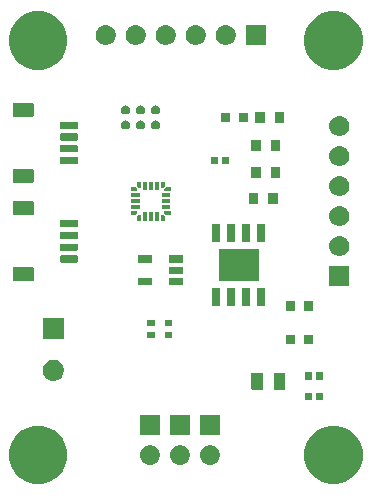
<source format=gbr>
%TF.GenerationSoftware,Flux,Pcbnew,7.0.11-7.0.11~ubuntu20.04.1*%
%TF.CreationDate,2025-02-06T22:25:38+00:00*%
%TF.ProjectId,input,696e7075-742e-46b6-9963-61645f706362,rev?*%
%TF.SameCoordinates,Original*%
%TF.FileFunction,Soldermask,Top*%
%TF.FilePolarity,Negative*%
%FSLAX46Y46*%
G04 Gerber Fmt 4.6, Leading zero omitted, Abs format (unit mm)*
G04 Filename: driverv4release*
G04 Build it with Flux! Visit our site at: https://www.flux.ai (PCBNEW 7.0.11-7.0.11~ubuntu20.04.1) date 2025-02-06 22:25:38*
%MOMM*%
%LPD*%
G01*
G04 APERTURE LIST*
G04 APERTURE END LIST*
%TO.C,*%
G36*
X10330800Y-7151398D02*
G01*
X9530800Y-7151398D01*
X9530800Y-6351398D01*
X10330800Y-6351398D01*
X10330800Y-7151398D01*
G37*
G36*
X11830799Y-7151401D02*
G01*
X11030799Y-7151401D01*
X11030799Y-6351401D01*
X11830799Y-6351401D01*
X11830799Y-7151401D01*
G37*
G36*
X7825399Y18195200D02*
G01*
X6125400Y18195200D01*
X6125400Y19895200D01*
X7825399Y19895200D01*
X7825399Y18195200D01*
G37*
G36*
X2220680Y19830492D02*
G01*
X2412847Y19719545D01*
X2569750Y19562642D01*
X2680697Y19370475D01*
X2738128Y19156142D01*
X2738128Y18934247D01*
X2680697Y18719913D01*
X2569750Y18527747D01*
X2412847Y18370844D01*
X2220680Y18259897D01*
X2006347Y18202466D01*
X1784452Y18202466D01*
X1570119Y18259897D01*
X1377952Y18370844D01*
X1221049Y18527747D01*
X1110102Y18719913D01*
X1052671Y18934247D01*
X1052671Y19156142D01*
X1110102Y19370475D01*
X1221049Y19562642D01*
X1377952Y19719545D01*
X1570119Y19830492D01*
X1784452Y19887922D01*
X2006347Y19887922D01*
X2220680Y19830492D01*
G37*
G36*
X-5399319Y19830484D02*
G01*
X-5207152Y19719537D01*
X-5050249Y19562634D01*
X-4939302Y19370467D01*
X-4881871Y19156134D01*
X-4881871Y18934239D01*
X-4939302Y18719906D01*
X-5050249Y18527739D01*
X-5207152Y18370836D01*
X-5399319Y18259889D01*
X-5613652Y18202458D01*
X-5835547Y18202458D01*
X-6049880Y18259889D01*
X-6242047Y18370836D01*
X-6398950Y18527739D01*
X-6509897Y18719906D01*
X-6567328Y18934239D01*
X-6567328Y19156134D01*
X-6509897Y19370467D01*
X-6398950Y19562634D01*
X-6242047Y19719537D01*
X-6049880Y19830484D01*
X-5835547Y19887915D01*
X-5613652Y19887915D01*
X-5399319Y19830484D01*
G37*
G36*
X-319319Y19830489D02*
G01*
X-127152Y19719542D01*
X29750Y19562639D01*
X140697Y19370473D01*
X198128Y19156139D01*
X198128Y18934244D01*
X140697Y18719911D01*
X29750Y18527745D01*
X-127152Y18370841D01*
X-319319Y18259894D01*
X-533652Y18202464D01*
X-755547Y18202464D01*
X-969880Y18259894D01*
X-1162047Y18370841D01*
X-1318950Y18527745D01*
X-1429897Y18719911D01*
X-1487328Y18934244D01*
X-1487328Y19156139D01*
X-1429897Y19370473D01*
X-1318950Y19562639D01*
X-1162047Y19719542D01*
X-969880Y19830489D01*
X-755547Y19887920D01*
X-533652Y19887920D01*
X-319319Y19830489D01*
G37*
G36*
X4760680Y19830495D02*
G01*
X4952847Y19719547D01*
X5109750Y19562644D01*
X5220697Y19370478D01*
X5278128Y19156144D01*
X5278128Y18934250D01*
X5220697Y18719916D01*
X5109750Y18527750D01*
X4952847Y18370847D01*
X4760680Y18259899D01*
X4546347Y18202469D01*
X4324452Y18202469D01*
X4110119Y18259899D01*
X3917952Y18370847D01*
X3761049Y18527750D01*
X3650102Y18719916D01*
X3592671Y18934250D01*
X3592671Y19156144D01*
X3650102Y19370478D01*
X3761049Y19562644D01*
X3917952Y19719547D01*
X4110119Y19830495D01*
X4324452Y19887925D01*
X4546347Y19887925D01*
X4760680Y19830495D01*
G37*
G36*
X-2859319Y19830487D02*
G01*
X-2667152Y19719539D01*
X-2510249Y19562636D01*
X-2399302Y19370470D01*
X-2341871Y19156136D01*
X-2341871Y18934242D01*
X-2399302Y18719908D01*
X-2510249Y18527742D01*
X-2667152Y18370839D01*
X-2859319Y18259892D01*
X-3073652Y18202461D01*
X-3295547Y18202461D01*
X-3509880Y18259892D01*
X-3702047Y18370839D01*
X-3858950Y18527742D01*
X-3969897Y18719908D01*
X-4027328Y18934242D01*
X-4027328Y19156136D01*
X-3969897Y19370470D01*
X-3858950Y19562636D01*
X-3702047Y19719539D01*
X-3509880Y19830487D01*
X-3295547Y19887917D01*
X-3073652Y19887917D01*
X-2859319Y19830487D01*
G37*
G36*
X-8169897Y1367039D02*
G01*
X-8166099Y1366853D01*
X-8162309Y1366542D01*
X-8158532Y1366107D01*
X-8154771Y1365549D01*
X-8151029Y1364869D01*
X-8147313Y1364066D01*
X-8143624Y1363142D01*
X-8139968Y1362098D01*
X-8136348Y1360935D01*
X-8132768Y1359654D01*
X-8129231Y1358256D01*
X-8125742Y1356744D01*
X-8122305Y1355118D01*
X-8118923Y1353381D01*
X-8115599Y1351534D01*
X-8112338Y1349579D01*
X-8109142Y1347518D01*
X-8106015Y1345354D01*
X-8102961Y1343089D01*
X-8099982Y1340725D01*
X-8097083Y1338265D01*
X-8094266Y1335712D01*
X-8091533Y1333067D01*
X-8088889Y1330335D01*
X-8086335Y1327518D01*
X-8083875Y1324618D01*
X-8081511Y1321640D01*
X-8079246Y1318585D01*
X-8077082Y1315459D01*
X-8075022Y1312263D01*
X-8073067Y1309002D01*
X-8071220Y1305678D01*
X-8069482Y1302295D01*
X-8067857Y1298858D01*
X-8066344Y1295369D01*
X-8064947Y1291833D01*
X-8063666Y1288253D01*
X-8062503Y1284633D01*
X-8061458Y1280976D01*
X-8060534Y1277288D01*
X-8059732Y1273571D01*
X-8059051Y1269830D01*
X-8058493Y1266069D01*
X-8058059Y1262291D01*
X-8057748Y1258501D01*
X-8057561Y1254703D01*
X-8057499Y1250902D01*
X-8057499Y883302D01*
X-8057561Y879500D01*
X-8057748Y875702D01*
X-8058059Y871912D01*
X-8058493Y868134D01*
X-8059051Y864373D01*
X-8059732Y860632D01*
X-8060534Y856915D01*
X-8061458Y853227D01*
X-8062503Y849570D01*
X-8063666Y845950D01*
X-8064947Y842370D01*
X-8066344Y838834D01*
X-8067857Y835345D01*
X-8069482Y831908D01*
X-8071220Y828525D01*
X-8073067Y825202D01*
X-8075022Y821940D01*
X-8077082Y818744D01*
X-8079246Y815618D01*
X-8081511Y812563D01*
X-8083875Y809585D01*
X-8086335Y806686D01*
X-8088889Y803868D01*
X-8091533Y801136D01*
X-8094266Y798491D01*
X-8097083Y795938D01*
X-8099982Y793478D01*
X-8102961Y791114D01*
X-8106015Y788849D01*
X-8109142Y786685D01*
X-8112338Y784624D01*
X-8115599Y782669D01*
X-8118923Y780822D01*
X-8122305Y779085D01*
X-8125742Y777459D01*
X-8129231Y775947D01*
X-8132768Y774549D01*
X-8136348Y773268D01*
X-8139968Y772105D01*
X-8143624Y771061D01*
X-8147313Y770137D01*
X-8151029Y769334D01*
X-8154771Y768654D01*
X-8158532Y768096D01*
X-8162309Y767661D01*
X-8166099Y767350D01*
X-8169897Y767164D01*
X-8173699Y767102D01*
X-9491299Y767102D01*
X-9495101Y767164D01*
X-9498899Y767350D01*
X-9502689Y767661D01*
X-9506466Y768096D01*
X-9510227Y768654D01*
X-9513968Y769334D01*
X-9517685Y770137D01*
X-9521374Y771061D01*
X-9525030Y772105D01*
X-9528650Y773268D01*
X-9532230Y774549D01*
X-9535767Y775947D01*
X-9539256Y777459D01*
X-9542693Y779085D01*
X-9546075Y780822D01*
X-9549399Y782669D01*
X-9552660Y784624D01*
X-9555856Y786685D01*
X-9558983Y788849D01*
X-9562037Y791114D01*
X-9565015Y793478D01*
X-9567915Y795938D01*
X-9570732Y798491D01*
X-9573465Y801136D01*
X-9576109Y803868D01*
X-9578663Y806686D01*
X-9581123Y809585D01*
X-9583487Y812563D01*
X-9585752Y815618D01*
X-9587916Y818744D01*
X-9589976Y821940D01*
X-9591931Y825202D01*
X-9593778Y828525D01*
X-9595516Y831908D01*
X-9597141Y835345D01*
X-9598654Y838834D01*
X-9600051Y842370D01*
X-9601332Y845950D01*
X-9602495Y849570D01*
X-9603540Y853227D01*
X-9604463Y856915D01*
X-9605266Y860632D01*
X-9605947Y864373D01*
X-9606505Y868134D01*
X-9606939Y871912D01*
X-9607250Y875702D01*
X-9607437Y879500D01*
X-9607499Y883302D01*
X-9607499Y1250902D01*
X-9607437Y1254703D01*
X-9607250Y1258501D01*
X-9606939Y1262291D01*
X-9606505Y1266069D01*
X-9605947Y1269830D01*
X-9605266Y1273571D01*
X-9604463Y1277288D01*
X-9603540Y1280976D01*
X-9602495Y1284633D01*
X-9601332Y1288253D01*
X-9600051Y1291833D01*
X-9598654Y1295369D01*
X-9597141Y1298858D01*
X-9595516Y1302295D01*
X-9593778Y1305678D01*
X-9591931Y1309002D01*
X-9589976Y1312263D01*
X-9587916Y1315459D01*
X-9585752Y1318585D01*
X-9583487Y1321640D01*
X-9581123Y1324618D01*
X-9578663Y1327518D01*
X-9576109Y1330335D01*
X-9573465Y1333067D01*
X-9570732Y1335712D01*
X-9567915Y1338265D01*
X-9565015Y1340725D01*
X-9562037Y1343089D01*
X-9558983Y1345354D01*
X-9555856Y1347518D01*
X-9552660Y1349579D01*
X-9549399Y1351534D01*
X-9546075Y1353381D01*
X-9542693Y1355118D01*
X-9539256Y1356744D01*
X-9535767Y1358256D01*
X-9532230Y1359654D01*
X-9528650Y1360935D01*
X-9525030Y1362098D01*
X-9521374Y1363142D01*
X-9517685Y1364066D01*
X-9513968Y1364869D01*
X-9510227Y1365549D01*
X-9506466Y1366107D01*
X-9502689Y1366542D01*
X-9498899Y1366853D01*
X-9495101Y1367039D01*
X-9491299Y1367102D01*
X-8173699Y1367102D01*
X-8169897Y1367039D01*
G37*
G36*
X-8169899Y3367039D02*
G01*
X-8166101Y3366853D01*
X-8162311Y3366542D01*
X-8158534Y3366107D01*
X-8154773Y3365549D01*
X-8151032Y3364869D01*
X-8147315Y3364066D01*
X-8143626Y3363142D01*
X-8139970Y3362098D01*
X-8136350Y3360935D01*
X-8132770Y3359654D01*
X-8129233Y3358256D01*
X-8125744Y3356744D01*
X-8122307Y3355118D01*
X-8118925Y3353381D01*
X-8115601Y3351534D01*
X-8112340Y3349579D01*
X-8109144Y3347518D01*
X-8106017Y3345354D01*
X-8102963Y3343089D01*
X-8099985Y3340725D01*
X-8097085Y3338265D01*
X-8094268Y3335712D01*
X-8091535Y3333067D01*
X-8088891Y3330335D01*
X-8086337Y3327518D01*
X-8083877Y3324618D01*
X-8081513Y3321640D01*
X-8079248Y3318585D01*
X-8077084Y3315459D01*
X-8075024Y3312263D01*
X-8073069Y3309002D01*
X-8071222Y3305678D01*
X-8069484Y3302295D01*
X-8067859Y3298858D01*
X-8066346Y3295369D01*
X-8064949Y3291833D01*
X-8063668Y3288253D01*
X-8062505Y3284633D01*
X-8061460Y3280976D01*
X-8060537Y3277288D01*
X-8059734Y3273571D01*
X-8059053Y3269830D01*
X-8058495Y3266069D01*
X-8058061Y3262291D01*
X-8057750Y3258501D01*
X-8057563Y3254703D01*
X-8057501Y3250902D01*
X-8057501Y2883302D01*
X-8057563Y2879500D01*
X-8057750Y2875702D01*
X-8058061Y2871912D01*
X-8058495Y2868134D01*
X-8059053Y2864373D01*
X-8059734Y2860632D01*
X-8060537Y2856915D01*
X-8061460Y2853227D01*
X-8062505Y2849570D01*
X-8063668Y2845950D01*
X-8064949Y2842370D01*
X-8066346Y2838834D01*
X-8067859Y2835345D01*
X-8069484Y2831908D01*
X-8071222Y2828525D01*
X-8073069Y2825202D01*
X-8075024Y2821940D01*
X-8077084Y2818744D01*
X-8079248Y2815618D01*
X-8081513Y2812563D01*
X-8083877Y2809585D01*
X-8086337Y2806686D01*
X-8088891Y2803868D01*
X-8091535Y2801136D01*
X-8094268Y2798491D01*
X-8097085Y2795938D01*
X-8099985Y2793478D01*
X-8102963Y2791114D01*
X-8106017Y2788849D01*
X-8109144Y2786685D01*
X-8112340Y2784624D01*
X-8115601Y2782669D01*
X-8118925Y2780822D01*
X-8122307Y2779085D01*
X-8125744Y2777459D01*
X-8129233Y2775947D01*
X-8132770Y2774549D01*
X-8136350Y2773268D01*
X-8139970Y2772105D01*
X-8143626Y2771061D01*
X-8147315Y2770137D01*
X-8151032Y2769334D01*
X-8154773Y2768654D01*
X-8158534Y2768096D01*
X-8162311Y2767661D01*
X-8166101Y2767350D01*
X-8169899Y2767164D01*
X-8173701Y2767102D01*
X-9491301Y2767102D01*
X-9495103Y2767164D01*
X-9498901Y2767350D01*
X-9502691Y2767661D01*
X-9506468Y2768096D01*
X-9510229Y2768654D01*
X-9513971Y2769334D01*
X-9517687Y2770137D01*
X-9521376Y2771061D01*
X-9525032Y2772105D01*
X-9528652Y2773268D01*
X-9532232Y2774549D01*
X-9535769Y2775947D01*
X-9539258Y2777459D01*
X-9542695Y2779085D01*
X-9546077Y2780822D01*
X-9549401Y2782669D01*
X-9552663Y2784624D01*
X-9555858Y2786685D01*
X-9558985Y2788849D01*
X-9562039Y2791114D01*
X-9565018Y2793478D01*
X-9567917Y2795938D01*
X-9570734Y2798491D01*
X-9573467Y2801136D01*
X-9576111Y2803868D01*
X-9578665Y2806686D01*
X-9581125Y2809585D01*
X-9583489Y2812563D01*
X-9585754Y2815618D01*
X-9587918Y2818744D01*
X-9589978Y2821940D01*
X-9591933Y2825202D01*
X-9593780Y2828525D01*
X-9595518Y2831908D01*
X-9597143Y2835345D01*
X-9598656Y2838834D01*
X-9600053Y2842370D01*
X-9601334Y2845950D01*
X-9602497Y2849570D01*
X-9603542Y2853227D01*
X-9604466Y2856915D01*
X-9605268Y2860632D01*
X-9605949Y2864373D01*
X-9606507Y2868134D01*
X-9606941Y2871912D01*
X-9607252Y2875702D01*
X-9607439Y2879500D01*
X-9607501Y2883302D01*
X-9607501Y3250902D01*
X-9607439Y3254703D01*
X-9607252Y3258501D01*
X-9606941Y3262291D01*
X-9606507Y3266069D01*
X-9605949Y3269830D01*
X-9605268Y3273571D01*
X-9604466Y3277288D01*
X-9603542Y3280976D01*
X-9602497Y3284633D01*
X-9601334Y3288253D01*
X-9600053Y3291833D01*
X-9598656Y3295369D01*
X-9597143Y3298858D01*
X-9595518Y3302295D01*
X-9593780Y3305678D01*
X-9591933Y3309002D01*
X-9589978Y3312263D01*
X-9587918Y3315459D01*
X-9585754Y3318585D01*
X-9583489Y3321640D01*
X-9581125Y3324618D01*
X-9578665Y3327518D01*
X-9576111Y3330335D01*
X-9573467Y3333067D01*
X-9570734Y3335712D01*
X-9567917Y3338265D01*
X-9565018Y3340725D01*
X-9562039Y3343089D01*
X-9558985Y3345354D01*
X-9555858Y3347518D01*
X-9552663Y3349579D01*
X-9549401Y3351534D01*
X-9546077Y3353381D01*
X-9542695Y3355118D01*
X-9539258Y3356744D01*
X-9535769Y3358256D01*
X-9532232Y3359654D01*
X-9528652Y3360935D01*
X-9525032Y3362098D01*
X-9521376Y3363142D01*
X-9517687Y3364066D01*
X-9513971Y3364869D01*
X-9510229Y3365549D01*
X-9506468Y3366107D01*
X-9502691Y3366542D01*
X-9498901Y3366853D01*
X-9495103Y3367039D01*
X-9491301Y3367102D01*
X-8173701Y3367102D01*
X-8169899Y3367039D01*
G37*
G36*
X-8169896Y367039D02*
G01*
X-8166098Y366853D01*
X-8162308Y366542D01*
X-8158531Y366107D01*
X-8154770Y365549D01*
X-8151028Y364869D01*
X-8147312Y364066D01*
X-8143623Y363142D01*
X-8139967Y362098D01*
X-8136347Y360935D01*
X-8132767Y359654D01*
X-8129230Y358256D01*
X-8125741Y356744D01*
X-8122304Y355118D01*
X-8118922Y353381D01*
X-8115598Y351534D01*
X-8112336Y349579D01*
X-8109141Y347518D01*
X-8106014Y345354D01*
X-8102960Y343089D01*
X-8099981Y340725D01*
X-8097082Y338265D01*
X-8094265Y335712D01*
X-8091532Y333067D01*
X-8088888Y330335D01*
X-8086334Y327518D01*
X-8083874Y324618D01*
X-8081510Y321640D01*
X-8079245Y318585D01*
X-8077081Y315459D01*
X-8075021Y312263D01*
X-8073066Y309002D01*
X-8071219Y305678D01*
X-8069481Y302295D01*
X-8067856Y298858D01*
X-8066343Y295369D01*
X-8064946Y291833D01*
X-8063665Y288253D01*
X-8062502Y284633D01*
X-8061457Y280976D01*
X-8060533Y277288D01*
X-8059731Y273571D01*
X-8059050Y269830D01*
X-8058492Y266069D01*
X-8058058Y262291D01*
X-8057747Y258501D01*
X-8057560Y254703D01*
X-8057498Y250902D01*
X-8057498Y-116697D01*
X-8057560Y-120499D01*
X-8057747Y-124297D01*
X-8058058Y-128087D01*
X-8058492Y-131865D01*
X-8059050Y-135626D01*
X-8059731Y-139367D01*
X-8060533Y-143084D01*
X-8061457Y-146772D01*
X-8062502Y-150429D01*
X-8063665Y-154049D01*
X-8064946Y-157629D01*
X-8066343Y-161165D01*
X-8067856Y-164654D01*
X-8069481Y-168091D01*
X-8071219Y-171474D01*
X-8073066Y-174797D01*
X-8075021Y-178059D01*
X-8077081Y-181255D01*
X-8079245Y-184381D01*
X-8081510Y-187436D01*
X-8083874Y-190414D01*
X-8086334Y-193313D01*
X-8088888Y-196131D01*
X-8091532Y-198863D01*
X-8094265Y-201508D01*
X-8097082Y-204061D01*
X-8099981Y-206521D01*
X-8102960Y-208885D01*
X-8106014Y-211150D01*
X-8109141Y-213314D01*
X-8112336Y-215375D01*
X-8115598Y-217330D01*
X-8118922Y-219177D01*
X-8122304Y-220914D01*
X-8125741Y-222540D01*
X-8129230Y-224052D01*
X-8132767Y-225450D01*
X-8136347Y-226731D01*
X-8139967Y-227894D01*
X-8143623Y-228938D01*
X-8147312Y-229862D01*
X-8151028Y-230665D01*
X-8154770Y-231345D01*
X-8158531Y-231903D01*
X-8162308Y-232338D01*
X-8166098Y-232649D01*
X-8169896Y-232835D01*
X-8173698Y-232897D01*
X-9491298Y-232897D01*
X-9495100Y-232835D01*
X-9498898Y-232649D01*
X-9502688Y-232338D01*
X-9506465Y-231903D01*
X-9510226Y-231345D01*
X-9513967Y-230665D01*
X-9517684Y-229862D01*
X-9521373Y-228938D01*
X-9525029Y-227894D01*
X-9528649Y-226731D01*
X-9532229Y-225450D01*
X-9535766Y-224052D01*
X-9539255Y-222540D01*
X-9542692Y-220914D01*
X-9546074Y-219177D01*
X-9549398Y-217330D01*
X-9552659Y-215375D01*
X-9555855Y-213314D01*
X-9558982Y-211150D01*
X-9562036Y-208885D01*
X-9565014Y-206521D01*
X-9567914Y-204061D01*
X-9570731Y-201508D01*
X-9573464Y-198863D01*
X-9576108Y-196131D01*
X-9578662Y-193313D01*
X-9581122Y-190414D01*
X-9583486Y-187436D01*
X-9585751Y-184381D01*
X-9587915Y-181255D01*
X-9589975Y-178059D01*
X-9591930Y-174797D01*
X-9593777Y-171474D01*
X-9595515Y-168091D01*
X-9597140Y-164654D01*
X-9598653Y-161165D01*
X-9600050Y-157629D01*
X-9601331Y-154049D01*
X-9602494Y-150429D01*
X-9603539Y-146772D01*
X-9604462Y-143084D01*
X-9605265Y-139367D01*
X-9605946Y-135626D01*
X-9606504Y-131865D01*
X-9606938Y-128087D01*
X-9607249Y-124297D01*
X-9607436Y-120499D01*
X-9607498Y-116697D01*
X-9607498Y250902D01*
X-9607436Y254703D01*
X-9607249Y258501D01*
X-9606938Y262291D01*
X-9606504Y266069D01*
X-9605946Y269830D01*
X-9605265Y273571D01*
X-9604462Y277288D01*
X-9603539Y280976D01*
X-9602494Y284633D01*
X-9601331Y288253D01*
X-9600050Y291833D01*
X-9598653Y295369D01*
X-9597140Y298858D01*
X-9595515Y302295D01*
X-9593777Y305678D01*
X-9591930Y309002D01*
X-9589975Y312263D01*
X-9587915Y315459D01*
X-9585751Y318585D01*
X-9583486Y321640D01*
X-9581122Y324618D01*
X-9578662Y327518D01*
X-9576108Y330335D01*
X-9573464Y333067D01*
X-9570731Y335712D01*
X-9567914Y338265D01*
X-9565014Y340725D01*
X-9562036Y343089D01*
X-9558982Y345354D01*
X-9555855Y347518D01*
X-9552659Y349579D01*
X-9549398Y351534D01*
X-9546074Y353381D01*
X-9542692Y355118D01*
X-9539255Y356744D01*
X-9535766Y358256D01*
X-9532229Y359654D01*
X-9528649Y360935D01*
X-9525029Y362098D01*
X-9521373Y363142D01*
X-9517684Y364066D01*
X-9513967Y364869D01*
X-9510226Y365549D01*
X-9506465Y366107D01*
X-9502688Y366542D01*
X-9498898Y366853D01*
X-9495100Y367039D01*
X-9491298Y367102D01*
X-8173698Y367102D01*
X-8169896Y367039D01*
G37*
G36*
X-8169898Y2367039D02*
G01*
X-8166100Y2366853D01*
X-8162310Y2366542D01*
X-8158533Y2366107D01*
X-8154772Y2365549D01*
X-8151031Y2364869D01*
X-8147314Y2364066D01*
X-8143625Y2363142D01*
X-8139969Y2362098D01*
X-8136349Y2360935D01*
X-8132769Y2359654D01*
X-8129232Y2358256D01*
X-8125743Y2356744D01*
X-8122306Y2355118D01*
X-8118924Y2353381D01*
X-8115600Y2351534D01*
X-8112339Y2349579D01*
X-8109143Y2347518D01*
X-8106016Y2345354D01*
X-8102962Y2343089D01*
X-8099984Y2340725D01*
X-8097084Y2338265D01*
X-8094267Y2335712D01*
X-8091534Y2333067D01*
X-8088890Y2330335D01*
X-8086336Y2327518D01*
X-8083876Y2324618D01*
X-8081512Y2321640D01*
X-8079247Y2318585D01*
X-8077083Y2315459D01*
X-8075023Y2312263D01*
X-8073068Y2309002D01*
X-8071221Y2305678D01*
X-8069483Y2302295D01*
X-8067858Y2298858D01*
X-8066345Y2295369D01*
X-8064948Y2291833D01*
X-8063667Y2288253D01*
X-8062504Y2284633D01*
X-8061459Y2280976D01*
X-8060536Y2277288D01*
X-8059733Y2273571D01*
X-8059052Y2269830D01*
X-8058494Y2266069D01*
X-8058060Y2262291D01*
X-8057749Y2258501D01*
X-8057562Y2254703D01*
X-8057500Y2250902D01*
X-8057500Y1883302D01*
X-8057562Y1879500D01*
X-8057749Y1875702D01*
X-8058060Y1871912D01*
X-8058494Y1868134D01*
X-8059052Y1864373D01*
X-8059733Y1860632D01*
X-8060536Y1856915D01*
X-8061459Y1853227D01*
X-8062504Y1849570D01*
X-8063667Y1845950D01*
X-8064948Y1842370D01*
X-8066345Y1838834D01*
X-8067858Y1835345D01*
X-8069483Y1831908D01*
X-8071221Y1828525D01*
X-8073068Y1825202D01*
X-8075023Y1821940D01*
X-8077083Y1818744D01*
X-8079247Y1815618D01*
X-8081512Y1812563D01*
X-8083876Y1809585D01*
X-8086336Y1806686D01*
X-8088890Y1803868D01*
X-8091534Y1801136D01*
X-8094267Y1798491D01*
X-8097084Y1795938D01*
X-8099984Y1793478D01*
X-8102962Y1791114D01*
X-8106016Y1788849D01*
X-8109143Y1786685D01*
X-8112339Y1784624D01*
X-8115600Y1782669D01*
X-8118924Y1780822D01*
X-8122306Y1779085D01*
X-8125743Y1777459D01*
X-8129232Y1775947D01*
X-8132769Y1774549D01*
X-8136349Y1773268D01*
X-8139969Y1772105D01*
X-8143625Y1771061D01*
X-8147314Y1770137D01*
X-8151031Y1769334D01*
X-8154772Y1768654D01*
X-8158533Y1768096D01*
X-8162310Y1767661D01*
X-8166100Y1767350D01*
X-8169898Y1767164D01*
X-8173700Y1767102D01*
X-9491300Y1767102D01*
X-9495102Y1767164D01*
X-9498900Y1767350D01*
X-9502690Y1767661D01*
X-9506467Y1768096D01*
X-9510228Y1768654D01*
X-9513970Y1769334D01*
X-9517686Y1770137D01*
X-9521375Y1771061D01*
X-9525031Y1772105D01*
X-9528651Y1773268D01*
X-9532231Y1774549D01*
X-9535768Y1775947D01*
X-9539257Y1777459D01*
X-9542694Y1779085D01*
X-9546076Y1780822D01*
X-9549400Y1782669D01*
X-9552661Y1784624D01*
X-9555857Y1786685D01*
X-9558984Y1788849D01*
X-9562038Y1791114D01*
X-9565017Y1793478D01*
X-9567916Y1795938D01*
X-9570733Y1798491D01*
X-9573466Y1801136D01*
X-9576110Y1803868D01*
X-9578664Y1806686D01*
X-9581124Y1809585D01*
X-9583488Y1812563D01*
X-9585753Y1815618D01*
X-9587917Y1818744D01*
X-9589977Y1821940D01*
X-9591932Y1825202D01*
X-9593779Y1828525D01*
X-9595517Y1831908D01*
X-9597142Y1835345D01*
X-9598655Y1838834D01*
X-9600052Y1842370D01*
X-9601333Y1845950D01*
X-9602496Y1849570D01*
X-9603541Y1853227D01*
X-9604465Y1856915D01*
X-9605267Y1860632D01*
X-9605948Y1864373D01*
X-9606506Y1868134D01*
X-9606940Y1871912D01*
X-9607251Y1875702D01*
X-9607438Y1879500D01*
X-9607500Y1883302D01*
X-9607500Y2250902D01*
X-9607438Y2254703D01*
X-9607251Y2258501D01*
X-9606940Y2262291D01*
X-9606506Y2266069D01*
X-9605948Y2269830D01*
X-9605267Y2273571D01*
X-9604465Y2277288D01*
X-9603541Y2280976D01*
X-9602496Y2284633D01*
X-9601333Y2288253D01*
X-9600052Y2291833D01*
X-9598655Y2295369D01*
X-9597142Y2298858D01*
X-9595517Y2302295D01*
X-9593779Y2305678D01*
X-9591932Y2309002D01*
X-9589977Y2312263D01*
X-9587917Y2315459D01*
X-9585753Y2318585D01*
X-9583488Y2321640D01*
X-9581124Y2324618D01*
X-9578664Y2327518D01*
X-9576110Y2330335D01*
X-9573466Y2333067D01*
X-9570733Y2335712D01*
X-9567916Y2338265D01*
X-9565017Y2340725D01*
X-9562038Y2343089D01*
X-9558984Y2345354D01*
X-9555857Y2347518D01*
X-9552661Y2349579D01*
X-9549400Y2351534D01*
X-9546076Y2353381D01*
X-9542694Y2355118D01*
X-9539257Y2356744D01*
X-9535768Y2358256D01*
X-9532231Y2359654D01*
X-9528651Y2360935D01*
X-9525031Y2362098D01*
X-9521375Y2363142D01*
X-9517686Y2364066D01*
X-9513970Y2364869D01*
X-9510228Y2365549D01*
X-9506467Y2366107D01*
X-9502690Y2366542D01*
X-9498900Y2366853D01*
X-9495102Y2367039D01*
X-9491300Y2367102D01*
X-8173700Y2367102D01*
X-8169898Y2367039D01*
G37*
G36*
X-11938085Y4967025D02*
G01*
X-11933673Y4966809D01*
X-11929270Y4966448D01*
X-11924881Y4965943D01*
X-11920511Y4965294D01*
X-11916165Y4964504D01*
X-11911847Y4963571D01*
X-11907562Y4962498D01*
X-11903314Y4961285D01*
X-11899108Y4959933D01*
X-11894949Y4958445D01*
X-11890840Y4956821D01*
X-11886787Y4955064D01*
X-11882793Y4953175D01*
X-11878864Y4951157D01*
X-11875002Y4949011D01*
X-11871213Y4946740D01*
X-11867500Y4944346D01*
X-11863868Y4941832D01*
X-11860320Y4939200D01*
X-11856859Y4936454D01*
X-11853491Y4933596D01*
X-11850217Y4930629D01*
X-11847043Y4927557D01*
X-11843971Y4924383D01*
X-11841004Y4921109D01*
X-11838146Y4917741D01*
X-11835400Y4914280D01*
X-11832768Y4910732D01*
X-11830254Y4907100D01*
X-11827860Y4903387D01*
X-11825589Y4899598D01*
X-11823443Y4895736D01*
X-11821425Y4891807D01*
X-11819536Y4887813D01*
X-11817779Y4883760D01*
X-11816155Y4879651D01*
X-11814667Y4875492D01*
X-11813315Y4871286D01*
X-11812102Y4867038D01*
X-11811029Y4862753D01*
X-11810096Y4858435D01*
X-11809306Y4854088D01*
X-11808657Y4849719D01*
X-11808152Y4845330D01*
X-11807791Y4840927D01*
X-11807575Y4836515D01*
X-11807502Y4832098D01*
X-11807502Y3902098D01*
X-11807575Y3897681D01*
X-11807791Y3893268D01*
X-11808152Y3888865D01*
X-11808657Y3884477D01*
X-11809306Y3880107D01*
X-11810096Y3875760D01*
X-11811029Y3871442D01*
X-11812102Y3867157D01*
X-11813315Y3862909D01*
X-11814667Y3858703D01*
X-11816155Y3854544D01*
X-11817779Y3850435D01*
X-11819536Y3846382D01*
X-11821425Y3842389D01*
X-11823443Y3838459D01*
X-11825589Y3834598D01*
X-11827860Y3830808D01*
X-11830254Y3827096D01*
X-11832768Y3823463D01*
X-11835400Y3819915D01*
X-11838146Y3816454D01*
X-11841004Y3813086D01*
X-11843971Y3809813D01*
X-11847043Y3806638D01*
X-11850217Y3803566D01*
X-11853491Y3800599D01*
X-11856859Y3797741D01*
X-11860320Y3794995D01*
X-11863868Y3792363D01*
X-11867500Y3789849D01*
X-11871213Y3787455D01*
X-11875002Y3785184D01*
X-11878864Y3783038D01*
X-11882793Y3781020D01*
X-11886787Y3779131D01*
X-11890840Y3777374D01*
X-11894949Y3775750D01*
X-11899108Y3774262D01*
X-11903314Y3772911D01*
X-11907562Y3771698D01*
X-11911847Y3770624D01*
X-11916165Y3769692D01*
X-11920511Y3768901D01*
X-11924881Y3768253D01*
X-11929270Y3767748D01*
X-11933673Y3767387D01*
X-11938085Y3767170D01*
X-11942502Y3767098D01*
X-13472502Y3767098D01*
X-13476919Y3767170D01*
X-13481332Y3767387D01*
X-13485735Y3767748D01*
X-13490123Y3768253D01*
X-13494493Y3768901D01*
X-13498840Y3769692D01*
X-13503158Y3770624D01*
X-13507443Y3771698D01*
X-13511691Y3772911D01*
X-13515897Y3774262D01*
X-13520056Y3775750D01*
X-13524165Y3777374D01*
X-13528218Y3779131D01*
X-13532211Y3781020D01*
X-13536141Y3783038D01*
X-13540002Y3785184D01*
X-13543792Y3787455D01*
X-13547504Y3789849D01*
X-13551137Y3792363D01*
X-13554685Y3794995D01*
X-13558145Y3797741D01*
X-13561514Y3800599D01*
X-13564787Y3803566D01*
X-13567962Y3806638D01*
X-13571034Y3809813D01*
X-13574001Y3813086D01*
X-13576859Y3816454D01*
X-13579605Y3819915D01*
X-13582237Y3823463D01*
X-13584751Y3827096D01*
X-13587145Y3830808D01*
X-13589416Y3834598D01*
X-13591562Y3838459D01*
X-13593580Y3842389D01*
X-13595469Y3846382D01*
X-13597226Y3850435D01*
X-13598850Y3854544D01*
X-13600338Y3858703D01*
X-13601689Y3862909D01*
X-13602902Y3867157D01*
X-13603976Y3871442D01*
X-13604908Y3875760D01*
X-13605699Y3880107D01*
X-13606347Y3884477D01*
X-13606852Y3888865D01*
X-13607213Y3893268D01*
X-13607430Y3897681D01*
X-13607502Y3902098D01*
X-13607502Y4832098D01*
X-13607430Y4836515D01*
X-13607213Y4840927D01*
X-13606852Y4845330D01*
X-13606347Y4849719D01*
X-13605699Y4854088D01*
X-13604908Y4858435D01*
X-13603976Y4862753D01*
X-13602902Y4867038D01*
X-13601689Y4871286D01*
X-13600338Y4875492D01*
X-13598850Y4879651D01*
X-13597226Y4883760D01*
X-13595469Y4887813D01*
X-13593580Y4891807D01*
X-13591562Y4895736D01*
X-13589416Y4899598D01*
X-13587145Y4903387D01*
X-13584751Y4907100D01*
X-13582237Y4910732D01*
X-13579605Y4914280D01*
X-13576859Y4917741D01*
X-13574001Y4921109D01*
X-13571034Y4924383D01*
X-13567962Y4927557D01*
X-13564787Y4930629D01*
X-13561514Y4933596D01*
X-13558145Y4936454D01*
X-13554685Y4939200D01*
X-13551137Y4941832D01*
X-13547504Y4944346D01*
X-13543792Y4946740D01*
X-13540002Y4949011D01*
X-13536141Y4951157D01*
X-13532211Y4953175D01*
X-13528218Y4955064D01*
X-13524165Y4956821D01*
X-13520056Y4958445D01*
X-13515897Y4959933D01*
X-13511691Y4961285D01*
X-13507443Y4962498D01*
X-13503158Y4963571D01*
X-13498840Y4964504D01*
X-13494493Y4965294D01*
X-13490123Y4965943D01*
X-13485735Y4966448D01*
X-13481332Y4966809D01*
X-13476919Y4967025D01*
X-13472502Y4967098D01*
X-11942502Y4967098D01*
X-11938085Y4967025D01*
G37*
G36*
X-11938080Y-632974D02*
G01*
X-11933667Y-633190D01*
X-11929264Y-633551D01*
X-11924876Y-634056D01*
X-11920506Y-634705D01*
X-11916159Y-635495D01*
X-11911841Y-636428D01*
X-11907556Y-637501D01*
X-11903308Y-638714D01*
X-11899102Y-640066D01*
X-11894943Y-641554D01*
X-11890834Y-643178D01*
X-11886781Y-644935D01*
X-11882788Y-646824D01*
X-11878858Y-648842D01*
X-11874997Y-650988D01*
X-11871207Y-653259D01*
X-11867495Y-655653D01*
X-11863862Y-658167D01*
X-11860314Y-660799D01*
X-11856854Y-663545D01*
X-11853485Y-666403D01*
X-11850212Y-669370D01*
X-11847037Y-672442D01*
X-11843965Y-675616D01*
X-11840998Y-678890D01*
X-11838140Y-682258D01*
X-11835394Y-685719D01*
X-11832762Y-689267D01*
X-11830248Y-692899D01*
X-11827854Y-696612D01*
X-11825583Y-700401D01*
X-11823437Y-704263D01*
X-11821419Y-708192D01*
X-11819530Y-712186D01*
X-11817773Y-716239D01*
X-11816149Y-720348D01*
X-11814661Y-724507D01*
X-11813310Y-728713D01*
X-11812097Y-732961D01*
X-11811023Y-737246D01*
X-11810091Y-741564D01*
X-11809300Y-745911D01*
X-11808652Y-750280D01*
X-11808147Y-754669D01*
X-11807786Y-759072D01*
X-11807569Y-763484D01*
X-11807497Y-767901D01*
X-11807497Y-1697901D01*
X-11807569Y-1702318D01*
X-11807786Y-1706731D01*
X-11808147Y-1711134D01*
X-11808652Y-1715522D01*
X-11809300Y-1719892D01*
X-11810091Y-1724239D01*
X-11811023Y-1728557D01*
X-11812097Y-1732842D01*
X-11813310Y-1737090D01*
X-11814661Y-1741296D01*
X-11816149Y-1745455D01*
X-11817773Y-1749564D01*
X-11819530Y-1753617D01*
X-11821419Y-1757610D01*
X-11823437Y-1761540D01*
X-11825583Y-1765401D01*
X-11827854Y-1769191D01*
X-11830248Y-1772903D01*
X-11832762Y-1776536D01*
X-11835394Y-1780084D01*
X-11838140Y-1783545D01*
X-11840998Y-1786913D01*
X-11843965Y-1790186D01*
X-11847037Y-1793361D01*
X-11850212Y-1796433D01*
X-11853485Y-1799400D01*
X-11856854Y-1802258D01*
X-11860314Y-1805004D01*
X-11863862Y-1807636D01*
X-11867495Y-1810150D01*
X-11871207Y-1812544D01*
X-11874997Y-1814815D01*
X-11878858Y-1816961D01*
X-11882788Y-1818979D01*
X-11886781Y-1820868D01*
X-11890834Y-1822625D01*
X-11894943Y-1824249D01*
X-11899102Y-1825737D01*
X-11903308Y-1827088D01*
X-11907556Y-1828301D01*
X-11911841Y-1829375D01*
X-11916159Y-1830307D01*
X-11920506Y-1831098D01*
X-11924876Y-1831746D01*
X-11929264Y-1832251D01*
X-11933667Y-1832612D01*
X-11938080Y-1832829D01*
X-11942497Y-1832901D01*
X-13472497Y-1832901D01*
X-13476914Y-1832829D01*
X-13481326Y-1832612D01*
X-13485729Y-1832251D01*
X-13490118Y-1831746D01*
X-13494488Y-1831098D01*
X-13498834Y-1830307D01*
X-13503152Y-1829375D01*
X-13507437Y-1828301D01*
X-13511685Y-1827088D01*
X-13515891Y-1825737D01*
X-13520050Y-1824249D01*
X-13524159Y-1822625D01*
X-13528212Y-1820868D01*
X-13532206Y-1818979D01*
X-13536135Y-1816961D01*
X-13539997Y-1814815D01*
X-13543786Y-1812544D01*
X-13547499Y-1810150D01*
X-13551131Y-1807636D01*
X-13554679Y-1805004D01*
X-13558140Y-1802258D01*
X-13561508Y-1799400D01*
X-13564782Y-1796433D01*
X-13567956Y-1793361D01*
X-13571028Y-1790186D01*
X-13573995Y-1786913D01*
X-13576853Y-1783545D01*
X-13579599Y-1780084D01*
X-13582231Y-1776536D01*
X-13584745Y-1772903D01*
X-13587139Y-1769191D01*
X-13589410Y-1765401D01*
X-13591556Y-1761540D01*
X-13593574Y-1757610D01*
X-13595463Y-1753617D01*
X-13597220Y-1749564D01*
X-13598844Y-1745455D01*
X-13600332Y-1741296D01*
X-13601684Y-1737090D01*
X-13602897Y-1732842D01*
X-13603970Y-1728557D01*
X-13604903Y-1724239D01*
X-13605693Y-1719892D01*
X-13606342Y-1715522D01*
X-13606847Y-1711134D01*
X-13607208Y-1706731D01*
X-13607424Y-1702318D01*
X-13607497Y-1697901D01*
X-13607497Y-767901D01*
X-13607424Y-763484D01*
X-13607208Y-759072D01*
X-13606847Y-754669D01*
X-13606342Y-750280D01*
X-13605693Y-745911D01*
X-13604903Y-741564D01*
X-13603970Y-737246D01*
X-13602897Y-732961D01*
X-13601684Y-728713D01*
X-13600332Y-724507D01*
X-13598844Y-720348D01*
X-13597220Y-716239D01*
X-13595463Y-712186D01*
X-13593574Y-708192D01*
X-13591556Y-704263D01*
X-13589410Y-700401D01*
X-13587139Y-696612D01*
X-13584745Y-692899D01*
X-13582231Y-689267D01*
X-13579599Y-685719D01*
X-13576853Y-682258D01*
X-13573995Y-678890D01*
X-13571028Y-675616D01*
X-13567956Y-672442D01*
X-13564782Y-669370D01*
X-13561508Y-666403D01*
X-13558140Y-663545D01*
X-13554679Y-660799D01*
X-13551131Y-658167D01*
X-13547499Y-655653D01*
X-13543786Y-653259D01*
X-13539997Y-650988D01*
X-13536135Y-648842D01*
X-13532206Y-646824D01*
X-13528212Y-644935D01*
X-13524159Y-643178D01*
X-13520050Y-641554D01*
X-13515891Y-640066D01*
X-13511685Y-638714D01*
X-13507437Y-637501D01*
X-13503152Y-636428D01*
X-13498834Y-635495D01*
X-13494488Y-634705D01*
X-13490118Y-634056D01*
X-13485729Y-633551D01*
X-13481326Y-633190D01*
X-13476914Y-632974D01*
X-13472497Y-632901D01*
X-11942497Y-632901D01*
X-11938080Y-632974D01*
G37*
G36*
X-1346515Y11784443D02*
G01*
X-1257554Y11733081D01*
X-1184917Y11660444D01*
X-1133555Y11571482D01*
X-1106968Y11472258D01*
X-1106968Y11369534D01*
X-1133555Y11270310D01*
X-1184917Y11181349D01*
X-1257554Y11108712D01*
X-1346515Y11057350D01*
X-1445739Y11030763D01*
X-1548463Y11030763D01*
X-1647687Y11057350D01*
X-1736649Y11108712D01*
X-1809286Y11181349D01*
X-1860648Y11270310D01*
X-1887235Y11369534D01*
X-1887235Y11472258D01*
X-1860648Y11571482D01*
X-1809286Y11660444D01*
X-1736649Y11733081D01*
X-1647687Y11784443D01*
X-1548463Y11811030D01*
X-1445739Y11811030D01*
X-1346515Y11784443D01*
G37*
G36*
X-2616515Y11784446D02*
G01*
X-2527554Y11733084D01*
X-2454917Y11660447D01*
X-2403555Y11571485D01*
X-2376968Y11472262D01*
X-2376968Y11369537D01*
X-2403555Y11270314D01*
X-2454917Y11181352D01*
X-2527554Y11108715D01*
X-2616515Y11057353D01*
X-2715739Y11030766D01*
X-2818463Y11030766D01*
X-2917687Y11057353D01*
X-3006649Y11108715D01*
X-3079286Y11181352D01*
X-3130648Y11270314D01*
X-3157235Y11369537D01*
X-3157235Y11472262D01*
X-3130648Y11571485D01*
X-3079286Y11660447D01*
X-3006649Y11733084D01*
X-2917687Y11784446D01*
X-2818463Y11811033D01*
X-2715739Y11811033D01*
X-2616515Y11784446D01*
G37*
G36*
X-3886515Y11784449D02*
G01*
X-3797554Y11733087D01*
X-3724917Y11660450D01*
X-3673555Y11571489D01*
X-3646968Y11472265D01*
X-3646968Y11369541D01*
X-3673555Y11270317D01*
X-3724917Y11181355D01*
X-3797554Y11108718D01*
X-3886515Y11057356D01*
X-3985739Y11030769D01*
X-4088463Y11030769D01*
X-4187687Y11057356D01*
X-4276649Y11108718D01*
X-4349286Y11181355D01*
X-4400648Y11270317D01*
X-4427235Y11369541D01*
X-4427235Y11472265D01*
X-4400648Y11571489D01*
X-4349286Y11660450D01*
X-4276649Y11733087D01*
X-4187687Y11784449D01*
X-4088463Y11811036D01*
X-3985739Y11811036D01*
X-3886515Y11784449D01*
G37*
G36*
X-3886512Y13054449D02*
G01*
X-3797550Y13003087D01*
X-3724913Y12930450D01*
X-3673551Y12841489D01*
X-3646964Y12742265D01*
X-3646964Y12639541D01*
X-3673551Y12540317D01*
X-3724913Y12451355D01*
X-3797550Y12378718D01*
X-3886512Y12327356D01*
X-3985736Y12300769D01*
X-4088460Y12300769D01*
X-4187684Y12327356D01*
X-4276645Y12378718D01*
X-4349282Y12451355D01*
X-4400644Y12540317D01*
X-4427231Y12639541D01*
X-4427231Y12742265D01*
X-4400644Y12841489D01*
X-4349282Y12930450D01*
X-4276645Y13003087D01*
X-4187684Y13054449D01*
X-4088460Y13081036D01*
X-3985736Y13081036D01*
X-3886512Y13054449D01*
G37*
G36*
X-2616512Y13054446D02*
G01*
X-2527550Y13003084D01*
X-2454913Y12930447D01*
X-2403551Y12841485D01*
X-2376964Y12742262D01*
X-2376964Y12639537D01*
X-2403551Y12540314D01*
X-2454913Y12451352D01*
X-2527550Y12378715D01*
X-2616512Y12327353D01*
X-2715736Y12300766D01*
X-2818460Y12300766D01*
X-2917684Y12327353D01*
X-3006645Y12378715D01*
X-3079282Y12451352D01*
X-3130644Y12540314D01*
X-3157231Y12639537D01*
X-3157231Y12742262D01*
X-3130644Y12841485D01*
X-3079282Y12930447D01*
X-3006645Y13003084D01*
X-2917684Y13054446D01*
X-2818460Y13081033D01*
X-2715736Y13081033D01*
X-2616512Y13054446D01*
G37*
G36*
X-1346512Y13054443D02*
G01*
X-1257550Y13003081D01*
X-1184913Y12930444D01*
X-1133551Y12841482D01*
X-1106964Y12742258D01*
X-1106964Y12639534D01*
X-1133551Y12540310D01*
X-1184913Y12451349D01*
X-1257550Y12378712D01*
X-1346512Y12327350D01*
X-1445736Y12300763D01*
X-1548460Y12300763D01*
X-1647684Y12327350D01*
X-1736645Y12378712D01*
X-1809282Y12451349D01*
X-1860644Y12540310D01*
X-1887231Y12639534D01*
X-1887231Y12742258D01*
X-1860644Y12841482D01*
X-1809282Y12930444D01*
X-1736645Y13003081D01*
X-1647684Y13054443D01*
X-1548460Y13081030D01*
X-1445736Y13081030D01*
X-1346512Y13054443D01*
G37*
G36*
X-10480791Y-14211701D02*
G01*
X-9915596Y-14538016D01*
X-9454116Y-14999496D01*
X-9127801Y-15564691D01*
X-8958887Y-16195084D01*
X-8958887Y-16847715D01*
X-9127801Y-17478108D01*
X-9454116Y-18043303D01*
X-9915596Y-18504783D01*
X-10480791Y-18831098D01*
X-11111184Y-19000012D01*
X-11763815Y-19000012D01*
X-12394208Y-18831098D01*
X-12959403Y-18504783D01*
X-13420883Y-18043303D01*
X-13747198Y-17478108D01*
X-13916112Y-16847715D01*
X-13916112Y-16195084D01*
X-13747198Y-15564691D01*
X-13420883Y-14999496D01*
X-12959403Y-14538016D01*
X-12394208Y-14211701D01*
X-11763815Y-14042787D01*
X-11111184Y-14042787D01*
X-10480791Y-14211701D01*
G37*
G36*
X-10480791Y-14211701D02*
G01*
X-9915596Y-14538016D01*
X-9454116Y-14999496D01*
X-9127801Y-15564691D01*
X-8958887Y-16195084D01*
X-8958887Y-16847715D01*
X-9127801Y-17478108D01*
X-9454116Y-18043303D01*
X-9915596Y-18504783D01*
X-10480791Y-18831098D01*
X-11111184Y-19000012D01*
X-11763815Y-19000012D01*
X-12394208Y-18831098D01*
X-12959403Y-18504783D01*
X-13420883Y-18043303D01*
X-13747198Y-17478108D01*
X-13916112Y-16847715D01*
X-13916112Y-16195084D01*
X-13747198Y-15564691D01*
X-13420883Y-14999496D01*
X-12959403Y-14538016D01*
X-12394208Y-14211701D01*
X-11763815Y-14042787D01*
X-11111184Y-14042787D01*
X-10480791Y-14211701D01*
G37*
G36*
X1422899Y-14831400D02*
G01*
X-277100Y-14831400D01*
X-277100Y-13131400D01*
X1422899Y-13131400D01*
X1422899Y-14831400D01*
G37*
G36*
X898183Y-15736102D02*
G01*
X1090349Y-15847049D01*
X1247252Y-16003952D01*
X1358200Y-16196119D01*
X1415630Y-16410452D01*
X1415630Y-16632347D01*
X1358200Y-16846680D01*
X1247252Y-17038847D01*
X1090349Y-17195750D01*
X898183Y-17306697D01*
X683849Y-17364128D01*
X461955Y-17364128D01*
X247621Y-17306697D01*
X55455Y-17195750D01*
X-101447Y-17038847D01*
X-212395Y-16846680D01*
X-269825Y-16632347D01*
X-269825Y-16410452D01*
X-212395Y-16196119D01*
X-101447Y-16003952D01*
X55455Y-15847049D01*
X247621Y-15736102D01*
X461955Y-15678671D01*
X683849Y-15678671D01*
X898183Y-15736102D01*
G37*
G36*
X11710799Y-10159400D02*
G01*
X11150800Y-10159400D01*
X11150800Y-9539399D01*
X11710799Y-9539399D01*
X11710799Y-10159400D01*
G37*
G36*
X12670800Y-10159400D02*
G01*
X12110800Y-10159400D01*
X12110800Y-9539399D01*
X12670800Y-9539399D01*
X12670800Y-10159400D01*
G37*
G36*
X6335400Y11655899D02*
G01*
X5535399Y11655899D01*
X5535399Y12455900D01*
X6335400Y12455900D01*
X6335400Y11655899D01*
G37*
G36*
X4835400Y11655899D02*
G01*
X4035399Y11655899D01*
X4035399Y12455900D01*
X4835400Y12455900D01*
X4835400Y11655899D01*
G37*
G36*
X-8169897Y9690839D02*
G01*
X-8166099Y9690653D01*
X-8162309Y9690342D01*
X-8158532Y9689907D01*
X-8154771Y9689349D01*
X-8151029Y9688669D01*
X-8147313Y9687866D01*
X-8143624Y9686942D01*
X-8139968Y9685898D01*
X-8136348Y9684735D01*
X-8132768Y9683454D01*
X-8129231Y9682056D01*
X-8125742Y9680544D01*
X-8122305Y9678918D01*
X-8118923Y9677181D01*
X-8115599Y9675334D01*
X-8112338Y9673379D01*
X-8109142Y9671318D01*
X-8106015Y9669154D01*
X-8102961Y9666889D01*
X-8099982Y9664525D01*
X-8097083Y9662065D01*
X-8094266Y9659512D01*
X-8091533Y9656867D01*
X-8088889Y9654135D01*
X-8086335Y9651318D01*
X-8083875Y9648418D01*
X-8081511Y9645440D01*
X-8079246Y9642385D01*
X-8077082Y9639259D01*
X-8075022Y9636063D01*
X-8073067Y9632802D01*
X-8071220Y9629478D01*
X-8069482Y9626095D01*
X-8067857Y9622658D01*
X-8066344Y9619169D01*
X-8064947Y9615633D01*
X-8063666Y9612053D01*
X-8062503Y9608433D01*
X-8061458Y9604776D01*
X-8060534Y9601088D01*
X-8059732Y9597371D01*
X-8059051Y9593630D01*
X-8058493Y9589869D01*
X-8058059Y9586091D01*
X-8057748Y9582301D01*
X-8057561Y9578503D01*
X-8057499Y9574702D01*
X-8057499Y9207102D01*
X-8057561Y9203300D01*
X-8057748Y9199502D01*
X-8058059Y9195712D01*
X-8058493Y9191934D01*
X-8059051Y9188173D01*
X-8059732Y9184432D01*
X-8060534Y9180715D01*
X-8061458Y9177027D01*
X-8062503Y9173370D01*
X-8063666Y9169750D01*
X-8064947Y9166170D01*
X-8066344Y9162634D01*
X-8067857Y9159145D01*
X-8069482Y9155708D01*
X-8071220Y9152325D01*
X-8073067Y9149002D01*
X-8075022Y9145740D01*
X-8077082Y9142544D01*
X-8079246Y9139418D01*
X-8081511Y9136363D01*
X-8083875Y9133385D01*
X-8086335Y9130486D01*
X-8088889Y9127668D01*
X-8091533Y9124936D01*
X-8094266Y9122291D01*
X-8097083Y9119738D01*
X-8099982Y9117278D01*
X-8102961Y9114914D01*
X-8106015Y9112649D01*
X-8109142Y9110485D01*
X-8112338Y9108424D01*
X-8115599Y9106469D01*
X-8118923Y9104622D01*
X-8122305Y9102885D01*
X-8125742Y9101259D01*
X-8129231Y9099747D01*
X-8132768Y9098349D01*
X-8136348Y9097068D01*
X-8139968Y9095905D01*
X-8143624Y9094861D01*
X-8147313Y9093937D01*
X-8151029Y9093134D01*
X-8154771Y9092454D01*
X-8158532Y9091896D01*
X-8162309Y9091461D01*
X-8166099Y9091150D01*
X-8169897Y9090964D01*
X-8173699Y9090902D01*
X-9491299Y9090902D01*
X-9495101Y9090964D01*
X-9498899Y9091150D01*
X-9502689Y9091461D01*
X-9506466Y9091896D01*
X-9510227Y9092454D01*
X-9513968Y9093134D01*
X-9517685Y9093937D01*
X-9521374Y9094861D01*
X-9525030Y9095905D01*
X-9528650Y9097068D01*
X-9532230Y9098349D01*
X-9535767Y9099747D01*
X-9539256Y9101259D01*
X-9542693Y9102885D01*
X-9546075Y9104622D01*
X-9549399Y9106469D01*
X-9552660Y9108424D01*
X-9555856Y9110485D01*
X-9558983Y9112649D01*
X-9562037Y9114914D01*
X-9565015Y9117278D01*
X-9567915Y9119738D01*
X-9570732Y9122291D01*
X-9573465Y9124936D01*
X-9576109Y9127668D01*
X-9578663Y9130486D01*
X-9581123Y9133385D01*
X-9583487Y9136363D01*
X-9585752Y9139418D01*
X-9587916Y9142544D01*
X-9589976Y9145740D01*
X-9591931Y9149002D01*
X-9593778Y9152325D01*
X-9595516Y9155708D01*
X-9597141Y9159145D01*
X-9598654Y9162634D01*
X-9600051Y9166170D01*
X-9601332Y9169750D01*
X-9602495Y9173370D01*
X-9603540Y9177027D01*
X-9604463Y9180715D01*
X-9605266Y9184432D01*
X-9605947Y9188173D01*
X-9606505Y9191934D01*
X-9606939Y9195712D01*
X-9607250Y9199502D01*
X-9607437Y9203300D01*
X-9607499Y9207102D01*
X-9607499Y9574702D01*
X-9607437Y9578503D01*
X-9607250Y9582301D01*
X-9606939Y9586091D01*
X-9606505Y9589869D01*
X-9605947Y9593630D01*
X-9605266Y9597371D01*
X-9604463Y9601088D01*
X-9603540Y9604776D01*
X-9602495Y9608433D01*
X-9601332Y9612053D01*
X-9600051Y9615633D01*
X-9598654Y9619169D01*
X-9597141Y9622658D01*
X-9595516Y9626095D01*
X-9593778Y9629478D01*
X-9591931Y9632802D01*
X-9589976Y9636063D01*
X-9587916Y9639259D01*
X-9585752Y9642385D01*
X-9583487Y9645440D01*
X-9581123Y9648418D01*
X-9578663Y9651318D01*
X-9576109Y9654135D01*
X-9573465Y9656867D01*
X-9570732Y9659512D01*
X-9567915Y9662065D01*
X-9565015Y9664525D01*
X-9562037Y9666889D01*
X-9558983Y9669154D01*
X-9555856Y9671318D01*
X-9552660Y9673379D01*
X-9549399Y9675334D01*
X-9546075Y9677181D01*
X-9542693Y9678918D01*
X-9539256Y9680544D01*
X-9535767Y9682056D01*
X-9532230Y9683454D01*
X-9528650Y9684735D01*
X-9525030Y9685898D01*
X-9521374Y9686942D01*
X-9517685Y9687866D01*
X-9513968Y9688669D01*
X-9510227Y9689349D01*
X-9506466Y9689907D01*
X-9502689Y9690342D01*
X-9498899Y9690653D01*
X-9495101Y9690839D01*
X-9491299Y9690902D01*
X-8173699Y9690902D01*
X-8169897Y9690839D01*
G37*
G36*
X-8169899Y11690839D02*
G01*
X-8166101Y11690653D01*
X-8162311Y11690342D01*
X-8158534Y11689907D01*
X-8154773Y11689349D01*
X-8151032Y11688669D01*
X-8147315Y11687866D01*
X-8143626Y11686942D01*
X-8139970Y11685898D01*
X-8136350Y11684735D01*
X-8132770Y11683454D01*
X-8129233Y11682056D01*
X-8125744Y11680544D01*
X-8122307Y11678918D01*
X-8118925Y11677181D01*
X-8115601Y11675334D01*
X-8112340Y11673379D01*
X-8109144Y11671318D01*
X-8106017Y11669154D01*
X-8102963Y11666889D01*
X-8099985Y11664525D01*
X-8097085Y11662065D01*
X-8094268Y11659512D01*
X-8091535Y11656867D01*
X-8088891Y11654135D01*
X-8086337Y11651318D01*
X-8083877Y11648418D01*
X-8081513Y11645440D01*
X-8079248Y11642385D01*
X-8077084Y11639259D01*
X-8075024Y11636063D01*
X-8073069Y11632802D01*
X-8071222Y11629478D01*
X-8069484Y11626095D01*
X-8067859Y11622658D01*
X-8066346Y11619169D01*
X-8064949Y11615633D01*
X-8063668Y11612053D01*
X-8062505Y11608433D01*
X-8061460Y11604776D01*
X-8060537Y11601088D01*
X-8059734Y11597371D01*
X-8059053Y11593630D01*
X-8058495Y11589869D01*
X-8058061Y11586091D01*
X-8057750Y11582301D01*
X-8057563Y11578503D01*
X-8057501Y11574702D01*
X-8057501Y11207102D01*
X-8057563Y11203300D01*
X-8057750Y11199502D01*
X-8058061Y11195712D01*
X-8058495Y11191934D01*
X-8059053Y11188173D01*
X-8059734Y11184432D01*
X-8060537Y11180715D01*
X-8061460Y11177027D01*
X-8062505Y11173370D01*
X-8063668Y11169750D01*
X-8064949Y11166170D01*
X-8066346Y11162634D01*
X-8067859Y11159145D01*
X-8069484Y11155708D01*
X-8071222Y11152325D01*
X-8073069Y11149002D01*
X-8075024Y11145740D01*
X-8077084Y11142544D01*
X-8079248Y11139418D01*
X-8081513Y11136363D01*
X-8083877Y11133385D01*
X-8086337Y11130486D01*
X-8088891Y11127668D01*
X-8091535Y11124936D01*
X-8094268Y11122291D01*
X-8097085Y11119738D01*
X-8099985Y11117278D01*
X-8102963Y11114914D01*
X-8106017Y11112649D01*
X-8109144Y11110485D01*
X-8112340Y11108424D01*
X-8115601Y11106469D01*
X-8118925Y11104622D01*
X-8122307Y11102885D01*
X-8125744Y11101259D01*
X-8129233Y11099747D01*
X-8132770Y11098349D01*
X-8136350Y11097068D01*
X-8139970Y11095905D01*
X-8143626Y11094861D01*
X-8147315Y11093937D01*
X-8151032Y11093134D01*
X-8154773Y11092454D01*
X-8158534Y11091896D01*
X-8162311Y11091461D01*
X-8166101Y11091150D01*
X-8169899Y11090964D01*
X-8173701Y11090902D01*
X-9491301Y11090902D01*
X-9495103Y11090964D01*
X-9498901Y11091150D01*
X-9502691Y11091461D01*
X-9506468Y11091896D01*
X-9510229Y11092454D01*
X-9513971Y11093134D01*
X-9517687Y11093937D01*
X-9521376Y11094861D01*
X-9525032Y11095905D01*
X-9528652Y11097068D01*
X-9532232Y11098349D01*
X-9535769Y11099747D01*
X-9539258Y11101259D01*
X-9542695Y11102885D01*
X-9546077Y11104622D01*
X-9549401Y11106469D01*
X-9552663Y11108424D01*
X-9555858Y11110485D01*
X-9558985Y11112649D01*
X-9562039Y11114914D01*
X-9565018Y11117278D01*
X-9567917Y11119738D01*
X-9570734Y11122291D01*
X-9573467Y11124936D01*
X-9576111Y11127668D01*
X-9578665Y11130486D01*
X-9581125Y11133385D01*
X-9583489Y11136363D01*
X-9585754Y11139418D01*
X-9587918Y11142544D01*
X-9589978Y11145740D01*
X-9591933Y11149002D01*
X-9593780Y11152325D01*
X-9595518Y11155708D01*
X-9597143Y11159145D01*
X-9598656Y11162634D01*
X-9600053Y11166170D01*
X-9601334Y11169750D01*
X-9602497Y11173370D01*
X-9603542Y11177027D01*
X-9604466Y11180715D01*
X-9605268Y11184432D01*
X-9605949Y11188173D01*
X-9606507Y11191934D01*
X-9606941Y11195712D01*
X-9607252Y11199502D01*
X-9607439Y11203300D01*
X-9607501Y11207102D01*
X-9607501Y11574702D01*
X-9607439Y11578503D01*
X-9607252Y11582301D01*
X-9606941Y11586091D01*
X-9606507Y11589869D01*
X-9605949Y11593630D01*
X-9605268Y11597371D01*
X-9604466Y11601088D01*
X-9603542Y11604776D01*
X-9602497Y11608433D01*
X-9601334Y11612053D01*
X-9600053Y11615633D01*
X-9598656Y11619169D01*
X-9597143Y11622658D01*
X-9595518Y11626095D01*
X-9593780Y11629478D01*
X-9591933Y11632802D01*
X-9589978Y11636063D01*
X-9587918Y11639259D01*
X-9585754Y11642385D01*
X-9583489Y11645440D01*
X-9581125Y11648418D01*
X-9578665Y11651318D01*
X-9576111Y11654135D01*
X-9573467Y11656867D01*
X-9570734Y11659512D01*
X-9567917Y11662065D01*
X-9565018Y11664525D01*
X-9562039Y11666889D01*
X-9558985Y11669154D01*
X-9555858Y11671318D01*
X-9552663Y11673379D01*
X-9549401Y11675334D01*
X-9546077Y11677181D01*
X-9542695Y11678918D01*
X-9539258Y11680544D01*
X-9535769Y11682056D01*
X-9532232Y11683454D01*
X-9528652Y11684735D01*
X-9525032Y11685898D01*
X-9521376Y11686942D01*
X-9517687Y11687866D01*
X-9513971Y11688669D01*
X-9510229Y11689349D01*
X-9506468Y11689907D01*
X-9502691Y11690342D01*
X-9498901Y11690653D01*
X-9495103Y11690839D01*
X-9491301Y11690902D01*
X-8173701Y11690902D01*
X-8169899Y11690839D01*
G37*
G36*
X-8169896Y8690839D02*
G01*
X-8166098Y8690653D01*
X-8162308Y8690342D01*
X-8158531Y8689907D01*
X-8154770Y8689349D01*
X-8151028Y8688669D01*
X-8147312Y8687866D01*
X-8143623Y8686942D01*
X-8139967Y8685898D01*
X-8136347Y8684735D01*
X-8132767Y8683454D01*
X-8129230Y8682056D01*
X-8125741Y8680544D01*
X-8122304Y8678918D01*
X-8118922Y8677181D01*
X-8115598Y8675334D01*
X-8112336Y8673379D01*
X-8109141Y8671318D01*
X-8106014Y8669154D01*
X-8102960Y8666889D01*
X-8099981Y8664525D01*
X-8097082Y8662065D01*
X-8094265Y8659512D01*
X-8091532Y8656867D01*
X-8088888Y8654135D01*
X-8086334Y8651318D01*
X-8083874Y8648418D01*
X-8081510Y8645440D01*
X-8079245Y8642385D01*
X-8077081Y8639259D01*
X-8075021Y8636063D01*
X-8073066Y8632802D01*
X-8071219Y8629478D01*
X-8069481Y8626095D01*
X-8067856Y8622658D01*
X-8066343Y8619169D01*
X-8064946Y8615633D01*
X-8063665Y8612053D01*
X-8062502Y8608433D01*
X-8061457Y8604776D01*
X-8060533Y8601088D01*
X-8059731Y8597371D01*
X-8059050Y8593630D01*
X-8058492Y8589869D01*
X-8058058Y8586091D01*
X-8057747Y8582301D01*
X-8057560Y8578503D01*
X-8057498Y8574702D01*
X-8057498Y8207102D01*
X-8057560Y8203300D01*
X-8057747Y8199502D01*
X-8058058Y8195712D01*
X-8058492Y8191934D01*
X-8059050Y8188173D01*
X-8059731Y8184432D01*
X-8060533Y8180715D01*
X-8061457Y8177027D01*
X-8062502Y8173370D01*
X-8063665Y8169750D01*
X-8064946Y8166170D01*
X-8066343Y8162634D01*
X-8067856Y8159145D01*
X-8069481Y8155708D01*
X-8071219Y8152325D01*
X-8073066Y8149002D01*
X-8075021Y8145740D01*
X-8077081Y8142544D01*
X-8079245Y8139418D01*
X-8081510Y8136363D01*
X-8083874Y8133385D01*
X-8086334Y8130486D01*
X-8088888Y8127668D01*
X-8091532Y8124936D01*
X-8094265Y8122291D01*
X-8097082Y8119738D01*
X-8099981Y8117278D01*
X-8102960Y8114914D01*
X-8106014Y8112649D01*
X-8109141Y8110485D01*
X-8112336Y8108424D01*
X-8115598Y8106469D01*
X-8118922Y8104622D01*
X-8122304Y8102885D01*
X-8125741Y8101259D01*
X-8129230Y8099747D01*
X-8132767Y8098349D01*
X-8136347Y8097068D01*
X-8139967Y8095905D01*
X-8143623Y8094861D01*
X-8147312Y8093937D01*
X-8151028Y8093134D01*
X-8154770Y8092454D01*
X-8158531Y8091896D01*
X-8162308Y8091461D01*
X-8166098Y8091150D01*
X-8169896Y8090964D01*
X-8173698Y8090902D01*
X-9491298Y8090902D01*
X-9495100Y8090964D01*
X-9498898Y8091150D01*
X-9502688Y8091461D01*
X-9506465Y8091896D01*
X-9510226Y8092454D01*
X-9513967Y8093134D01*
X-9517684Y8093937D01*
X-9521373Y8094861D01*
X-9525029Y8095905D01*
X-9528649Y8097068D01*
X-9532229Y8098349D01*
X-9535766Y8099747D01*
X-9539255Y8101259D01*
X-9542692Y8102885D01*
X-9546074Y8104622D01*
X-9549398Y8106469D01*
X-9552659Y8108424D01*
X-9555855Y8110485D01*
X-9558982Y8112649D01*
X-9562036Y8114914D01*
X-9565014Y8117278D01*
X-9567914Y8119738D01*
X-9570731Y8122291D01*
X-9573464Y8124936D01*
X-9576108Y8127668D01*
X-9578662Y8130486D01*
X-9581122Y8133385D01*
X-9583486Y8136363D01*
X-9585751Y8139418D01*
X-9587915Y8142544D01*
X-9589975Y8145740D01*
X-9591930Y8149002D01*
X-9593777Y8152325D01*
X-9595515Y8155708D01*
X-9597140Y8159145D01*
X-9598653Y8162634D01*
X-9600050Y8166170D01*
X-9601331Y8169750D01*
X-9602494Y8173370D01*
X-9603539Y8177027D01*
X-9604462Y8180715D01*
X-9605265Y8184432D01*
X-9605946Y8188173D01*
X-9606504Y8191934D01*
X-9606938Y8195712D01*
X-9607249Y8199502D01*
X-9607436Y8203300D01*
X-9607498Y8207102D01*
X-9607498Y8574702D01*
X-9607436Y8578503D01*
X-9607249Y8582301D01*
X-9606938Y8586091D01*
X-9606504Y8589869D01*
X-9605946Y8593630D01*
X-9605265Y8597371D01*
X-9604462Y8601088D01*
X-9603539Y8604776D01*
X-9602494Y8608433D01*
X-9601331Y8612053D01*
X-9600050Y8615633D01*
X-9598653Y8619169D01*
X-9597140Y8622658D01*
X-9595515Y8626095D01*
X-9593777Y8629478D01*
X-9591930Y8632802D01*
X-9589975Y8636063D01*
X-9587915Y8639259D01*
X-9585751Y8642385D01*
X-9583486Y8645440D01*
X-9581122Y8648418D01*
X-9578662Y8651318D01*
X-9576108Y8654135D01*
X-9573464Y8656867D01*
X-9570731Y8659512D01*
X-9567914Y8662065D01*
X-9565014Y8664525D01*
X-9562036Y8666889D01*
X-9558982Y8669154D01*
X-9555855Y8671318D01*
X-9552659Y8673379D01*
X-9549398Y8675334D01*
X-9546074Y8677181D01*
X-9542692Y8678918D01*
X-9539255Y8680544D01*
X-9535766Y8682056D01*
X-9532229Y8683454D01*
X-9528649Y8684735D01*
X-9525029Y8685898D01*
X-9521373Y8686942D01*
X-9517684Y8687866D01*
X-9513967Y8688669D01*
X-9510226Y8689349D01*
X-9506465Y8689907D01*
X-9502688Y8690342D01*
X-9498898Y8690653D01*
X-9495100Y8690839D01*
X-9491298Y8690902D01*
X-8173698Y8690902D01*
X-8169896Y8690839D01*
G37*
G36*
X-8169898Y10690839D02*
G01*
X-8166100Y10690653D01*
X-8162310Y10690342D01*
X-8158533Y10689907D01*
X-8154772Y10689349D01*
X-8151031Y10688669D01*
X-8147314Y10687866D01*
X-8143625Y10686942D01*
X-8139969Y10685898D01*
X-8136349Y10684735D01*
X-8132769Y10683454D01*
X-8129232Y10682056D01*
X-8125743Y10680544D01*
X-8122306Y10678918D01*
X-8118924Y10677181D01*
X-8115600Y10675334D01*
X-8112339Y10673379D01*
X-8109143Y10671318D01*
X-8106016Y10669154D01*
X-8102962Y10666889D01*
X-8099984Y10664525D01*
X-8097084Y10662065D01*
X-8094267Y10659512D01*
X-8091534Y10656867D01*
X-8088890Y10654135D01*
X-8086336Y10651318D01*
X-8083876Y10648418D01*
X-8081512Y10645440D01*
X-8079247Y10642385D01*
X-8077083Y10639259D01*
X-8075023Y10636063D01*
X-8073068Y10632802D01*
X-8071221Y10629478D01*
X-8069483Y10626095D01*
X-8067858Y10622658D01*
X-8066345Y10619169D01*
X-8064948Y10615633D01*
X-8063667Y10612053D01*
X-8062504Y10608433D01*
X-8061459Y10604776D01*
X-8060536Y10601088D01*
X-8059733Y10597371D01*
X-8059052Y10593630D01*
X-8058494Y10589869D01*
X-8058060Y10586091D01*
X-8057749Y10582301D01*
X-8057562Y10578503D01*
X-8057500Y10574702D01*
X-8057500Y10207102D01*
X-8057562Y10203300D01*
X-8057749Y10199502D01*
X-8058060Y10195712D01*
X-8058494Y10191934D01*
X-8059052Y10188173D01*
X-8059733Y10184432D01*
X-8060536Y10180715D01*
X-8061459Y10177027D01*
X-8062504Y10173370D01*
X-8063667Y10169750D01*
X-8064948Y10166170D01*
X-8066345Y10162634D01*
X-8067858Y10159145D01*
X-8069483Y10155708D01*
X-8071221Y10152325D01*
X-8073068Y10149002D01*
X-8075023Y10145740D01*
X-8077083Y10142544D01*
X-8079247Y10139418D01*
X-8081512Y10136363D01*
X-8083876Y10133385D01*
X-8086336Y10130486D01*
X-8088890Y10127668D01*
X-8091534Y10124936D01*
X-8094267Y10122291D01*
X-8097084Y10119738D01*
X-8099984Y10117278D01*
X-8102962Y10114914D01*
X-8106016Y10112649D01*
X-8109143Y10110485D01*
X-8112339Y10108424D01*
X-8115600Y10106469D01*
X-8118924Y10104622D01*
X-8122306Y10102885D01*
X-8125743Y10101259D01*
X-8129232Y10099747D01*
X-8132769Y10098349D01*
X-8136349Y10097068D01*
X-8139969Y10095905D01*
X-8143625Y10094861D01*
X-8147314Y10093937D01*
X-8151031Y10093134D01*
X-8154772Y10092454D01*
X-8158533Y10091896D01*
X-8162310Y10091461D01*
X-8166100Y10091150D01*
X-8169898Y10090964D01*
X-8173700Y10090902D01*
X-9491300Y10090902D01*
X-9495102Y10090964D01*
X-9498900Y10091150D01*
X-9502690Y10091461D01*
X-9506467Y10091896D01*
X-9510228Y10092454D01*
X-9513970Y10093134D01*
X-9517686Y10093937D01*
X-9521375Y10094861D01*
X-9525031Y10095905D01*
X-9528651Y10097068D01*
X-9532231Y10098349D01*
X-9535768Y10099747D01*
X-9539257Y10101259D01*
X-9542694Y10102885D01*
X-9546076Y10104622D01*
X-9549400Y10106469D01*
X-9552661Y10108424D01*
X-9555857Y10110485D01*
X-9558984Y10112649D01*
X-9562038Y10114914D01*
X-9565017Y10117278D01*
X-9567916Y10119738D01*
X-9570733Y10122291D01*
X-9573466Y10124936D01*
X-9576110Y10127668D01*
X-9578664Y10130486D01*
X-9581124Y10133385D01*
X-9583488Y10136363D01*
X-9585753Y10139418D01*
X-9587917Y10142544D01*
X-9589977Y10145740D01*
X-9591932Y10149002D01*
X-9593779Y10152325D01*
X-9595517Y10155708D01*
X-9597142Y10159145D01*
X-9598655Y10162634D01*
X-9600052Y10166170D01*
X-9601333Y10169750D01*
X-9602496Y10173370D01*
X-9603541Y10177027D01*
X-9604465Y10180715D01*
X-9605267Y10184432D01*
X-9605948Y10188173D01*
X-9606506Y10191934D01*
X-9606940Y10195712D01*
X-9607251Y10199502D01*
X-9607438Y10203300D01*
X-9607500Y10207102D01*
X-9607500Y10574702D01*
X-9607438Y10578503D01*
X-9607251Y10582301D01*
X-9606940Y10586091D01*
X-9606506Y10589869D01*
X-9605948Y10593630D01*
X-9605267Y10597371D01*
X-9604465Y10601088D01*
X-9603541Y10604776D01*
X-9602496Y10608433D01*
X-9601333Y10612053D01*
X-9600052Y10615633D01*
X-9598655Y10619169D01*
X-9597142Y10622658D01*
X-9595517Y10626095D01*
X-9593779Y10629478D01*
X-9591932Y10632802D01*
X-9589977Y10636063D01*
X-9587917Y10639259D01*
X-9585753Y10642385D01*
X-9583488Y10645440D01*
X-9581124Y10648418D01*
X-9578664Y10651318D01*
X-9576110Y10654135D01*
X-9573466Y10656867D01*
X-9570733Y10659512D01*
X-9567916Y10662065D01*
X-9565017Y10664525D01*
X-9562038Y10666889D01*
X-9558984Y10669154D01*
X-9555857Y10671318D01*
X-9552661Y10673379D01*
X-9549400Y10675334D01*
X-9546076Y10677181D01*
X-9542694Y10678918D01*
X-9539257Y10680544D01*
X-9535768Y10682056D01*
X-9532231Y10683454D01*
X-9528651Y10684735D01*
X-9525031Y10685898D01*
X-9521375Y10686942D01*
X-9517686Y10687866D01*
X-9513970Y10688669D01*
X-9510228Y10689349D01*
X-9506467Y10689907D01*
X-9502690Y10690342D01*
X-9498900Y10690653D01*
X-9495102Y10690839D01*
X-9491300Y10690902D01*
X-8173700Y10690902D01*
X-8169898Y10690839D01*
G37*
G36*
X-11938085Y13290825D02*
G01*
X-11933673Y13290609D01*
X-11929270Y13290248D01*
X-11924881Y13289743D01*
X-11920511Y13289094D01*
X-11916165Y13288304D01*
X-11911847Y13287371D01*
X-11907562Y13286298D01*
X-11903314Y13285085D01*
X-11899108Y13283733D01*
X-11894949Y13282245D01*
X-11890840Y13280621D01*
X-11886787Y13278864D01*
X-11882793Y13276975D01*
X-11878864Y13274957D01*
X-11875002Y13272811D01*
X-11871213Y13270540D01*
X-11867500Y13268146D01*
X-11863868Y13265632D01*
X-11860320Y13263000D01*
X-11856859Y13260254D01*
X-11853491Y13257396D01*
X-11850217Y13254429D01*
X-11847043Y13251357D01*
X-11843971Y13248183D01*
X-11841004Y13244909D01*
X-11838146Y13241541D01*
X-11835400Y13238080D01*
X-11832768Y13234532D01*
X-11830254Y13230900D01*
X-11827860Y13227187D01*
X-11825589Y13223398D01*
X-11823443Y13219536D01*
X-11821425Y13215607D01*
X-11819536Y13211613D01*
X-11817779Y13207560D01*
X-11816155Y13203451D01*
X-11814667Y13199292D01*
X-11813315Y13195086D01*
X-11812102Y13190838D01*
X-11811029Y13186553D01*
X-11810096Y13182235D01*
X-11809306Y13177888D01*
X-11808657Y13173519D01*
X-11808152Y13169130D01*
X-11807791Y13164727D01*
X-11807575Y13160315D01*
X-11807502Y13155898D01*
X-11807502Y12225898D01*
X-11807575Y12221481D01*
X-11807791Y12217068D01*
X-11808152Y12212665D01*
X-11808657Y12208277D01*
X-11809306Y12203907D01*
X-11810096Y12199560D01*
X-11811029Y12195242D01*
X-11812102Y12190957D01*
X-11813315Y12186709D01*
X-11814667Y12182503D01*
X-11816155Y12178344D01*
X-11817779Y12174235D01*
X-11819536Y12170182D01*
X-11821425Y12166189D01*
X-11823443Y12162259D01*
X-11825589Y12158398D01*
X-11827860Y12154608D01*
X-11830254Y12150896D01*
X-11832768Y12147263D01*
X-11835400Y12143715D01*
X-11838146Y12140254D01*
X-11841004Y12136886D01*
X-11843971Y12133613D01*
X-11847043Y12130438D01*
X-11850217Y12127366D01*
X-11853491Y12124399D01*
X-11856859Y12121541D01*
X-11860320Y12118795D01*
X-11863868Y12116163D01*
X-11867500Y12113649D01*
X-11871213Y12111255D01*
X-11875002Y12108984D01*
X-11878864Y12106838D01*
X-11882793Y12104820D01*
X-11886787Y12102931D01*
X-11890840Y12101174D01*
X-11894949Y12099550D01*
X-11899108Y12098062D01*
X-11903314Y12096711D01*
X-11907562Y12095498D01*
X-11911847Y12094424D01*
X-11916165Y12093492D01*
X-11920511Y12092701D01*
X-11924881Y12092053D01*
X-11929270Y12091548D01*
X-11933673Y12091187D01*
X-11938085Y12090970D01*
X-11942502Y12090898D01*
X-13472502Y12090898D01*
X-13476919Y12090970D01*
X-13481332Y12091187D01*
X-13485735Y12091548D01*
X-13490123Y12092053D01*
X-13494493Y12092701D01*
X-13498840Y12093492D01*
X-13503158Y12094424D01*
X-13507443Y12095498D01*
X-13511691Y12096711D01*
X-13515897Y12098062D01*
X-13520056Y12099550D01*
X-13524165Y12101174D01*
X-13528218Y12102931D01*
X-13532211Y12104820D01*
X-13536141Y12106838D01*
X-13540002Y12108984D01*
X-13543792Y12111255D01*
X-13547504Y12113649D01*
X-13551137Y12116163D01*
X-13554685Y12118795D01*
X-13558145Y12121541D01*
X-13561514Y12124399D01*
X-13564787Y12127366D01*
X-13567962Y12130438D01*
X-13571034Y12133613D01*
X-13574001Y12136886D01*
X-13576859Y12140254D01*
X-13579605Y12143715D01*
X-13582237Y12147263D01*
X-13584751Y12150896D01*
X-13587145Y12154608D01*
X-13589416Y12158398D01*
X-13591562Y12162259D01*
X-13593580Y12166189D01*
X-13595469Y12170182D01*
X-13597226Y12174235D01*
X-13598850Y12178344D01*
X-13600338Y12182503D01*
X-13601689Y12186709D01*
X-13602902Y12190957D01*
X-13603976Y12195242D01*
X-13604908Y12199560D01*
X-13605699Y12203907D01*
X-13606347Y12208277D01*
X-13606852Y12212665D01*
X-13607213Y12217068D01*
X-13607430Y12221481D01*
X-13607502Y12225898D01*
X-13607502Y13155898D01*
X-13607430Y13160315D01*
X-13607213Y13164727D01*
X-13606852Y13169130D01*
X-13606347Y13173519D01*
X-13605699Y13177888D01*
X-13604908Y13182235D01*
X-13603976Y13186553D01*
X-13602902Y13190838D01*
X-13601689Y13195086D01*
X-13600338Y13199292D01*
X-13598850Y13203451D01*
X-13597226Y13207560D01*
X-13595469Y13211613D01*
X-13593580Y13215607D01*
X-13591562Y13219536D01*
X-13589416Y13223398D01*
X-13587145Y13227187D01*
X-13584751Y13230900D01*
X-13582237Y13234532D01*
X-13579605Y13238080D01*
X-13576859Y13241541D01*
X-13574001Y13244909D01*
X-13571034Y13248183D01*
X-13567962Y13251357D01*
X-13564787Y13254429D01*
X-13561514Y13257396D01*
X-13558145Y13260254D01*
X-13554685Y13263000D01*
X-13551137Y13265632D01*
X-13547504Y13268146D01*
X-13543792Y13270540D01*
X-13540002Y13272811D01*
X-13536141Y13274957D01*
X-13532211Y13276975D01*
X-13528218Y13278864D01*
X-13524165Y13280621D01*
X-13520056Y13282245D01*
X-13515897Y13283733D01*
X-13511691Y13285085D01*
X-13507443Y13286298D01*
X-13503158Y13287371D01*
X-13498840Y13288304D01*
X-13494493Y13289094D01*
X-13490123Y13289743D01*
X-13485735Y13290248D01*
X-13481332Y13290609D01*
X-13476919Y13290825D01*
X-13472502Y13290898D01*
X-11942502Y13290898D01*
X-11938085Y13290825D01*
G37*
G36*
X-11938080Y7690825D02*
G01*
X-11933667Y7690609D01*
X-11929264Y7690248D01*
X-11924876Y7689743D01*
X-11920506Y7689094D01*
X-11916159Y7688304D01*
X-11911841Y7687371D01*
X-11907556Y7686298D01*
X-11903308Y7685085D01*
X-11899102Y7683733D01*
X-11894943Y7682245D01*
X-11890834Y7680621D01*
X-11886781Y7678864D01*
X-11882788Y7676975D01*
X-11878858Y7674957D01*
X-11874997Y7672811D01*
X-11871207Y7670540D01*
X-11867495Y7668146D01*
X-11863862Y7665632D01*
X-11860314Y7663000D01*
X-11856854Y7660254D01*
X-11853485Y7657396D01*
X-11850212Y7654429D01*
X-11847037Y7651357D01*
X-11843965Y7648183D01*
X-11840998Y7644909D01*
X-11838140Y7641541D01*
X-11835394Y7638080D01*
X-11832762Y7634532D01*
X-11830248Y7630900D01*
X-11827854Y7627187D01*
X-11825583Y7623398D01*
X-11823437Y7619536D01*
X-11821419Y7615607D01*
X-11819530Y7611613D01*
X-11817773Y7607560D01*
X-11816149Y7603451D01*
X-11814661Y7599292D01*
X-11813310Y7595086D01*
X-11812097Y7590838D01*
X-11811023Y7586553D01*
X-11810091Y7582235D01*
X-11809300Y7577888D01*
X-11808652Y7573519D01*
X-11808147Y7569130D01*
X-11807786Y7564727D01*
X-11807569Y7560315D01*
X-11807497Y7555898D01*
X-11807497Y6625898D01*
X-11807569Y6621481D01*
X-11807786Y6617068D01*
X-11808147Y6612665D01*
X-11808652Y6608277D01*
X-11809300Y6603907D01*
X-11810091Y6599560D01*
X-11811023Y6595242D01*
X-11812097Y6590957D01*
X-11813310Y6586709D01*
X-11814661Y6582503D01*
X-11816149Y6578344D01*
X-11817773Y6574235D01*
X-11819530Y6570182D01*
X-11821419Y6566189D01*
X-11823437Y6562259D01*
X-11825583Y6558398D01*
X-11827854Y6554608D01*
X-11830248Y6550896D01*
X-11832762Y6547263D01*
X-11835394Y6543715D01*
X-11838140Y6540254D01*
X-11840998Y6536886D01*
X-11843965Y6533613D01*
X-11847037Y6530438D01*
X-11850212Y6527366D01*
X-11853485Y6524399D01*
X-11856854Y6521541D01*
X-11860314Y6518795D01*
X-11863862Y6516163D01*
X-11867495Y6513649D01*
X-11871207Y6511255D01*
X-11874997Y6508984D01*
X-11878858Y6506838D01*
X-11882788Y6504820D01*
X-11886781Y6502931D01*
X-11890834Y6501174D01*
X-11894943Y6499550D01*
X-11899102Y6498062D01*
X-11903308Y6496711D01*
X-11907556Y6495498D01*
X-11911841Y6494424D01*
X-11916159Y6493492D01*
X-11920506Y6492701D01*
X-11924876Y6492053D01*
X-11929264Y6491548D01*
X-11933667Y6491187D01*
X-11938080Y6490970D01*
X-11942497Y6490898D01*
X-13472497Y6490898D01*
X-13476914Y6490970D01*
X-13481326Y6491187D01*
X-13485729Y6491548D01*
X-13490118Y6492053D01*
X-13494488Y6492701D01*
X-13498834Y6493492D01*
X-13503152Y6494424D01*
X-13507437Y6495498D01*
X-13511685Y6496711D01*
X-13515891Y6498062D01*
X-13520050Y6499550D01*
X-13524159Y6501174D01*
X-13528212Y6502931D01*
X-13532206Y6504820D01*
X-13536135Y6506838D01*
X-13539997Y6508984D01*
X-13543786Y6511255D01*
X-13547499Y6513649D01*
X-13551131Y6516163D01*
X-13554679Y6518795D01*
X-13558140Y6521541D01*
X-13561508Y6524399D01*
X-13564782Y6527366D01*
X-13567956Y6530438D01*
X-13571028Y6533613D01*
X-13573995Y6536886D01*
X-13576853Y6540254D01*
X-13579599Y6543715D01*
X-13582231Y6547263D01*
X-13584745Y6550896D01*
X-13587139Y6554608D01*
X-13589410Y6558398D01*
X-13591556Y6562259D01*
X-13593574Y6566189D01*
X-13595463Y6570182D01*
X-13597220Y6574235D01*
X-13598844Y6578344D01*
X-13600332Y6582503D01*
X-13601684Y6586709D01*
X-13602897Y6590957D01*
X-13603970Y6595242D01*
X-13604903Y6599560D01*
X-13605693Y6603907D01*
X-13606342Y6608277D01*
X-13606847Y6612665D01*
X-13607208Y6617068D01*
X-13607424Y6621481D01*
X-13607497Y6625898D01*
X-13607497Y7555898D01*
X-13607424Y7560315D01*
X-13607208Y7564727D01*
X-13606847Y7569130D01*
X-13606342Y7573519D01*
X-13605693Y7577888D01*
X-13604903Y7582235D01*
X-13603970Y7586553D01*
X-13602897Y7590838D01*
X-13601684Y7595086D01*
X-13600332Y7599292D01*
X-13598844Y7603451D01*
X-13597220Y7607560D01*
X-13595463Y7611613D01*
X-13593574Y7615607D01*
X-13591556Y7619536D01*
X-13589410Y7623398D01*
X-13587139Y7627187D01*
X-13584745Y7630900D01*
X-13582231Y7634532D01*
X-13579599Y7638080D01*
X-13576853Y7641541D01*
X-13573995Y7644909D01*
X-13571028Y7648183D01*
X-13567956Y7651357D01*
X-13564782Y7654429D01*
X-13561508Y7657396D01*
X-13558140Y7660254D01*
X-13554679Y7663000D01*
X-13551131Y7665632D01*
X-13547499Y7668146D01*
X-13543786Y7670540D01*
X-13539997Y7672811D01*
X-13536135Y7674957D01*
X-13532206Y7676975D01*
X-13528212Y7678864D01*
X-13524159Y7680621D01*
X-13520050Y7682245D01*
X-13515891Y7683733D01*
X-13511685Y7685085D01*
X-13507437Y7686298D01*
X-13503152Y7687371D01*
X-13498834Y7688304D01*
X-13494488Y7689094D01*
X-13490118Y7689743D01*
X-13485729Y7690248D01*
X-13481326Y7690609D01*
X-13476914Y7690825D01*
X-13472497Y7690898D01*
X-11942497Y7690898D01*
X-11938080Y7690825D01*
G37*
G36*
X14922200Y-513100D02*
G01*
X14922200Y-2213100D01*
X13222200Y-2213100D01*
X13222200Y-513099D01*
X14922200Y-513100D01*
G37*
G36*
X14397494Y4502197D02*
G01*
X14589660Y4391250D01*
X14746563Y4234347D01*
X14857511Y4042180D01*
X14914941Y3827847D01*
X14914941Y3605952D01*
X14857511Y3391619D01*
X14746563Y3199452D01*
X14589660Y3042549D01*
X14397494Y2931602D01*
X14183160Y2874171D01*
X13961266Y2874171D01*
X13746932Y2931602D01*
X13554766Y3042549D01*
X13397863Y3199452D01*
X13286915Y3391619D01*
X13229485Y3605952D01*
X13229485Y3827847D01*
X13286915Y4042180D01*
X13397863Y4234347D01*
X13554766Y4391250D01*
X13746932Y4502197D01*
X13961266Y4559628D01*
X14183160Y4559628D01*
X14397494Y4502197D01*
G37*
G36*
X14397514Y12122197D02*
G01*
X14589680Y12011250D01*
X14746584Y11854347D01*
X14857531Y11662180D01*
X14914961Y11447847D01*
X14914961Y11225952D01*
X14857531Y11011619D01*
X14746584Y10819452D01*
X14589680Y10662549D01*
X14397514Y10551602D01*
X14183180Y10494171D01*
X13961286Y10494171D01*
X13746952Y10551602D01*
X13554786Y10662549D01*
X13397883Y10819452D01*
X13286936Y11011619D01*
X13229505Y11225952D01*
X13229505Y11447847D01*
X13286936Y11662180D01*
X13397883Y11854347D01*
X13554786Y12011250D01*
X13746952Y12122197D01*
X13961286Y12179628D01*
X14183180Y12179628D01*
X14397514Y12122197D01*
G37*
G36*
X14397501Y7042197D02*
G01*
X14589667Y6931250D01*
X14746570Y6774347D01*
X14857517Y6582180D01*
X14914948Y6367847D01*
X14914948Y6145952D01*
X14857517Y5931619D01*
X14746570Y5739452D01*
X14589667Y5582549D01*
X14397501Y5471602D01*
X14183167Y5414171D01*
X13961272Y5414171D01*
X13746939Y5471602D01*
X13554773Y5582549D01*
X13397869Y5739452D01*
X13286922Y5931619D01*
X13229492Y6145952D01*
X13229492Y6367847D01*
X13286922Y6582180D01*
X13397869Y6774347D01*
X13554773Y6931250D01*
X13746939Y7042197D01*
X13961272Y7099628D01*
X14183167Y7099628D01*
X14397501Y7042197D01*
G37*
G36*
X14397487Y1962197D02*
G01*
X14589653Y1851250D01*
X14746557Y1694347D01*
X14857504Y1502180D01*
X14914934Y1287847D01*
X14914934Y1065952D01*
X14857504Y851619D01*
X14746557Y659452D01*
X14589653Y502549D01*
X14397487Y391602D01*
X14183154Y334171D01*
X13961259Y334171D01*
X13746925Y391602D01*
X13554759Y502549D01*
X13397856Y659452D01*
X13286909Y851619D01*
X13229478Y1065952D01*
X13229478Y1287847D01*
X13286909Y1502180D01*
X13397856Y1694347D01*
X13554759Y1851250D01*
X13746925Y1962197D01*
X13961259Y2019628D01*
X14183154Y2019628D01*
X14397487Y1962197D01*
G37*
G36*
X14397507Y9582197D02*
G01*
X14589674Y9471250D01*
X14746577Y9314347D01*
X14857524Y9122180D01*
X14914955Y8907847D01*
X14914955Y8685952D01*
X14857524Y8471619D01*
X14746577Y8279452D01*
X14589674Y8122549D01*
X14397507Y8011602D01*
X14183174Y7954171D01*
X13961279Y7954171D01*
X13746946Y8011602D01*
X13554779Y8122549D01*
X13397876Y8279452D01*
X13286929Y8471619D01*
X13229498Y8685952D01*
X13229498Y8907847D01*
X13286929Y9122180D01*
X13397876Y9314347D01*
X13554779Y9471250D01*
X13746946Y9582197D01*
X13961279Y9639628D01*
X14183174Y9639628D01*
X14397507Y9582197D01*
G37*
G36*
X14528408Y-14211701D02*
G01*
X15093603Y-14538016D01*
X15555083Y-14999496D01*
X15881398Y-15564691D01*
X16050312Y-16195084D01*
X16050312Y-16847715D01*
X15881398Y-17478108D01*
X15555083Y-18043303D01*
X15093603Y-18504783D01*
X14528408Y-18831098D01*
X13898015Y-19000012D01*
X13245384Y-19000012D01*
X12614991Y-18831098D01*
X12049796Y-18504783D01*
X11588316Y-18043303D01*
X11262001Y-17478108D01*
X11093087Y-16847715D01*
X11093087Y-16195084D01*
X11262001Y-15564691D01*
X11588316Y-14999496D01*
X12049796Y-14538016D01*
X12614991Y-14211701D01*
X13245384Y-14042787D01*
X13898015Y-14042787D01*
X14528408Y-14211701D01*
G37*
G36*
X14528408Y-14211701D02*
G01*
X15093603Y-14538016D01*
X15555083Y-14999496D01*
X15881398Y-15564691D01*
X16050312Y-16195084D01*
X16050312Y-16847715D01*
X15881398Y-17478108D01*
X15555083Y-18043303D01*
X15093603Y-18504783D01*
X14528408Y-18831098D01*
X13898015Y-19000012D01*
X13245384Y-19000012D01*
X12614991Y-18831098D01*
X12049796Y-18504783D01*
X11588316Y-18043303D01*
X11262001Y-17478108D01*
X11093087Y-16847715D01*
X11093087Y-16195084D01*
X11262001Y-15564691D01*
X11588316Y-14999496D01*
X12049796Y-14538016D01*
X12614991Y-14211701D01*
X13245384Y-14042787D01*
X13898015Y-14042787D01*
X14528408Y-14211701D01*
G37*
G36*
X8978329Y7859061D02*
G01*
X8980656Y7858947D01*
X8982978Y7858757D01*
X8985293Y7858490D01*
X8987598Y7858149D01*
X8989890Y7857731D01*
X8992167Y7857240D01*
X8994427Y7856673D01*
X8996668Y7856034D01*
X8998886Y7855321D01*
X9001080Y7854536D01*
X9003247Y7853680D01*
X9005384Y7852753D01*
X9007490Y7851757D01*
X9009563Y7850692D01*
X9011600Y7849561D01*
X9013598Y7848363D01*
X9015556Y7847100D01*
X9017472Y7845774D01*
X9019343Y7844386D01*
X9021168Y7842938D01*
X9022945Y7841430D01*
X9024671Y7839866D01*
X9026346Y7838246D01*
X9027966Y7836571D01*
X9029530Y7834845D01*
X9031038Y7833068D01*
X9032486Y7831243D01*
X9033874Y7829372D01*
X9035200Y7827456D01*
X9036463Y7825498D01*
X9037661Y7823500D01*
X9038792Y7821463D01*
X9039857Y7819390D01*
X9040853Y7817284D01*
X9041780Y7815147D01*
X9042636Y7812980D01*
X9043421Y7810786D01*
X9044134Y7808568D01*
X9044773Y7806327D01*
X9045340Y7804067D01*
X9045831Y7801790D01*
X9046249Y7799498D01*
X9046590Y7797193D01*
X9046857Y7794878D01*
X9047047Y7792556D01*
X9047161Y7790229D01*
X9047200Y7787900D01*
X9047200Y6980300D01*
X9047161Y6977970D01*
X9047047Y6975643D01*
X9046857Y6973321D01*
X9046590Y6971006D01*
X9046249Y6968701D01*
X9045831Y6966409D01*
X9045340Y6964132D01*
X9044773Y6961872D01*
X9044134Y6959631D01*
X9043421Y6957413D01*
X9042636Y6955219D01*
X9041780Y6953052D01*
X9040853Y6950915D01*
X9039857Y6948809D01*
X9038792Y6946736D01*
X9037661Y6944700D01*
X9036463Y6942701D01*
X9035200Y6940743D01*
X9033874Y6938827D01*
X9032486Y6936956D01*
X9031038Y6935131D01*
X9029530Y6933354D01*
X9027966Y6931628D01*
X9026346Y6929953D01*
X9024671Y6928333D01*
X9022945Y6926769D01*
X9021168Y6925261D01*
X9019343Y6923813D01*
X9017472Y6922425D01*
X9015556Y6921099D01*
X9013598Y6919836D01*
X9011600Y6918638D01*
X9009563Y6917507D01*
X9007490Y6916442D01*
X9005384Y6915446D01*
X9003247Y6914519D01*
X9001080Y6913663D01*
X8998886Y6912878D01*
X8996668Y6912165D01*
X8994427Y6911526D01*
X8992167Y6910959D01*
X8989890Y6910468D01*
X8987598Y6910050D01*
X8985293Y6909709D01*
X8982978Y6909442D01*
X8980656Y6909252D01*
X8978329Y6909138D01*
X8976000Y6909100D01*
X8318400Y6909100D01*
X8316070Y6909138D01*
X8313743Y6909252D01*
X8311421Y6909442D01*
X8309106Y6909709D01*
X8306801Y6910050D01*
X8304509Y6910468D01*
X8302232Y6910959D01*
X8299972Y6911526D01*
X8297731Y6912165D01*
X8295513Y6912878D01*
X8293319Y6913663D01*
X8291152Y6914519D01*
X8289015Y6915446D01*
X8286909Y6916442D01*
X8284836Y6917507D01*
X8282800Y6918638D01*
X8280801Y6919836D01*
X8278843Y6921099D01*
X8276927Y6922425D01*
X8275056Y6923813D01*
X8273231Y6925261D01*
X8271454Y6926769D01*
X8269728Y6928333D01*
X8268053Y6929953D01*
X8266433Y6931628D01*
X8264869Y6933354D01*
X8263361Y6935131D01*
X8261913Y6936956D01*
X8260525Y6938827D01*
X8259199Y6940743D01*
X8257936Y6942701D01*
X8256738Y6944700D01*
X8255607Y6946736D01*
X8254542Y6948809D01*
X8253546Y6950915D01*
X8252619Y6953052D01*
X8251763Y6955219D01*
X8250978Y6957413D01*
X8250265Y6959631D01*
X8249626Y6961872D01*
X8249059Y6964132D01*
X8248568Y6966409D01*
X8248150Y6968701D01*
X8247809Y6971006D01*
X8247542Y6973321D01*
X8247352Y6975643D01*
X8247238Y6977970D01*
X8247199Y6980300D01*
X8247199Y7787900D01*
X8247238Y7790229D01*
X8247352Y7792556D01*
X8247542Y7794878D01*
X8247809Y7797193D01*
X8248150Y7799498D01*
X8248568Y7801790D01*
X8249059Y7804067D01*
X8249626Y7806327D01*
X8250265Y7808568D01*
X8250978Y7810786D01*
X8251763Y7812980D01*
X8252619Y7815147D01*
X8253546Y7817284D01*
X8254542Y7819390D01*
X8255607Y7821463D01*
X8256738Y7823500D01*
X8257936Y7825498D01*
X8259199Y7827456D01*
X8260525Y7829372D01*
X8261913Y7831243D01*
X8263361Y7833068D01*
X8264869Y7834845D01*
X8266433Y7836571D01*
X8268053Y7838246D01*
X8269728Y7839866D01*
X8271454Y7841430D01*
X8273231Y7842938D01*
X8275056Y7844386D01*
X8276927Y7845774D01*
X8278843Y7847100D01*
X8280801Y7848363D01*
X8282800Y7849561D01*
X8284836Y7850692D01*
X8286909Y7851757D01*
X8289015Y7852753D01*
X8291152Y7853680D01*
X8293319Y7854536D01*
X8295513Y7855321D01*
X8297731Y7856034D01*
X8299972Y7856673D01*
X8302232Y7857240D01*
X8304509Y7857731D01*
X8306801Y7858149D01*
X8309106Y7858490D01*
X8311421Y7858757D01*
X8313743Y7858947D01*
X8316070Y7859061D01*
X8318400Y7859100D01*
X8976000Y7859100D01*
X8978329Y7859061D01*
G37*
G36*
X7328329Y7859061D02*
G01*
X7330656Y7858947D01*
X7332978Y7858757D01*
X7335293Y7858490D01*
X7337598Y7858149D01*
X7339890Y7857731D01*
X7342167Y7857240D01*
X7344427Y7856673D01*
X7346668Y7856034D01*
X7348886Y7855321D01*
X7351080Y7854536D01*
X7353247Y7853680D01*
X7355384Y7852753D01*
X7357490Y7851757D01*
X7359563Y7850692D01*
X7361600Y7849561D01*
X7363598Y7848363D01*
X7365556Y7847100D01*
X7367472Y7845774D01*
X7369343Y7844386D01*
X7371168Y7842938D01*
X7372945Y7841430D01*
X7374671Y7839866D01*
X7376346Y7838246D01*
X7377966Y7836571D01*
X7379530Y7834845D01*
X7381038Y7833068D01*
X7382486Y7831243D01*
X7383874Y7829372D01*
X7385200Y7827456D01*
X7386463Y7825498D01*
X7387661Y7823500D01*
X7388792Y7821463D01*
X7389857Y7819390D01*
X7390853Y7817284D01*
X7391780Y7815147D01*
X7392636Y7812980D01*
X7393421Y7810786D01*
X7394134Y7808568D01*
X7394773Y7806327D01*
X7395340Y7804067D01*
X7395831Y7801790D01*
X7396249Y7799498D01*
X7396590Y7797193D01*
X7396857Y7794878D01*
X7397047Y7792556D01*
X7397161Y7790229D01*
X7397200Y7787900D01*
X7397200Y6980300D01*
X7397161Y6977970D01*
X7397047Y6975643D01*
X7396857Y6973321D01*
X7396590Y6971006D01*
X7396249Y6968701D01*
X7395831Y6966409D01*
X7395340Y6964132D01*
X7394773Y6961872D01*
X7394134Y6959631D01*
X7393421Y6957413D01*
X7392636Y6955219D01*
X7391780Y6953052D01*
X7390853Y6950915D01*
X7389857Y6948809D01*
X7388792Y6946736D01*
X7387661Y6944700D01*
X7386463Y6942701D01*
X7385200Y6940743D01*
X7383874Y6938827D01*
X7382486Y6936956D01*
X7381038Y6935131D01*
X7379530Y6933354D01*
X7377966Y6931628D01*
X7376346Y6929953D01*
X7374671Y6928333D01*
X7372945Y6926769D01*
X7371168Y6925261D01*
X7369343Y6923813D01*
X7367472Y6922425D01*
X7365556Y6921099D01*
X7363598Y6919836D01*
X7361600Y6918638D01*
X7359563Y6917507D01*
X7357490Y6916442D01*
X7355384Y6915446D01*
X7353247Y6914519D01*
X7351080Y6913663D01*
X7348886Y6912878D01*
X7346668Y6912165D01*
X7344427Y6911526D01*
X7342167Y6910959D01*
X7339890Y6910468D01*
X7337598Y6910050D01*
X7335293Y6909709D01*
X7332978Y6909442D01*
X7330656Y6909252D01*
X7328329Y6909138D01*
X7326000Y6909100D01*
X6668400Y6909100D01*
X6666070Y6909138D01*
X6663743Y6909252D01*
X6661421Y6909442D01*
X6659106Y6909709D01*
X6656801Y6910050D01*
X6654509Y6910468D01*
X6652232Y6910959D01*
X6649972Y6911526D01*
X6647731Y6912165D01*
X6645513Y6912878D01*
X6643319Y6913663D01*
X6641152Y6914519D01*
X6639015Y6915446D01*
X6636909Y6916442D01*
X6634836Y6917507D01*
X6632800Y6918638D01*
X6630801Y6919836D01*
X6628843Y6921099D01*
X6626927Y6922425D01*
X6625056Y6923813D01*
X6623231Y6925261D01*
X6621454Y6926769D01*
X6619728Y6928333D01*
X6618053Y6929953D01*
X6616433Y6931628D01*
X6614869Y6933354D01*
X6613361Y6935131D01*
X6611913Y6936956D01*
X6610525Y6938827D01*
X6609199Y6940743D01*
X6607936Y6942701D01*
X6606738Y6944700D01*
X6605607Y6946736D01*
X6604542Y6948809D01*
X6603546Y6950915D01*
X6602619Y6953052D01*
X6601763Y6955219D01*
X6600978Y6957413D01*
X6600265Y6959631D01*
X6599626Y6961872D01*
X6599059Y6964132D01*
X6598568Y6966409D01*
X6598150Y6968701D01*
X6597809Y6971006D01*
X6597542Y6973321D01*
X6597352Y6975643D01*
X6597238Y6977970D01*
X6597200Y6980300D01*
X6597200Y7787900D01*
X6597238Y7790229D01*
X6597352Y7792556D01*
X6597542Y7794878D01*
X6597809Y7797193D01*
X6598150Y7799498D01*
X6598568Y7801790D01*
X6599059Y7804067D01*
X6599626Y7806327D01*
X6600265Y7808568D01*
X6600978Y7810786D01*
X6601763Y7812980D01*
X6602619Y7815147D01*
X6603546Y7817284D01*
X6604542Y7819390D01*
X6605607Y7821463D01*
X6606738Y7823500D01*
X6607936Y7825498D01*
X6609199Y7827456D01*
X6610525Y7829372D01*
X6611913Y7831243D01*
X6613361Y7833068D01*
X6614869Y7834845D01*
X6616433Y7836571D01*
X6618053Y7838246D01*
X6619728Y7839866D01*
X6621454Y7841430D01*
X6623231Y7842938D01*
X6625056Y7844386D01*
X6626927Y7845774D01*
X6628843Y7847100D01*
X6630801Y7848363D01*
X6632800Y7849561D01*
X6634836Y7850692D01*
X6636909Y7851757D01*
X6639015Y7852753D01*
X6641152Y7853680D01*
X6643319Y7854536D01*
X6645513Y7855321D01*
X6647731Y7856034D01*
X6649972Y7856673D01*
X6652232Y7857240D01*
X6654509Y7857731D01*
X6656801Y7858149D01*
X6659106Y7858490D01*
X6661421Y7858757D01*
X6663743Y7858947D01*
X6666070Y7859061D01*
X6668400Y7859100D01*
X7326000Y7859100D01*
X7328329Y7859061D01*
G37*
G36*
X3710421Y8690275D02*
G01*
X3711941Y8690200D01*
X3713457Y8690076D01*
X3714969Y8689902D01*
X3716474Y8689678D01*
X3717971Y8689406D01*
X3719459Y8689085D01*
X3720935Y8688715D01*
X3722398Y8688297D01*
X3723846Y8687832D01*
X3725279Y8687319D01*
X3726694Y8686760D01*
X3728090Y8686155D01*
X3729466Y8685504D01*
X3730819Y8684809D01*
X3732150Y8684070D01*
X3733455Y8683287D01*
X3734734Y8682463D01*
X3735985Y8681597D01*
X3737207Y8680690D01*
X3738399Y8679744D01*
X3739559Y8678760D01*
X3740687Y8677738D01*
X3741780Y8676680D01*
X3742838Y8675587D01*
X3743860Y8674459D01*
X3744844Y8673299D01*
X3745790Y8672107D01*
X3746697Y8670885D01*
X3747563Y8669634D01*
X3748387Y8668355D01*
X3749170Y8667050D01*
X3749909Y8665719D01*
X3750604Y8664366D01*
X3751255Y8662990D01*
X3751860Y8661594D01*
X3752419Y8660179D01*
X3752932Y8658746D01*
X3753397Y8657298D01*
X3753815Y8655835D01*
X3754185Y8654359D01*
X3754506Y8652871D01*
X3754778Y8651374D01*
X3755002Y8649869D01*
X3755176Y8648357D01*
X3755300Y8646841D01*
X3755375Y8645321D01*
X3755400Y8643800D01*
X3755400Y8116800D01*
X3755375Y8115278D01*
X3755300Y8113758D01*
X3755176Y8112242D01*
X3755002Y8110730D01*
X3754778Y8109225D01*
X3754506Y8107728D01*
X3754185Y8106240D01*
X3753815Y8104764D01*
X3753397Y8103301D01*
X3752932Y8101853D01*
X3752419Y8100420D01*
X3751860Y8099005D01*
X3751255Y8097609D01*
X3750604Y8096233D01*
X3749909Y8094880D01*
X3749170Y8093550D01*
X3748387Y8092244D01*
X3747563Y8090965D01*
X3746697Y8089714D01*
X3745790Y8088492D01*
X3744844Y8087300D01*
X3743860Y8086140D01*
X3742838Y8085012D01*
X3741780Y8083919D01*
X3740687Y8082861D01*
X3739559Y8081839D01*
X3738399Y8080855D01*
X3737207Y8079909D01*
X3735985Y8079002D01*
X3734734Y8078136D01*
X3733455Y8077312D01*
X3732150Y8076529D01*
X3730819Y8075790D01*
X3729466Y8075095D01*
X3728090Y8074444D01*
X3726694Y8073839D01*
X3725279Y8073280D01*
X3723846Y8072767D01*
X3722398Y8072302D01*
X3720935Y8071884D01*
X3719459Y8071514D01*
X3717971Y8071193D01*
X3716474Y8070921D01*
X3714969Y8070697D01*
X3713457Y8070523D01*
X3711941Y8070399D01*
X3710421Y8070324D01*
X3708900Y8070300D01*
X3241900Y8070300D01*
X3240378Y8070324D01*
X3238858Y8070399D01*
X3237342Y8070523D01*
X3235830Y8070697D01*
X3234325Y8070921D01*
X3232828Y8071193D01*
X3231340Y8071514D01*
X3229864Y8071884D01*
X3228401Y8072302D01*
X3226953Y8072767D01*
X3225520Y8073280D01*
X3224105Y8073839D01*
X3222709Y8074444D01*
X3221333Y8075095D01*
X3219980Y8075790D01*
X3218650Y8076529D01*
X3217344Y8077312D01*
X3216065Y8078136D01*
X3214814Y8079002D01*
X3213592Y8079909D01*
X3212400Y8080855D01*
X3211240Y8081839D01*
X3210112Y8082861D01*
X3209019Y8083919D01*
X3207961Y8085012D01*
X3206939Y8086140D01*
X3205955Y8087300D01*
X3205009Y8088492D01*
X3204102Y8089714D01*
X3203236Y8090965D01*
X3202412Y8092244D01*
X3201629Y8093550D01*
X3200890Y8094880D01*
X3200195Y8096233D01*
X3199544Y8097609D01*
X3198939Y8099005D01*
X3198380Y8100420D01*
X3197867Y8101853D01*
X3197402Y8103301D01*
X3196984Y8104764D01*
X3196614Y8106240D01*
X3196293Y8107728D01*
X3196021Y8109225D01*
X3195797Y8110730D01*
X3195623Y8112242D01*
X3195499Y8113758D01*
X3195424Y8115278D01*
X3195400Y8116800D01*
X3195400Y8643800D01*
X3195424Y8645321D01*
X3195499Y8646841D01*
X3195623Y8648357D01*
X3195797Y8649869D01*
X3196021Y8651374D01*
X3196293Y8652871D01*
X3196614Y8654359D01*
X3196984Y8655835D01*
X3197402Y8657298D01*
X3197867Y8658746D01*
X3198380Y8660179D01*
X3198939Y8661594D01*
X3199544Y8662990D01*
X3200195Y8664366D01*
X3200890Y8665719D01*
X3201629Y8667050D01*
X3202412Y8668355D01*
X3203236Y8669634D01*
X3204102Y8670885D01*
X3205009Y8672107D01*
X3205955Y8673299D01*
X3206939Y8674459D01*
X3207961Y8675587D01*
X3209019Y8676680D01*
X3210112Y8677738D01*
X3211240Y8678760D01*
X3212400Y8679744D01*
X3213592Y8680690D01*
X3214814Y8681597D01*
X3216065Y8682463D01*
X3217344Y8683287D01*
X3218650Y8684070D01*
X3219980Y8684809D01*
X3221333Y8685504D01*
X3222709Y8686155D01*
X3224105Y8686760D01*
X3225520Y8687319D01*
X3226953Y8687832D01*
X3228401Y8688297D01*
X3229864Y8688715D01*
X3231340Y8689085D01*
X3232828Y8689406D01*
X3234325Y8689678D01*
X3235830Y8689902D01*
X3237342Y8690076D01*
X3238858Y8690200D01*
X3240378Y8690275D01*
X3241900Y8690300D01*
X3708900Y8690300D01*
X3710421Y8690275D01*
G37*
G36*
X4670421Y8690275D02*
G01*
X4671941Y8690200D01*
X4673457Y8690076D01*
X4674969Y8689902D01*
X4676474Y8689678D01*
X4677971Y8689406D01*
X4679459Y8689085D01*
X4680935Y8688715D01*
X4682398Y8688297D01*
X4683846Y8687832D01*
X4685279Y8687319D01*
X4686694Y8686760D01*
X4688090Y8686155D01*
X4689466Y8685504D01*
X4690819Y8684809D01*
X4692150Y8684070D01*
X4693455Y8683287D01*
X4694734Y8682463D01*
X4695985Y8681597D01*
X4697207Y8680690D01*
X4698399Y8679744D01*
X4699559Y8678760D01*
X4700687Y8677738D01*
X4701780Y8676680D01*
X4702838Y8675587D01*
X4703860Y8674459D01*
X4704844Y8673299D01*
X4705790Y8672107D01*
X4706697Y8670885D01*
X4707563Y8669634D01*
X4708387Y8668355D01*
X4709170Y8667050D01*
X4709909Y8665719D01*
X4710604Y8664366D01*
X4711255Y8662990D01*
X4711860Y8661594D01*
X4712419Y8660179D01*
X4712932Y8658746D01*
X4713397Y8657298D01*
X4713815Y8655835D01*
X4714185Y8654359D01*
X4714506Y8652871D01*
X4714778Y8651374D01*
X4715002Y8649869D01*
X4715176Y8648357D01*
X4715300Y8646841D01*
X4715375Y8645321D01*
X4715400Y8643800D01*
X4715400Y8116800D01*
X4715375Y8115278D01*
X4715300Y8113758D01*
X4715176Y8112242D01*
X4715002Y8110730D01*
X4714778Y8109225D01*
X4714506Y8107728D01*
X4714185Y8106240D01*
X4713815Y8104764D01*
X4713397Y8103301D01*
X4712932Y8101853D01*
X4712419Y8100420D01*
X4711860Y8099005D01*
X4711255Y8097609D01*
X4710604Y8096233D01*
X4709909Y8094880D01*
X4709170Y8093550D01*
X4708387Y8092244D01*
X4707563Y8090965D01*
X4706697Y8089714D01*
X4705790Y8088492D01*
X4704844Y8087300D01*
X4703860Y8086140D01*
X4702838Y8085012D01*
X4701780Y8083919D01*
X4700687Y8082861D01*
X4699559Y8081839D01*
X4698399Y8080855D01*
X4697207Y8079909D01*
X4695985Y8079002D01*
X4694734Y8078136D01*
X4693455Y8077312D01*
X4692150Y8076529D01*
X4690819Y8075790D01*
X4689466Y8075095D01*
X4688090Y8074444D01*
X4686694Y8073839D01*
X4685279Y8073280D01*
X4683846Y8072767D01*
X4682398Y8072302D01*
X4680935Y8071884D01*
X4679459Y8071514D01*
X4677971Y8071193D01*
X4676474Y8070921D01*
X4674969Y8070697D01*
X4673457Y8070523D01*
X4671941Y8070399D01*
X4670421Y8070324D01*
X4668900Y8070300D01*
X4201899Y8070300D01*
X4200378Y8070324D01*
X4198858Y8070399D01*
X4197342Y8070523D01*
X4195830Y8070697D01*
X4194325Y8070921D01*
X4192828Y8071193D01*
X4191340Y8071514D01*
X4189864Y8071884D01*
X4188401Y8072302D01*
X4186953Y8072767D01*
X4185520Y8073280D01*
X4184105Y8073839D01*
X4182709Y8074444D01*
X4181333Y8075095D01*
X4179980Y8075790D01*
X4178649Y8076529D01*
X4177344Y8077312D01*
X4176065Y8078136D01*
X4174814Y8079002D01*
X4173592Y8079909D01*
X4172400Y8080855D01*
X4171240Y8081839D01*
X4170112Y8082861D01*
X4169019Y8083919D01*
X4167961Y8085012D01*
X4166939Y8086140D01*
X4165955Y8087300D01*
X4165009Y8088492D01*
X4164102Y8089714D01*
X4163236Y8090965D01*
X4162412Y8092244D01*
X4161629Y8093550D01*
X4160890Y8094880D01*
X4160195Y8096233D01*
X4159544Y8097609D01*
X4158939Y8099005D01*
X4158380Y8100420D01*
X4157867Y8101853D01*
X4157402Y8103301D01*
X4156984Y8104764D01*
X4156614Y8106240D01*
X4156293Y8107728D01*
X4156021Y8109225D01*
X4155797Y8110730D01*
X4155623Y8112242D01*
X4155499Y8113758D01*
X4155424Y8115278D01*
X4155399Y8116800D01*
X4155399Y8643800D01*
X4155424Y8645321D01*
X4155499Y8646841D01*
X4155623Y8648357D01*
X4155797Y8649869D01*
X4156021Y8651374D01*
X4156293Y8652871D01*
X4156614Y8654359D01*
X4156984Y8655835D01*
X4157402Y8657298D01*
X4157867Y8658746D01*
X4158380Y8660179D01*
X4158939Y8661594D01*
X4159544Y8662990D01*
X4160195Y8664366D01*
X4160890Y8665719D01*
X4161629Y8667050D01*
X4162412Y8668355D01*
X4163236Y8669634D01*
X4164102Y8670885D01*
X4165009Y8672107D01*
X4165955Y8673299D01*
X4166939Y8674459D01*
X4167961Y8675587D01*
X4169019Y8676680D01*
X4170112Y8677738D01*
X4171240Y8678760D01*
X4172400Y8679744D01*
X4173592Y8680690D01*
X4174814Y8681597D01*
X4176065Y8682463D01*
X4177344Y8683287D01*
X4178649Y8684070D01*
X4179980Y8684809D01*
X4181333Y8685504D01*
X4182709Y8686155D01*
X4184105Y8686760D01*
X4185520Y8687319D01*
X4186953Y8687832D01*
X4188401Y8688297D01*
X4189864Y8688715D01*
X4191340Y8689085D01*
X4192828Y8689406D01*
X4194325Y8689678D01*
X4195830Y8689902D01*
X4197342Y8690076D01*
X4198858Y8690200D01*
X4200378Y8690275D01*
X4201899Y8690300D01*
X4668900Y8690300D01*
X4670421Y8690275D01*
G37*
G36*
X10330800Y-4316798D02*
G01*
X9530800Y-4316798D01*
X9530800Y-3516798D01*
X10330800Y-3516798D01*
X10330800Y-4316798D01*
G37*
G36*
X11830799Y-4316801D02*
G01*
X11030799Y-4316801D01*
X11030799Y-3516801D01*
X11830799Y-3516801D01*
X11830799Y-4316801D01*
G37*
G36*
X-112728Y-6080225D02*
G01*
X-111160Y-6080302D01*
X-109594Y-6080431D01*
X-108034Y-6080610D01*
X-106480Y-6080841D01*
X-104935Y-6081122D01*
X-103399Y-6081453D01*
X-101876Y-6081835D01*
X-100365Y-6082266D01*
X-98870Y-6082747D01*
X-97391Y-6083276D01*
X-95930Y-6083853D01*
X-94489Y-6084478D01*
X-93069Y-6085150D01*
X-91672Y-6085867D01*
X-90299Y-6086630D01*
X-88952Y-6087438D01*
X-87632Y-6088289D01*
X-86340Y-6089183D01*
X-85078Y-6090119D01*
X-83848Y-6091095D01*
X-82650Y-6092111D01*
X-81487Y-6093166D01*
X-80358Y-6094258D01*
X-79266Y-6095387D01*
X-78211Y-6096551D01*
X-77194Y-6097749D01*
X-76218Y-6098979D01*
X-75282Y-6100241D01*
X-74388Y-6101532D01*
X-73537Y-6102852D01*
X-72730Y-6104199D01*
X-71967Y-6105572D01*
X-71249Y-6106970D01*
X-70578Y-6108390D01*
X-69953Y-6109831D01*
X-69375Y-6111291D01*
X-68846Y-6112770D01*
X-68366Y-6114266D01*
X-67935Y-6115776D01*
X-67553Y-6117300D01*
X-67221Y-6118835D01*
X-66940Y-6120381D01*
X-66710Y-6121934D01*
X-66530Y-6123495D01*
X-66402Y-6125060D01*
X-66325Y-6126629D01*
X-66299Y-6128199D01*
X-66299Y-6572199D01*
X-66325Y-6573770D01*
X-66402Y-6575339D01*
X-66530Y-6576904D01*
X-66710Y-6578465D01*
X-66940Y-6580018D01*
X-67221Y-6581564D01*
X-67553Y-6583099D01*
X-67935Y-6584623D01*
X-68366Y-6586133D01*
X-68846Y-6587629D01*
X-69375Y-6589108D01*
X-69953Y-6590568D01*
X-70578Y-6592009D01*
X-71249Y-6593429D01*
X-71967Y-6594827D01*
X-72730Y-6596199D01*
X-73537Y-6597547D01*
X-74388Y-6598867D01*
X-75282Y-6600158D01*
X-76218Y-6601420D01*
X-77194Y-6602650D01*
X-78211Y-6603848D01*
X-79266Y-6605012D01*
X-80358Y-6606141D01*
X-81487Y-6607233D01*
X-82650Y-6608288D01*
X-83848Y-6609304D01*
X-85078Y-6610280D01*
X-86340Y-6611216D01*
X-87632Y-6612110D01*
X-88952Y-6612961D01*
X-90299Y-6613769D01*
X-91672Y-6614532D01*
X-93069Y-6615249D01*
X-94489Y-6615921D01*
X-95930Y-6616546D01*
X-97391Y-6617123D01*
X-98870Y-6617652D01*
X-100365Y-6618133D01*
X-101876Y-6618564D01*
X-103399Y-6618946D01*
X-104935Y-6619277D01*
X-106480Y-6619558D01*
X-108034Y-6619789D01*
X-109594Y-6619968D01*
X-111160Y-6620097D01*
X-112728Y-6620174D01*
X-114299Y-6620199D01*
X-658299Y-6620199D01*
X-659869Y-6620174D01*
X-661438Y-6620097D01*
X-663004Y-6619968D01*
X-664564Y-6619789D01*
X-666118Y-6619558D01*
X-667663Y-6619277D01*
X-669199Y-6618946D01*
X-670722Y-6618564D01*
X-672233Y-6618133D01*
X-673728Y-6617652D01*
X-675207Y-6617123D01*
X-676668Y-6616546D01*
X-678109Y-6615921D01*
X-679529Y-6615249D01*
X-680926Y-6614532D01*
X-682299Y-6613769D01*
X-683646Y-6612961D01*
X-684966Y-6612110D01*
X-686258Y-6611216D01*
X-687520Y-6610280D01*
X-688750Y-6609304D01*
X-689948Y-6608288D01*
X-691111Y-6607233D01*
X-692240Y-6606141D01*
X-693332Y-6605012D01*
X-694387Y-6603848D01*
X-695403Y-6602650D01*
X-696380Y-6601420D01*
X-697316Y-6600158D01*
X-698210Y-6598867D01*
X-699061Y-6597547D01*
X-699868Y-6596199D01*
X-700631Y-6594827D01*
X-701349Y-6593429D01*
X-702020Y-6592009D01*
X-702645Y-6590568D01*
X-703222Y-6589108D01*
X-703752Y-6587629D01*
X-704232Y-6586133D01*
X-704663Y-6584623D01*
X-705045Y-6583099D01*
X-705377Y-6581564D01*
X-705658Y-6580018D01*
X-705888Y-6578465D01*
X-706068Y-6576904D01*
X-706196Y-6575339D01*
X-706273Y-6573770D01*
X-706299Y-6572199D01*
X-706299Y-6128199D01*
X-706273Y-6126629D01*
X-706196Y-6125060D01*
X-706068Y-6123495D01*
X-705888Y-6121934D01*
X-705658Y-6120381D01*
X-705377Y-6118835D01*
X-705045Y-6117300D01*
X-704663Y-6115776D01*
X-704232Y-6114266D01*
X-703752Y-6112770D01*
X-703222Y-6111291D01*
X-702645Y-6109831D01*
X-702020Y-6108390D01*
X-701349Y-6106970D01*
X-700631Y-6105572D01*
X-699868Y-6104199D01*
X-699061Y-6102852D01*
X-698210Y-6101532D01*
X-697316Y-6100241D01*
X-696380Y-6098979D01*
X-695403Y-6097749D01*
X-694387Y-6096551D01*
X-693332Y-6095387D01*
X-692240Y-6094258D01*
X-691111Y-6093166D01*
X-689948Y-6092111D01*
X-688750Y-6091095D01*
X-687520Y-6090119D01*
X-686258Y-6089183D01*
X-684966Y-6088289D01*
X-683646Y-6087438D01*
X-682299Y-6086630D01*
X-680926Y-6085867D01*
X-679529Y-6085150D01*
X-678109Y-6084478D01*
X-676668Y-6083853D01*
X-675207Y-6083276D01*
X-673728Y-6082747D01*
X-672233Y-6082266D01*
X-670722Y-6081835D01*
X-669199Y-6081453D01*
X-667663Y-6081122D01*
X-666118Y-6080841D01*
X-664564Y-6080610D01*
X-663004Y-6080431D01*
X-661438Y-6080302D01*
X-659869Y-6080225D01*
X-658299Y-6080199D01*
X-114299Y-6080199D01*
X-112728Y-6080225D01*
G37*
G36*
X-112730Y-5060225D02*
G01*
X-111161Y-5060302D01*
X-109595Y-5060431D01*
X-108035Y-5060610D01*
X-106481Y-5060841D01*
X-104936Y-5061122D01*
X-103400Y-5061453D01*
X-101877Y-5061835D01*
X-100366Y-5062266D01*
X-98871Y-5062747D01*
X-97392Y-5063276D01*
X-95931Y-5063853D01*
X-94490Y-5064478D01*
X-93070Y-5065150D01*
X-91673Y-5065867D01*
X-90300Y-5066630D01*
X-88953Y-5067438D01*
X-87633Y-5068289D01*
X-86341Y-5069183D01*
X-85079Y-5070119D01*
X-83849Y-5071095D01*
X-82651Y-5072111D01*
X-81488Y-5073166D01*
X-80359Y-5074258D01*
X-79267Y-5075387D01*
X-78212Y-5076551D01*
X-77196Y-5077749D01*
X-76219Y-5078979D01*
X-75283Y-5080241D01*
X-74389Y-5081532D01*
X-73538Y-5082852D01*
X-72731Y-5084200D01*
X-71968Y-5085572D01*
X-71250Y-5086970D01*
X-70579Y-5088390D01*
X-69954Y-5089831D01*
X-69377Y-5091291D01*
X-68847Y-5092770D01*
X-68367Y-5094266D01*
X-67936Y-5095776D01*
X-67554Y-5097300D01*
X-67222Y-5098835D01*
X-66941Y-5100381D01*
X-66711Y-5101934D01*
X-66531Y-5103495D01*
X-66403Y-5105060D01*
X-66326Y-5106629D01*
X-66300Y-5108200D01*
X-66300Y-5552200D01*
X-66326Y-5553770D01*
X-66403Y-5555339D01*
X-66531Y-5556904D01*
X-66711Y-5558465D01*
X-66941Y-5560018D01*
X-67222Y-5561564D01*
X-67554Y-5563099D01*
X-67936Y-5564623D01*
X-68367Y-5566133D01*
X-68847Y-5567629D01*
X-69377Y-5569108D01*
X-69954Y-5570568D01*
X-70579Y-5572009D01*
X-71250Y-5573429D01*
X-71968Y-5574827D01*
X-72731Y-5576200D01*
X-73538Y-5577547D01*
X-74389Y-5578867D01*
X-75283Y-5580158D01*
X-76219Y-5581420D01*
X-77196Y-5582650D01*
X-78212Y-5583848D01*
X-79267Y-5585012D01*
X-80359Y-5586141D01*
X-81488Y-5587233D01*
X-82651Y-5588288D01*
X-83849Y-5589304D01*
X-85079Y-5590280D01*
X-86341Y-5591216D01*
X-87633Y-5592110D01*
X-88953Y-5592961D01*
X-90300Y-5593769D01*
X-91673Y-5594532D01*
X-93070Y-5595249D01*
X-94490Y-5595921D01*
X-95931Y-5596546D01*
X-97392Y-5597123D01*
X-98871Y-5597652D01*
X-100366Y-5598133D01*
X-101877Y-5598564D01*
X-103400Y-5598946D01*
X-104936Y-5599277D01*
X-106481Y-5599558D01*
X-108035Y-5599789D01*
X-109595Y-5599968D01*
X-111161Y-5600097D01*
X-112730Y-5600174D01*
X-114300Y-5600200D01*
X-658300Y-5600200D01*
X-659871Y-5600174D01*
X-661439Y-5600097D01*
X-663005Y-5599968D01*
X-664565Y-5599789D01*
X-666119Y-5599558D01*
X-667664Y-5599277D01*
X-669200Y-5598946D01*
X-670723Y-5598564D01*
X-672234Y-5598133D01*
X-673729Y-5597652D01*
X-675208Y-5597123D01*
X-676669Y-5596546D01*
X-678110Y-5595921D01*
X-679530Y-5595249D01*
X-680927Y-5594532D01*
X-682300Y-5593769D01*
X-683647Y-5592961D01*
X-684967Y-5592110D01*
X-686259Y-5591216D01*
X-687521Y-5590280D01*
X-688751Y-5589304D01*
X-689949Y-5588288D01*
X-691112Y-5587233D01*
X-692241Y-5586141D01*
X-693333Y-5585012D01*
X-694388Y-5583848D01*
X-695405Y-5582650D01*
X-696381Y-5581420D01*
X-697317Y-5580158D01*
X-698211Y-5578867D01*
X-699062Y-5577547D01*
X-699869Y-5576200D01*
X-700632Y-5574827D01*
X-701350Y-5573429D01*
X-702021Y-5572009D01*
X-702646Y-5570568D01*
X-703224Y-5569108D01*
X-703753Y-5567629D01*
X-704233Y-5566133D01*
X-704664Y-5564623D01*
X-705046Y-5563099D01*
X-705378Y-5561564D01*
X-705659Y-5560018D01*
X-705889Y-5558465D01*
X-706069Y-5556904D01*
X-706197Y-5555339D01*
X-706274Y-5553770D01*
X-706300Y-5552200D01*
X-706300Y-5108200D01*
X-706274Y-5106629D01*
X-706197Y-5105060D01*
X-706069Y-5103495D01*
X-705889Y-5101934D01*
X-705659Y-5100381D01*
X-705378Y-5098835D01*
X-705046Y-5097300D01*
X-704664Y-5095776D01*
X-704233Y-5094266D01*
X-703753Y-5092770D01*
X-703224Y-5091291D01*
X-702646Y-5089831D01*
X-702021Y-5088390D01*
X-701350Y-5086970D01*
X-700632Y-5085572D01*
X-699869Y-5084200D01*
X-699062Y-5082852D01*
X-698211Y-5081532D01*
X-697317Y-5080241D01*
X-696381Y-5078979D01*
X-695405Y-5077749D01*
X-694388Y-5076551D01*
X-693333Y-5075387D01*
X-692241Y-5074258D01*
X-691112Y-5073166D01*
X-689949Y-5072111D01*
X-688751Y-5071095D01*
X-687521Y-5070119D01*
X-686259Y-5069183D01*
X-684967Y-5068289D01*
X-683647Y-5067438D01*
X-682300Y-5066630D01*
X-680927Y-5065867D01*
X-679530Y-5065150D01*
X-678110Y-5064478D01*
X-676669Y-5063853D01*
X-675208Y-5063276D01*
X-673729Y-5062747D01*
X-672234Y-5062266D01*
X-670723Y-5061835D01*
X-669200Y-5061453D01*
X-667664Y-5061122D01*
X-666119Y-5060841D01*
X-664565Y-5060610D01*
X-663005Y-5060431D01*
X-661439Y-5060302D01*
X-659871Y-5060225D01*
X-658300Y-5060200D01*
X-114300Y-5060200D01*
X-112730Y-5060225D01*
G37*
G36*
X14528408Y20868598D02*
G01*
X15093603Y20542283D01*
X15555083Y20080803D01*
X15881398Y19515608D01*
X16050312Y18885215D01*
X16050312Y18232584D01*
X15881398Y17602191D01*
X15555083Y17036996D01*
X15093603Y16575516D01*
X14528408Y16249201D01*
X13898015Y16080287D01*
X13245384Y16080287D01*
X12614991Y16249201D01*
X12049796Y16575516D01*
X11588316Y17036996D01*
X11262001Y17602191D01*
X11093087Y18232584D01*
X11093087Y18885215D01*
X11262001Y19515608D01*
X11588316Y20080803D01*
X12049796Y20542283D01*
X12614991Y20868598D01*
X13245384Y21037512D01*
X13898015Y21037512D01*
X14528408Y20868598D01*
G37*
G36*
X14528408Y20868598D02*
G01*
X15093603Y20542283D01*
X15555083Y20080803D01*
X15881398Y19515608D01*
X16050312Y18885215D01*
X16050312Y18232584D01*
X15881398Y17602191D01*
X15555083Y17036996D01*
X15093603Y16575516D01*
X14528408Y16249201D01*
X13898015Y16080287D01*
X13245384Y16080287D01*
X12614991Y16249201D01*
X12049796Y16575516D01*
X11588316Y17036996D01*
X11262001Y17602191D01*
X11093087Y18232584D01*
X11093087Y18885215D01*
X11262001Y19515608D01*
X11588316Y20080803D01*
X12049796Y20542283D01*
X12614991Y20868598D01*
X13245384Y21037512D01*
X13898015Y21037512D01*
X14528408Y20868598D01*
G37*
G36*
X3962900Y-14831400D02*
G01*
X2262899Y-14831400D01*
X2262899Y-13131400D01*
X3962900Y-13131400D01*
X3962900Y-14831400D01*
G37*
G36*
X3438183Y-15736102D02*
G01*
X3630349Y-15847049D01*
X3787252Y-16003952D01*
X3898200Y-16196119D01*
X3955630Y-16410452D01*
X3955630Y-16632347D01*
X3898200Y-16846680D01*
X3787252Y-17038847D01*
X3630349Y-17195750D01*
X3438183Y-17306697D01*
X3223849Y-17364128D01*
X3001955Y-17364128D01*
X2787621Y-17306697D01*
X2595455Y-17195750D01*
X2438552Y-17038847D01*
X2327604Y-16846680D01*
X2270174Y-16632347D01*
X2270174Y-16410452D01*
X2327604Y-16196119D01*
X2438552Y-16003952D01*
X2595455Y-15847049D01*
X2787621Y-15736102D01*
X3001955Y-15678671D01*
X3223849Y-15678671D01*
X3438183Y-15736102D01*
G37*
G36*
X-3031600Y4124300D02*
G01*
X-3029600Y4120300D01*
X-3029600Y3970300D01*
X-3030599Y3966300D01*
X-3180600Y3816300D01*
X-3184600Y3815300D01*
X-3534599Y3815300D01*
X-3537600Y3816300D01*
X-3539600Y3820300D01*
X-3539600Y4120300D01*
X-3538599Y4123299D01*
X-3534599Y4125300D01*
X-3034599Y4125300D01*
X-3031600Y4124300D01*
G37*
G36*
X-880600Y3824300D02*
G01*
X-730600Y3674299D01*
X-729600Y3670299D01*
X-729600Y3320300D01*
X-730600Y3317300D01*
X-734600Y3315299D01*
X-1034600Y3315299D01*
X-1037600Y3316300D01*
X-1039600Y3320300D01*
X-1039600Y3820300D01*
X-1038600Y3823299D01*
X-1034600Y3825300D01*
X-884600Y3825300D01*
X-880600Y3824300D01*
G37*
G36*
X-1234600Y3320300D02*
G01*
X-1534600Y3320300D01*
X-1534600Y4020299D01*
X-1234600Y4020299D01*
X-1234600Y3320300D01*
G37*
G36*
X-231600Y4124300D02*
G01*
X-229600Y4120300D01*
X-229600Y3820300D01*
X-230600Y3817300D01*
X-234600Y3815300D01*
X-584600Y3815300D01*
X-588600Y3816300D01*
X-738600Y3966300D01*
X-739600Y3970300D01*
X-739600Y4120300D01*
X-738600Y4123299D01*
X-734600Y4125300D01*
X-234600Y4125300D01*
X-231600Y4124300D01*
G37*
G36*
X-2834600Y5320300D02*
G01*
X-3534600Y5320300D01*
X-3534600Y5620300D01*
X-2834600Y5620300D01*
X-2834600Y5320300D01*
G37*
G36*
X-731600Y6624300D02*
G01*
X-729600Y6620299D01*
X-729600Y6270300D01*
X-730600Y6266299D01*
X-880600Y6116300D01*
X-884600Y6115299D01*
X-1034600Y6115299D01*
X-1037600Y6116300D01*
X-1039600Y6120299D01*
X-1039600Y6620299D01*
X-1038600Y6623299D01*
X-1034600Y6625299D01*
X-734600Y6625299D01*
X-731600Y6624300D01*
G37*
G36*
X-234600Y5320300D02*
G01*
X-934600Y5320300D01*
X-934600Y5620300D01*
X-234600Y5620300D01*
X-234600Y5320300D01*
G37*
G36*
X-2834600Y4820300D02*
G01*
X-3534600Y4820300D01*
X-3534600Y5120300D01*
X-2834600Y5120300D01*
X-2834600Y4820300D01*
G37*
G36*
X-1734600Y3320300D02*
G01*
X-2034600Y3320300D01*
X-2034600Y4020299D01*
X-1734600Y4020299D01*
X-1734600Y3320300D01*
G37*
G36*
X-2234600Y3320300D02*
G01*
X-2534599Y3320300D01*
X-2534599Y4020299D01*
X-2234600Y4020299D01*
X-2234600Y3320300D01*
G37*
G36*
X-234600Y4820300D02*
G01*
X-934600Y4820300D01*
X-934600Y5120300D01*
X-234600Y5120300D01*
X-234600Y4820300D01*
G37*
G36*
X-2731600Y3824300D02*
G01*
X-2729600Y3820300D01*
X-2729600Y3320300D01*
X-2730600Y3317300D01*
X-2734600Y3315299D01*
X-3034599Y3315299D01*
X-3037600Y3316300D01*
X-3039599Y3320300D01*
X-3039599Y3670299D01*
X-3038599Y3674299D01*
X-2888600Y3824300D01*
X-2884600Y3825300D01*
X-2734600Y3825300D01*
X-2731600Y3824300D01*
G37*
G36*
X-1234600Y5920300D02*
G01*
X-1534600Y5920300D01*
X-1534600Y6620299D01*
X-1234600Y6620299D01*
X-1234600Y5920300D01*
G37*
G36*
X-2234600Y5920300D02*
G01*
X-2534599Y5920300D01*
X-2534599Y6620299D01*
X-2234600Y6620299D01*
X-2234600Y5920300D01*
G37*
G36*
X-2731600Y6624300D02*
G01*
X-2729600Y6620299D01*
X-2729600Y6120299D01*
X-2730600Y6117299D01*
X-2734600Y6115299D01*
X-2884600Y6115299D01*
X-2888600Y6116300D01*
X-3038599Y6266299D01*
X-3039599Y6270300D01*
X-3039599Y6620299D01*
X-3038599Y6623299D01*
X-3034599Y6625299D01*
X-2734600Y6625299D01*
X-2731600Y6624300D01*
G37*
G36*
X-3180600Y6124300D02*
G01*
X-3030599Y5974299D01*
X-3029600Y5970300D01*
X-3029600Y5820300D01*
X-3030599Y5817300D01*
X-3034599Y5815300D01*
X-3534599Y5815300D01*
X-3537600Y5816300D01*
X-3539600Y5820300D01*
X-3539600Y6120300D01*
X-3538599Y6123299D01*
X-3534599Y6125300D01*
X-3184600Y6125300D01*
X-3180600Y6124300D01*
G37*
G36*
X-234600Y4320300D02*
G01*
X-934600Y4320300D01*
X-934600Y4620300D01*
X-234600Y4620300D01*
X-234600Y4320300D01*
G37*
G36*
X-2834600Y4320300D02*
G01*
X-3534600Y4320300D01*
X-3534600Y4620300D01*
X-2834600Y4620300D01*
X-2834600Y4320300D01*
G37*
G36*
X-1734600Y5920300D02*
G01*
X-2034600Y5920300D01*
X-2034600Y6620299D01*
X-1734600Y6620299D01*
X-1734600Y5920300D01*
G37*
G36*
X-231600Y6124300D02*
G01*
X-229600Y6120300D01*
X-229600Y5820300D01*
X-230600Y5817300D01*
X-234600Y5815300D01*
X-734600Y5815300D01*
X-737600Y5816300D01*
X-739600Y5820300D01*
X-739600Y5970300D01*
X-738600Y5974299D01*
X-588600Y6124300D01*
X-584600Y6125300D01*
X-234600Y6125300D01*
X-231600Y6124300D01*
G37*
G36*
X6510397Y1485300D02*
G01*
X5860397Y1485300D01*
X5860397Y3010300D01*
X6510397Y3010300D01*
X6510397Y1485300D01*
G37*
G36*
X5240397Y1485299D02*
G01*
X4590397Y1485299D01*
X4590397Y3010299D01*
X5240397Y3010299D01*
X5240397Y1485299D01*
G37*
G36*
X7780397Y1485301D02*
G01*
X7130397Y1485301D01*
X7130397Y3010301D01*
X7780397Y3010301D01*
X7780397Y1485301D01*
G37*
G36*
X7250400Y-1819200D02*
G01*
X3850399Y-1819200D01*
X3850399Y890800D01*
X7250400Y890800D01*
X7250400Y-1819200D01*
G37*
G36*
X5240402Y-3938700D02*
G01*
X4590402Y-3938700D01*
X4590402Y-2413700D01*
X5240402Y-2413700D01*
X5240402Y-3938700D01*
G37*
G36*
X7780402Y-3938698D02*
G01*
X7130402Y-3938698D01*
X7130402Y-2413698D01*
X7780402Y-2413698D01*
X7780402Y-3938698D01*
G37*
G36*
X6510402Y-3938699D02*
G01*
X5860402Y-3938699D01*
X5860402Y-2413699D01*
X6510402Y-2413699D01*
X6510402Y-3938699D01*
G37*
G36*
X3970397Y1485298D02*
G01*
X3320397Y1485298D01*
X3320397Y3010298D01*
X3970397Y3010298D01*
X3970397Y1485298D01*
G37*
G36*
X3970402Y-3938701D02*
G01*
X3320402Y-3938701D01*
X3320402Y-2413701D01*
X3970402Y-2413701D01*
X3970402Y-3938701D01*
G37*
G36*
X7328329Y10148264D02*
G01*
X7330656Y10148149D01*
X7332978Y10147959D01*
X7335293Y10147693D01*
X7337598Y10147351D01*
X7339890Y10146934D01*
X7342167Y10146442D01*
X7344427Y10145876D01*
X7346668Y10145236D01*
X7348886Y10144523D01*
X7351080Y10143738D01*
X7353247Y10142882D01*
X7355384Y10141955D01*
X7357490Y10140959D01*
X7359563Y10139894D01*
X7361600Y10138763D01*
X7363598Y10137565D01*
X7365556Y10136302D01*
X7367472Y10134976D01*
X7369343Y10133588D01*
X7371168Y10132140D01*
X7372945Y10130633D01*
X7374671Y10129068D01*
X7376346Y10127448D01*
X7377966Y10125773D01*
X7379530Y10124047D01*
X7381038Y10122270D01*
X7382486Y10120446D01*
X7383874Y10118574D01*
X7385200Y10116658D01*
X7386463Y10114700D01*
X7387661Y10112702D01*
X7388792Y10110665D01*
X7389857Y10108593D01*
X7390853Y10106486D01*
X7391780Y10104349D01*
X7392636Y10102182D01*
X7393421Y10099988D01*
X7394134Y10097770D01*
X7394773Y10095530D01*
X7395340Y10093270D01*
X7395831Y10090992D01*
X7396249Y10088700D01*
X7396590Y10086395D01*
X7396857Y10084081D01*
X7397047Y10081758D01*
X7397161Y10079431D01*
X7397200Y10077102D01*
X7397200Y9269502D01*
X7397161Y9267172D01*
X7397047Y9264845D01*
X7396857Y9262523D01*
X7396590Y9260208D01*
X7396249Y9257904D01*
X7395831Y9255611D01*
X7395340Y9253334D01*
X7394773Y9251074D01*
X7394134Y9248833D01*
X7393421Y9246615D01*
X7392636Y9244421D01*
X7391780Y9242255D01*
X7390853Y9240117D01*
X7389857Y9238011D01*
X7388792Y9235938D01*
X7387661Y9233902D01*
X7386463Y9231903D01*
X7385200Y9229945D01*
X7383874Y9228029D01*
X7382486Y9226158D01*
X7381038Y9224333D01*
X7379530Y9222556D01*
X7377966Y9220830D01*
X7376346Y9219156D01*
X7374671Y9217535D01*
X7372945Y9215971D01*
X7371168Y9214463D01*
X7369343Y9213015D01*
X7367472Y9211627D01*
X7365556Y9210301D01*
X7363598Y9209038D01*
X7361600Y9207841D01*
X7359563Y9206709D01*
X7357490Y9205644D01*
X7355384Y9204648D01*
X7353247Y9203721D01*
X7351080Y9202865D01*
X7348886Y9202080D01*
X7346668Y9201368D01*
X7344427Y9200728D01*
X7342167Y9200162D01*
X7339890Y9199670D01*
X7337598Y9199253D01*
X7335293Y9198911D01*
X7332978Y9198645D01*
X7330656Y9198454D01*
X7328329Y9198340D01*
X7326000Y9198302D01*
X6668400Y9198302D01*
X6666070Y9198340D01*
X6663743Y9198454D01*
X6661421Y9198645D01*
X6659106Y9198911D01*
X6656801Y9199253D01*
X6654509Y9199670D01*
X6652232Y9200162D01*
X6649972Y9200728D01*
X6647731Y9201368D01*
X6645513Y9202080D01*
X6643319Y9202865D01*
X6641152Y9203721D01*
X6639015Y9204648D01*
X6636909Y9205644D01*
X6634836Y9206709D01*
X6632800Y9207841D01*
X6630801Y9209038D01*
X6628843Y9210301D01*
X6626927Y9211627D01*
X6625056Y9213015D01*
X6623231Y9214463D01*
X6621454Y9215971D01*
X6619728Y9217535D01*
X6618053Y9219156D01*
X6616433Y9220830D01*
X6614869Y9222556D01*
X6613361Y9224333D01*
X6611913Y9226158D01*
X6610525Y9228029D01*
X6609199Y9229945D01*
X6607936Y9231903D01*
X6606738Y9233902D01*
X6605607Y9235938D01*
X6604542Y9238011D01*
X6603546Y9240117D01*
X6602619Y9242255D01*
X6601763Y9244421D01*
X6600978Y9246615D01*
X6600265Y9248833D01*
X6599626Y9251074D01*
X6599059Y9253334D01*
X6598568Y9255611D01*
X6598150Y9257904D01*
X6597809Y9260208D01*
X6597542Y9262523D01*
X6597352Y9264845D01*
X6597238Y9267172D01*
X6597200Y9269502D01*
X6597200Y10077102D01*
X6597238Y10079431D01*
X6597352Y10081758D01*
X6597542Y10084081D01*
X6597809Y10086395D01*
X6598150Y10088700D01*
X6598568Y10090992D01*
X6599059Y10093270D01*
X6599626Y10095530D01*
X6600265Y10097770D01*
X6600978Y10099988D01*
X6601763Y10102182D01*
X6602619Y10104349D01*
X6603546Y10106486D01*
X6604542Y10108593D01*
X6605607Y10110665D01*
X6606738Y10112702D01*
X6607936Y10114700D01*
X6609199Y10116658D01*
X6610525Y10118574D01*
X6611913Y10120446D01*
X6613361Y10122270D01*
X6614869Y10124047D01*
X6616433Y10125773D01*
X6618053Y10127448D01*
X6619728Y10129068D01*
X6621454Y10130633D01*
X6623231Y10132140D01*
X6625056Y10133588D01*
X6626927Y10134976D01*
X6628843Y10136302D01*
X6630801Y10137565D01*
X6632800Y10138763D01*
X6634836Y10139894D01*
X6636909Y10140959D01*
X6639015Y10141955D01*
X6641152Y10142882D01*
X6643319Y10143738D01*
X6645513Y10144523D01*
X6647731Y10145236D01*
X6649972Y10145876D01*
X6652232Y10146442D01*
X6654509Y10146934D01*
X6656801Y10147351D01*
X6659106Y10147693D01*
X6661421Y10147959D01*
X6663743Y10148149D01*
X6666070Y10148264D01*
X6668400Y10148302D01*
X7326000Y10148302D01*
X7328329Y10148264D01*
G37*
G36*
X8978329Y10148259D02*
G01*
X8980656Y10148145D01*
X8982978Y10147954D01*
X8985293Y10147688D01*
X8987598Y10147346D01*
X8989890Y10146929D01*
X8992167Y10146437D01*
X8994427Y10145871D01*
X8996668Y10145231D01*
X8998886Y10144519D01*
X9001080Y10143734D01*
X9003247Y10142878D01*
X9005384Y10141951D01*
X9007490Y10140955D01*
X9009563Y10139890D01*
X9011599Y10138758D01*
X9013598Y10137561D01*
X9015556Y10136298D01*
X9017472Y10134972D01*
X9019343Y10133584D01*
X9021168Y10132136D01*
X9022945Y10130628D01*
X9024671Y10129064D01*
X9026346Y10127443D01*
X9027966Y10125769D01*
X9029530Y10124043D01*
X9031038Y10122266D01*
X9032486Y10120441D01*
X9033874Y10118570D01*
X9035200Y10116654D01*
X9036463Y10114696D01*
X9037661Y10112697D01*
X9038792Y10110661D01*
X9039857Y10108588D01*
X9040853Y10106482D01*
X9041780Y10104344D01*
X9042636Y10102178D01*
X9043421Y10099984D01*
X9044134Y10097766D01*
X9044773Y10095525D01*
X9045340Y10093265D01*
X9045831Y10090988D01*
X9046249Y10088695D01*
X9046590Y10086391D01*
X9046857Y10084076D01*
X9047047Y10081754D01*
X9047161Y10079427D01*
X9047199Y10077097D01*
X9047199Y9269497D01*
X9047161Y9267168D01*
X9047047Y9264841D01*
X9046857Y9262518D01*
X9046590Y9260204D01*
X9046249Y9257899D01*
X9045831Y9255607D01*
X9045340Y9253329D01*
X9044773Y9251069D01*
X9044134Y9248829D01*
X9043421Y9246611D01*
X9042636Y9244417D01*
X9041780Y9242250D01*
X9040853Y9240113D01*
X9039857Y9238006D01*
X9038792Y9235934D01*
X9037661Y9233897D01*
X9036463Y9231899D01*
X9035200Y9229941D01*
X9033874Y9228025D01*
X9032486Y9226153D01*
X9031038Y9224329D01*
X9029530Y9222552D01*
X9027966Y9220826D01*
X9026346Y9219151D01*
X9024671Y9217531D01*
X9022945Y9215966D01*
X9021168Y9214459D01*
X9019343Y9213011D01*
X9017472Y9211623D01*
X9015556Y9210297D01*
X9013598Y9209034D01*
X9011599Y9207836D01*
X9009563Y9206705D01*
X9007490Y9205640D01*
X9005384Y9204644D01*
X9003247Y9203717D01*
X9001080Y9202861D01*
X8998886Y9202076D01*
X8996668Y9201363D01*
X8994427Y9200723D01*
X8992167Y9200157D01*
X8989890Y9199665D01*
X8987598Y9199248D01*
X8985293Y9198906D01*
X8982978Y9198640D01*
X8980656Y9198450D01*
X8978329Y9198335D01*
X8975999Y9198297D01*
X8318399Y9198297D01*
X8316070Y9198335D01*
X8313743Y9198450D01*
X8311421Y9198640D01*
X8309106Y9198906D01*
X8306801Y9199248D01*
X8304509Y9199665D01*
X8302232Y9200157D01*
X8299972Y9200723D01*
X8297731Y9201363D01*
X8295513Y9202076D01*
X8293319Y9202861D01*
X8291152Y9203717D01*
X8289015Y9204644D01*
X8286909Y9205640D01*
X8284836Y9206705D01*
X8282799Y9207836D01*
X8280801Y9209034D01*
X8278843Y9210297D01*
X8276927Y9211623D01*
X8275056Y9213011D01*
X8273231Y9214459D01*
X8271454Y9215966D01*
X8269728Y9217531D01*
X8268053Y9219151D01*
X8266433Y9220826D01*
X8264869Y9222552D01*
X8263361Y9224329D01*
X8261913Y9226153D01*
X8260525Y9228025D01*
X8259199Y9229941D01*
X8257936Y9231899D01*
X8256738Y9233897D01*
X8255607Y9235934D01*
X8254542Y9238006D01*
X8253546Y9240113D01*
X8252619Y9242250D01*
X8251763Y9244417D01*
X8250978Y9246611D01*
X8250265Y9248829D01*
X8249626Y9251069D01*
X8249059Y9253329D01*
X8248568Y9255607D01*
X8248150Y9257899D01*
X8247809Y9260204D01*
X8247542Y9262518D01*
X8247352Y9264841D01*
X8247238Y9267168D01*
X8247199Y9269497D01*
X8247199Y10077097D01*
X8247238Y10079427D01*
X8247352Y10081754D01*
X8247542Y10084076D01*
X8247809Y10086391D01*
X8248150Y10088695D01*
X8248568Y10090988D01*
X8249059Y10093265D01*
X8249626Y10095525D01*
X8250265Y10097766D01*
X8250978Y10099984D01*
X8251763Y10102178D01*
X8252619Y10104344D01*
X8253546Y10106482D01*
X8254542Y10108588D01*
X8255607Y10110661D01*
X8256738Y10112697D01*
X8257936Y10114696D01*
X8259199Y10116654D01*
X8260525Y10118570D01*
X8261913Y10120441D01*
X8263361Y10122266D01*
X8264869Y10124043D01*
X8266433Y10125769D01*
X8268053Y10127443D01*
X8269728Y10129064D01*
X8271454Y10130628D01*
X8273231Y10132136D01*
X8275056Y10133584D01*
X8276927Y10134972D01*
X8278843Y10136298D01*
X8280801Y10137561D01*
X8282799Y10138758D01*
X8284836Y10139890D01*
X8286909Y10140955D01*
X8289015Y10141951D01*
X8291152Y10142878D01*
X8293319Y10143734D01*
X8295513Y10144519D01*
X8297731Y10145231D01*
X8299972Y10145871D01*
X8302232Y10146437D01*
X8304509Y10146929D01*
X8306801Y10147346D01*
X8309106Y10147688D01*
X8311421Y10147954D01*
X8313743Y10148145D01*
X8316070Y10148259D01*
X8318399Y10148297D01*
X8975999Y10148297D01*
X8978329Y10148259D01*
G37*
G36*
X11665821Y-11285724D02*
G01*
X11667341Y-11285799D01*
X11668857Y-11285923D01*
X11670369Y-11286097D01*
X11671874Y-11286321D01*
X11673371Y-11286593D01*
X11674859Y-11286914D01*
X11676335Y-11287284D01*
X11677798Y-11287702D01*
X11679246Y-11288167D01*
X11680679Y-11288680D01*
X11682094Y-11289239D01*
X11683490Y-11289844D01*
X11684866Y-11290495D01*
X11686219Y-11291190D01*
X11687550Y-11291929D01*
X11688855Y-11292712D01*
X11690134Y-11293536D01*
X11691385Y-11294402D01*
X11692607Y-11295309D01*
X11693799Y-11296255D01*
X11694959Y-11297239D01*
X11696087Y-11298261D01*
X11697180Y-11299319D01*
X11698238Y-11300412D01*
X11699260Y-11301540D01*
X11700244Y-11302700D01*
X11701190Y-11303892D01*
X11702097Y-11305114D01*
X11702963Y-11306365D01*
X11703787Y-11307644D01*
X11704570Y-11308950D01*
X11705309Y-11310280D01*
X11706004Y-11311633D01*
X11706655Y-11313009D01*
X11707260Y-11314405D01*
X11707819Y-11315820D01*
X11708332Y-11317253D01*
X11708797Y-11318701D01*
X11709215Y-11320164D01*
X11709585Y-11321640D01*
X11709906Y-11323128D01*
X11710178Y-11324625D01*
X11710402Y-11326130D01*
X11710576Y-11327642D01*
X11710700Y-11329158D01*
X11710775Y-11330678D01*
X11710799Y-11332200D01*
X11710799Y-11859200D01*
X11710775Y-11860721D01*
X11710700Y-11862241D01*
X11710576Y-11863757D01*
X11710402Y-11865269D01*
X11710178Y-11866774D01*
X11709906Y-11868271D01*
X11709585Y-11869759D01*
X11709215Y-11871235D01*
X11708797Y-11872698D01*
X11708332Y-11874146D01*
X11707819Y-11875579D01*
X11707260Y-11876994D01*
X11706655Y-11878390D01*
X11706004Y-11879766D01*
X11705309Y-11881119D01*
X11704570Y-11882450D01*
X11703787Y-11883755D01*
X11702963Y-11885034D01*
X11702097Y-11886285D01*
X11701190Y-11887507D01*
X11700244Y-11888699D01*
X11699260Y-11889859D01*
X11698238Y-11890987D01*
X11697180Y-11892080D01*
X11696087Y-11893138D01*
X11694959Y-11894160D01*
X11693799Y-11895144D01*
X11692607Y-11896090D01*
X11691385Y-11896997D01*
X11690134Y-11897863D01*
X11688855Y-11898687D01*
X11687550Y-11899470D01*
X11686219Y-11900209D01*
X11684866Y-11900904D01*
X11683490Y-11901555D01*
X11682094Y-11902160D01*
X11680679Y-11902719D01*
X11679246Y-11903232D01*
X11677798Y-11903697D01*
X11676335Y-11904115D01*
X11674859Y-11904485D01*
X11673371Y-11904806D01*
X11671874Y-11905078D01*
X11670369Y-11905302D01*
X11668857Y-11905476D01*
X11667341Y-11905600D01*
X11665821Y-11905675D01*
X11664299Y-11905700D01*
X11197300Y-11905700D01*
X11195778Y-11905675D01*
X11194258Y-11905600D01*
X11192742Y-11905476D01*
X11191230Y-11905302D01*
X11189725Y-11905078D01*
X11188228Y-11904806D01*
X11186740Y-11904485D01*
X11185264Y-11904115D01*
X11183801Y-11903697D01*
X11182353Y-11903232D01*
X11180920Y-11902719D01*
X11179505Y-11902160D01*
X11178109Y-11901555D01*
X11176733Y-11900904D01*
X11175380Y-11900209D01*
X11174050Y-11899470D01*
X11172744Y-11898687D01*
X11171465Y-11897863D01*
X11170214Y-11896997D01*
X11168992Y-11896090D01*
X11167800Y-11895144D01*
X11166640Y-11894160D01*
X11165512Y-11893138D01*
X11164419Y-11892080D01*
X11163361Y-11890987D01*
X11162339Y-11889859D01*
X11161355Y-11888699D01*
X11160409Y-11887507D01*
X11159502Y-11886285D01*
X11158636Y-11885034D01*
X11157812Y-11883755D01*
X11157029Y-11882450D01*
X11156290Y-11881119D01*
X11155595Y-11879766D01*
X11154944Y-11878390D01*
X11154339Y-11876994D01*
X11153780Y-11875579D01*
X11153267Y-11874146D01*
X11152802Y-11872698D01*
X11152384Y-11871235D01*
X11152014Y-11869759D01*
X11151693Y-11868271D01*
X11151421Y-11866774D01*
X11151197Y-11865269D01*
X11151023Y-11863757D01*
X11150899Y-11862241D01*
X11150824Y-11860721D01*
X11150800Y-11859200D01*
X11150800Y-11332200D01*
X11150824Y-11330678D01*
X11150899Y-11329158D01*
X11151023Y-11327642D01*
X11151197Y-11326130D01*
X11151421Y-11324625D01*
X11151693Y-11323128D01*
X11152014Y-11321640D01*
X11152384Y-11320164D01*
X11152802Y-11318701D01*
X11153267Y-11317253D01*
X11153780Y-11315820D01*
X11154339Y-11314405D01*
X11154944Y-11313009D01*
X11155595Y-11311633D01*
X11156290Y-11310280D01*
X11157029Y-11308950D01*
X11157812Y-11307644D01*
X11158636Y-11306365D01*
X11159502Y-11305114D01*
X11160409Y-11303892D01*
X11161355Y-11302700D01*
X11162339Y-11301540D01*
X11163361Y-11300412D01*
X11164419Y-11299319D01*
X11165512Y-11298261D01*
X11166640Y-11297239D01*
X11167800Y-11296255D01*
X11168992Y-11295309D01*
X11170214Y-11294402D01*
X11171465Y-11293536D01*
X11172744Y-11292712D01*
X11174050Y-11291929D01*
X11175380Y-11291190D01*
X11176733Y-11290495D01*
X11178109Y-11289844D01*
X11179505Y-11289239D01*
X11180920Y-11288680D01*
X11182353Y-11288167D01*
X11183801Y-11287702D01*
X11185264Y-11287284D01*
X11186740Y-11286914D01*
X11188228Y-11286593D01*
X11189725Y-11286321D01*
X11191230Y-11286097D01*
X11192742Y-11285923D01*
X11194258Y-11285799D01*
X11195778Y-11285724D01*
X11197300Y-11285700D01*
X11664299Y-11285700D01*
X11665821Y-11285724D01*
G37*
G36*
X12625821Y-11285724D02*
G01*
X12627341Y-11285799D01*
X12628857Y-11285923D01*
X12630369Y-11286097D01*
X12631874Y-11286321D01*
X12633371Y-11286593D01*
X12634859Y-11286914D01*
X12636335Y-11287284D01*
X12637798Y-11287702D01*
X12639246Y-11288167D01*
X12640679Y-11288680D01*
X12642094Y-11289239D01*
X12643490Y-11289844D01*
X12644866Y-11290495D01*
X12646219Y-11291190D01*
X12647550Y-11291929D01*
X12648855Y-11292712D01*
X12650134Y-11293536D01*
X12651385Y-11294402D01*
X12652607Y-11295309D01*
X12653799Y-11296255D01*
X12654959Y-11297239D01*
X12656087Y-11298261D01*
X12657180Y-11299319D01*
X12658238Y-11300412D01*
X12659260Y-11301540D01*
X12660244Y-11302700D01*
X12661190Y-11303892D01*
X12662097Y-11305114D01*
X12662963Y-11306365D01*
X12663787Y-11307644D01*
X12664570Y-11308950D01*
X12665309Y-11310280D01*
X12666004Y-11311633D01*
X12666655Y-11313009D01*
X12667260Y-11314405D01*
X12667819Y-11315820D01*
X12668332Y-11317253D01*
X12668797Y-11318701D01*
X12669215Y-11320164D01*
X12669585Y-11321640D01*
X12669906Y-11323128D01*
X12670178Y-11324625D01*
X12670402Y-11326130D01*
X12670576Y-11327642D01*
X12670700Y-11329158D01*
X12670775Y-11330678D01*
X12670800Y-11332200D01*
X12670800Y-11859200D01*
X12670775Y-11860721D01*
X12670700Y-11862241D01*
X12670576Y-11863757D01*
X12670402Y-11865269D01*
X12670178Y-11866774D01*
X12669906Y-11868271D01*
X12669585Y-11869759D01*
X12669215Y-11871235D01*
X12668797Y-11872698D01*
X12668332Y-11874146D01*
X12667819Y-11875579D01*
X12667260Y-11876994D01*
X12666655Y-11878390D01*
X12666004Y-11879766D01*
X12665309Y-11881119D01*
X12664570Y-11882450D01*
X12663787Y-11883755D01*
X12662963Y-11885034D01*
X12662097Y-11886285D01*
X12661190Y-11887507D01*
X12660244Y-11888699D01*
X12659260Y-11889859D01*
X12658238Y-11890987D01*
X12657180Y-11892080D01*
X12656087Y-11893138D01*
X12654959Y-11894160D01*
X12653799Y-11895144D01*
X12652607Y-11896090D01*
X12651385Y-11896997D01*
X12650134Y-11897863D01*
X12648855Y-11898687D01*
X12647550Y-11899470D01*
X12646219Y-11900209D01*
X12644866Y-11900904D01*
X12643490Y-11901555D01*
X12642094Y-11902160D01*
X12640679Y-11902719D01*
X12639246Y-11903232D01*
X12637798Y-11903697D01*
X12636335Y-11904115D01*
X12634859Y-11904485D01*
X12633371Y-11904806D01*
X12631874Y-11905078D01*
X12630369Y-11905302D01*
X12628857Y-11905476D01*
X12627341Y-11905600D01*
X12625821Y-11905675D01*
X12624300Y-11905700D01*
X12157300Y-11905700D01*
X12155778Y-11905675D01*
X12154258Y-11905600D01*
X12152742Y-11905476D01*
X12151230Y-11905302D01*
X12149725Y-11905078D01*
X12148228Y-11904806D01*
X12146740Y-11904485D01*
X12145264Y-11904115D01*
X12143801Y-11903697D01*
X12142353Y-11903232D01*
X12140920Y-11902719D01*
X12139505Y-11902160D01*
X12138109Y-11901555D01*
X12136733Y-11900904D01*
X12135380Y-11900209D01*
X12134050Y-11899470D01*
X12132744Y-11898687D01*
X12131465Y-11897863D01*
X12130214Y-11896997D01*
X12128992Y-11896090D01*
X12127800Y-11895144D01*
X12126640Y-11894160D01*
X12125512Y-11893138D01*
X12124419Y-11892080D01*
X12123361Y-11890987D01*
X12122339Y-11889859D01*
X12121355Y-11888699D01*
X12120409Y-11887507D01*
X12119502Y-11886285D01*
X12118636Y-11885034D01*
X12117812Y-11883755D01*
X12117029Y-11882450D01*
X12116290Y-11881119D01*
X12115595Y-11879766D01*
X12114944Y-11878390D01*
X12114339Y-11876994D01*
X12113780Y-11875579D01*
X12113267Y-11874146D01*
X12112802Y-11872698D01*
X12112384Y-11871235D01*
X12112014Y-11869759D01*
X12111693Y-11868271D01*
X12111421Y-11866774D01*
X12111197Y-11865269D01*
X12111023Y-11863757D01*
X12110899Y-11862241D01*
X12110824Y-11860721D01*
X12110800Y-11859200D01*
X12110800Y-11332200D01*
X12110824Y-11330678D01*
X12110899Y-11329158D01*
X12111023Y-11327642D01*
X12111197Y-11326130D01*
X12111421Y-11324625D01*
X12111693Y-11323128D01*
X12112014Y-11321640D01*
X12112384Y-11320164D01*
X12112802Y-11318701D01*
X12113267Y-11317253D01*
X12113780Y-11315820D01*
X12114339Y-11314405D01*
X12114944Y-11313009D01*
X12115595Y-11311633D01*
X12116290Y-11310280D01*
X12117029Y-11308950D01*
X12117812Y-11307644D01*
X12118636Y-11306365D01*
X12119502Y-11305114D01*
X12120409Y-11303892D01*
X12121355Y-11302700D01*
X12122339Y-11301540D01*
X12123361Y-11300412D01*
X12124419Y-11299319D01*
X12125512Y-11298261D01*
X12126640Y-11297239D01*
X12127800Y-11296255D01*
X12128992Y-11295309D01*
X12130214Y-11294402D01*
X12131465Y-11293536D01*
X12132744Y-11292712D01*
X12134050Y-11291929D01*
X12135380Y-11291190D01*
X12136733Y-11290495D01*
X12138109Y-11289844D01*
X12139505Y-11289239D01*
X12140920Y-11288680D01*
X12142353Y-11288167D01*
X12143801Y-11287702D01*
X12145264Y-11287284D01*
X12146740Y-11286914D01*
X12148228Y-11286593D01*
X12149725Y-11286321D01*
X12151230Y-11286097D01*
X12152742Y-11285923D01*
X12154258Y-11285799D01*
X12155778Y-11285724D01*
X12157300Y-11285700D01*
X12624300Y-11285700D01*
X12625821Y-11285724D01*
G37*
G36*
X-10480791Y20868598D02*
G01*
X-9915596Y20542283D01*
X-9454116Y20080803D01*
X-9127801Y19515608D01*
X-8958887Y18885215D01*
X-8958887Y18232584D01*
X-9127801Y17602191D01*
X-9454116Y17036996D01*
X-9915596Y16575516D01*
X-10480791Y16249201D01*
X-11111184Y16080287D01*
X-11763815Y16080287D01*
X-12394208Y16249201D01*
X-12959403Y16575516D01*
X-13420883Y17036996D01*
X-13747198Y17602191D01*
X-13916112Y18232584D01*
X-13916112Y18885215D01*
X-13747198Y19515608D01*
X-13420883Y20080803D01*
X-12959403Y20542283D01*
X-12394208Y20868598D01*
X-11763815Y21037512D01*
X-11111184Y21037512D01*
X-10480791Y20868598D01*
G37*
G36*
X9399056Y-9558058D02*
G01*
X9402609Y-9558232D01*
X9406154Y-9558523D01*
X9409688Y-9558929D01*
X9413206Y-9559451D01*
X9416706Y-9560088D01*
X9420183Y-9560839D01*
X9423633Y-9561703D01*
X9427053Y-9562680D01*
X9430440Y-9563768D01*
X9433789Y-9564967D01*
X9437097Y-9566274D01*
X9440361Y-9567689D01*
X9443576Y-9569209D01*
X9446740Y-9570835D01*
X9449850Y-9572563D01*
X9452900Y-9574391D01*
X9455890Y-9576319D01*
X9458815Y-9578343D01*
X9461672Y-9580462D01*
X9464458Y-9582673D01*
X9467170Y-9584975D01*
X9469806Y-9587363D01*
X9472362Y-9589837D01*
X9474836Y-9592393D01*
X9477224Y-9595029D01*
X9479526Y-9597741D01*
X9481737Y-9600527D01*
X9483856Y-9603384D01*
X9485880Y-9606309D01*
X9487808Y-9609299D01*
X9489636Y-9612350D01*
X9491364Y-9615459D01*
X9492990Y-9618623D01*
X9494510Y-9621838D01*
X9495925Y-9625102D01*
X9497232Y-9628410D01*
X9498431Y-9631759D01*
X9499519Y-9635146D01*
X9500496Y-9638566D01*
X9501360Y-9642016D01*
X9502111Y-9645493D01*
X9502748Y-9648993D01*
X9503270Y-9652511D01*
X9503676Y-9656045D01*
X9503967Y-9659590D01*
X9504141Y-9663143D01*
X9504200Y-9666699D01*
X9504200Y-10899300D01*
X9504141Y-10902856D01*
X9503967Y-10906409D01*
X9503676Y-10909954D01*
X9503270Y-10913488D01*
X9502748Y-10917006D01*
X9502111Y-10920506D01*
X9501360Y-10923983D01*
X9500496Y-10927433D01*
X9499519Y-10930853D01*
X9498431Y-10934240D01*
X9497232Y-10937589D01*
X9495925Y-10940897D01*
X9494510Y-10944161D01*
X9492990Y-10947376D01*
X9491364Y-10950540D01*
X9489636Y-10953650D01*
X9487808Y-10956700D01*
X9485880Y-10959690D01*
X9483856Y-10962615D01*
X9481737Y-10965472D01*
X9479526Y-10968258D01*
X9477224Y-10970970D01*
X9474836Y-10973606D01*
X9472362Y-10976162D01*
X9469806Y-10978636D01*
X9467170Y-10981024D01*
X9464458Y-10983326D01*
X9461672Y-10985537D01*
X9458815Y-10987656D01*
X9455890Y-10989680D01*
X9452900Y-10991608D01*
X9449850Y-10993436D01*
X9446740Y-10995164D01*
X9443576Y-10996790D01*
X9440361Y-10998310D01*
X9437097Y-10999725D01*
X9433789Y-11001032D01*
X9430440Y-11002231D01*
X9427053Y-11003319D01*
X9423633Y-11004296D01*
X9420183Y-11005160D01*
X9416706Y-11005911D01*
X9413206Y-11006548D01*
X9409688Y-11007070D01*
X9406154Y-11007476D01*
X9402609Y-11007767D01*
X9399056Y-11007941D01*
X9395500Y-11008000D01*
X8612900Y-11008000D01*
X8609343Y-11007941D01*
X8605790Y-11007767D01*
X8602245Y-11007476D01*
X8598711Y-11007070D01*
X8595193Y-11006548D01*
X8591693Y-11005911D01*
X8588216Y-11005160D01*
X8584766Y-11004296D01*
X8581346Y-11003319D01*
X8577959Y-11002231D01*
X8574610Y-11001032D01*
X8571302Y-10999725D01*
X8568038Y-10998310D01*
X8564823Y-10996790D01*
X8561659Y-10995164D01*
X8558550Y-10993436D01*
X8555499Y-10991608D01*
X8552509Y-10989680D01*
X8549584Y-10987656D01*
X8546727Y-10985537D01*
X8543941Y-10983326D01*
X8541229Y-10981024D01*
X8538593Y-10978636D01*
X8536037Y-10976162D01*
X8533563Y-10973606D01*
X8531175Y-10970970D01*
X8528873Y-10968258D01*
X8526662Y-10965472D01*
X8524543Y-10962615D01*
X8522519Y-10959690D01*
X8520591Y-10956700D01*
X8518763Y-10953650D01*
X8517035Y-10950540D01*
X8515409Y-10947376D01*
X8513889Y-10944161D01*
X8512474Y-10940897D01*
X8511167Y-10937589D01*
X8509968Y-10934240D01*
X8508880Y-10930853D01*
X8507903Y-10927433D01*
X8507039Y-10923983D01*
X8506288Y-10920506D01*
X8505651Y-10917006D01*
X8505129Y-10913488D01*
X8504723Y-10909954D01*
X8504432Y-10906409D01*
X8504258Y-10902856D01*
X8504200Y-10899300D01*
X8504200Y-9666699D01*
X8504258Y-9663143D01*
X8504432Y-9659590D01*
X8504723Y-9656045D01*
X8505129Y-9652511D01*
X8505651Y-9648993D01*
X8506288Y-9645493D01*
X8507039Y-9642016D01*
X8507903Y-9638566D01*
X8508880Y-9635146D01*
X8509968Y-9631759D01*
X8511167Y-9628410D01*
X8512474Y-9625102D01*
X8513889Y-9621838D01*
X8515409Y-9618623D01*
X8517035Y-9615459D01*
X8518763Y-9612350D01*
X8520591Y-9609299D01*
X8522519Y-9606309D01*
X8524543Y-9603384D01*
X8526662Y-9600527D01*
X8528873Y-9597741D01*
X8531175Y-9595029D01*
X8533563Y-9592393D01*
X8536037Y-9589837D01*
X8538593Y-9587363D01*
X8541229Y-9584975D01*
X8543941Y-9582673D01*
X8546727Y-9580462D01*
X8549584Y-9578343D01*
X8552509Y-9576319D01*
X8555499Y-9574391D01*
X8558550Y-9572563D01*
X8561659Y-9570835D01*
X8564823Y-9569209D01*
X8568038Y-9567689D01*
X8571302Y-9566274D01*
X8574610Y-9564967D01*
X8577959Y-9563768D01*
X8581346Y-9562680D01*
X8584766Y-9561703D01*
X8588216Y-9560839D01*
X8591693Y-9560088D01*
X8595193Y-9559451D01*
X8598711Y-9558929D01*
X8602245Y-9558523D01*
X8605790Y-9558232D01*
X8609343Y-9558058D01*
X8612900Y-9558000D01*
X9395500Y-9558000D01*
X9399056Y-9558058D01*
G37*
G36*
X7499056Y-9558058D02*
G01*
X7502609Y-9558232D01*
X7506154Y-9558523D01*
X7509688Y-9558929D01*
X7513206Y-9559451D01*
X7516706Y-9560088D01*
X7520183Y-9560839D01*
X7523633Y-9561703D01*
X7527053Y-9562680D01*
X7530440Y-9563768D01*
X7533789Y-9564967D01*
X7537097Y-9566274D01*
X7540361Y-9567689D01*
X7543576Y-9569209D01*
X7546740Y-9570835D01*
X7549849Y-9572563D01*
X7552900Y-9574391D01*
X7555890Y-9576319D01*
X7558815Y-9578343D01*
X7561672Y-9580462D01*
X7564458Y-9582673D01*
X7567170Y-9584975D01*
X7569806Y-9587363D01*
X7572362Y-9589837D01*
X7574836Y-9592393D01*
X7577224Y-9595029D01*
X7579526Y-9597741D01*
X7581737Y-9600527D01*
X7583856Y-9603384D01*
X7585880Y-9606309D01*
X7587808Y-9609299D01*
X7589636Y-9612350D01*
X7591364Y-9615459D01*
X7592990Y-9618623D01*
X7594510Y-9621838D01*
X7595925Y-9625102D01*
X7597232Y-9628410D01*
X7598431Y-9631759D01*
X7599519Y-9635146D01*
X7600496Y-9638566D01*
X7601360Y-9642016D01*
X7602111Y-9645493D01*
X7602748Y-9648993D01*
X7603270Y-9652511D01*
X7603676Y-9656045D01*
X7603967Y-9659590D01*
X7604141Y-9663143D01*
X7604200Y-9666699D01*
X7604200Y-10899300D01*
X7604141Y-10902856D01*
X7603967Y-10906409D01*
X7603676Y-10909954D01*
X7603270Y-10913488D01*
X7602748Y-10917006D01*
X7602111Y-10920506D01*
X7601360Y-10923983D01*
X7600496Y-10927433D01*
X7599519Y-10930853D01*
X7598431Y-10934240D01*
X7597232Y-10937589D01*
X7595925Y-10940897D01*
X7594510Y-10944161D01*
X7592990Y-10947376D01*
X7591364Y-10950540D01*
X7589636Y-10953650D01*
X7587808Y-10956700D01*
X7585880Y-10959690D01*
X7583856Y-10962615D01*
X7581737Y-10965472D01*
X7579526Y-10968258D01*
X7577224Y-10970970D01*
X7574836Y-10973606D01*
X7572362Y-10976162D01*
X7569806Y-10978636D01*
X7567170Y-10981024D01*
X7564458Y-10983326D01*
X7561672Y-10985537D01*
X7558815Y-10987656D01*
X7555890Y-10989680D01*
X7552900Y-10991608D01*
X7549849Y-10993436D01*
X7546740Y-10995164D01*
X7543576Y-10996790D01*
X7540361Y-10998310D01*
X7537097Y-10999725D01*
X7533789Y-11001032D01*
X7530440Y-11002231D01*
X7527053Y-11003319D01*
X7523633Y-11004296D01*
X7520183Y-11005160D01*
X7516706Y-11005911D01*
X7513206Y-11006548D01*
X7509688Y-11007070D01*
X7506154Y-11007476D01*
X7502609Y-11007767D01*
X7499056Y-11007941D01*
X7495500Y-11008000D01*
X6712899Y-11008000D01*
X6709343Y-11007941D01*
X6705790Y-11007767D01*
X6702245Y-11007476D01*
X6698711Y-11007070D01*
X6695193Y-11006548D01*
X6691693Y-11005911D01*
X6688216Y-11005160D01*
X6684766Y-11004296D01*
X6681346Y-11003319D01*
X6677959Y-11002231D01*
X6674610Y-11001032D01*
X6671302Y-10999725D01*
X6668038Y-10998310D01*
X6664823Y-10996790D01*
X6661659Y-10995164D01*
X6658550Y-10993436D01*
X6655499Y-10991608D01*
X6652509Y-10989680D01*
X6649584Y-10987656D01*
X6646727Y-10985537D01*
X6643941Y-10983326D01*
X6641229Y-10981024D01*
X6638593Y-10978636D01*
X6636037Y-10976162D01*
X6633563Y-10973606D01*
X6631175Y-10970970D01*
X6628873Y-10968258D01*
X6626662Y-10965472D01*
X6624543Y-10962615D01*
X6622519Y-10959690D01*
X6620591Y-10956700D01*
X6618763Y-10953650D01*
X6617035Y-10950540D01*
X6615409Y-10947376D01*
X6613889Y-10944161D01*
X6612474Y-10940897D01*
X6611167Y-10937589D01*
X6609968Y-10934240D01*
X6608880Y-10930853D01*
X6607903Y-10927433D01*
X6607039Y-10923983D01*
X6606288Y-10920506D01*
X6605651Y-10917006D01*
X6605129Y-10913488D01*
X6604723Y-10909954D01*
X6604432Y-10906409D01*
X6604258Y-10902856D01*
X6604200Y-10899300D01*
X6604200Y-9666699D01*
X6604258Y-9663143D01*
X6604432Y-9659590D01*
X6604723Y-9656045D01*
X6605129Y-9652511D01*
X6605651Y-9648993D01*
X6606288Y-9645493D01*
X6607039Y-9642016D01*
X6607903Y-9638566D01*
X6608880Y-9635146D01*
X6609968Y-9631759D01*
X6611167Y-9628410D01*
X6612474Y-9625102D01*
X6613889Y-9621838D01*
X6615409Y-9618623D01*
X6617035Y-9615459D01*
X6618763Y-9612350D01*
X6620591Y-9609299D01*
X6622519Y-9606309D01*
X6624543Y-9603384D01*
X6626662Y-9600527D01*
X6628873Y-9597741D01*
X6631175Y-9595029D01*
X6633563Y-9592393D01*
X6636037Y-9589837D01*
X6638593Y-9587363D01*
X6641229Y-9584975D01*
X6643941Y-9582673D01*
X6646727Y-9580462D01*
X6649584Y-9578343D01*
X6652509Y-9576319D01*
X6655499Y-9574391D01*
X6658550Y-9572563D01*
X6661659Y-9570835D01*
X6664823Y-9569209D01*
X6668038Y-9567689D01*
X6671302Y-9566274D01*
X6674610Y-9564967D01*
X6677959Y-9563768D01*
X6681346Y-9562680D01*
X6684766Y-9561703D01*
X6688216Y-9560839D01*
X6691693Y-9560088D01*
X6695193Y-9559451D01*
X6698711Y-9558929D01*
X6702245Y-9558523D01*
X6705790Y-9558232D01*
X6709343Y-9558058D01*
X6712899Y-9558000D01*
X7495500Y-9558000D01*
X7499056Y-9558058D01*
G37*
G36*
X8778929Y5649661D02*
G01*
X8781256Y5649547D01*
X8783578Y5649357D01*
X8785893Y5649090D01*
X8788198Y5648749D01*
X8790490Y5648331D01*
X8792767Y5647840D01*
X8795027Y5647273D01*
X8797268Y5646634D01*
X8799486Y5645921D01*
X8801680Y5645136D01*
X8803847Y5644280D01*
X8805984Y5643353D01*
X8808090Y5642357D01*
X8810163Y5641292D01*
X8812200Y5640161D01*
X8814198Y5638963D01*
X8816156Y5637700D01*
X8818072Y5636374D01*
X8819943Y5634986D01*
X8821768Y5633538D01*
X8823545Y5632030D01*
X8825271Y5630466D01*
X8826946Y5628846D01*
X8828566Y5627171D01*
X8830130Y5625445D01*
X8831638Y5623668D01*
X8833086Y5621843D01*
X8834474Y5619972D01*
X8835800Y5618056D01*
X8837063Y5616098D01*
X8838261Y5614100D01*
X8839392Y5612063D01*
X8840457Y5609990D01*
X8841453Y5607884D01*
X8842380Y5605747D01*
X8843236Y5603580D01*
X8844021Y5601386D01*
X8844734Y5599168D01*
X8845373Y5596927D01*
X8845940Y5594667D01*
X8846431Y5592390D01*
X8846849Y5590098D01*
X8847190Y5587793D01*
X8847457Y5585478D01*
X8847647Y5583156D01*
X8847761Y5580829D01*
X8847800Y5578500D01*
X8847800Y4770899D01*
X8847761Y4768570D01*
X8847647Y4766243D01*
X8847457Y4763921D01*
X8847190Y4761606D01*
X8846849Y4759301D01*
X8846431Y4757009D01*
X8845940Y4754732D01*
X8845373Y4752472D01*
X8844734Y4750231D01*
X8844021Y4748013D01*
X8843236Y4745819D01*
X8842380Y4743652D01*
X8841453Y4741515D01*
X8840457Y4739409D01*
X8839392Y4737336D01*
X8838261Y4735300D01*
X8837063Y4733301D01*
X8835800Y4731343D01*
X8834474Y4729427D01*
X8833086Y4727556D01*
X8831638Y4725731D01*
X8830130Y4723954D01*
X8828566Y4722228D01*
X8826946Y4720553D01*
X8825271Y4718933D01*
X8823545Y4717369D01*
X8821768Y4715861D01*
X8819943Y4714413D01*
X8818072Y4713025D01*
X8816156Y4711699D01*
X8814198Y4710436D01*
X8812200Y4709238D01*
X8810163Y4708107D01*
X8808090Y4707042D01*
X8805984Y4706046D01*
X8803847Y4705119D01*
X8801680Y4704263D01*
X8799486Y4703478D01*
X8797268Y4702765D01*
X8795027Y4702126D01*
X8792767Y4701559D01*
X8790490Y4701068D01*
X8788198Y4700650D01*
X8785893Y4700309D01*
X8783578Y4700042D01*
X8781256Y4699852D01*
X8778929Y4699738D01*
X8776600Y4699700D01*
X8119000Y4699700D01*
X8116670Y4699738D01*
X8114343Y4699852D01*
X8112021Y4700042D01*
X8109706Y4700309D01*
X8107401Y4700650D01*
X8105109Y4701068D01*
X8102832Y4701559D01*
X8100572Y4702126D01*
X8098331Y4702765D01*
X8096113Y4703478D01*
X8093919Y4704263D01*
X8091752Y4705119D01*
X8089615Y4706046D01*
X8087509Y4707042D01*
X8085436Y4708107D01*
X8083400Y4709238D01*
X8081401Y4710436D01*
X8079443Y4711699D01*
X8077527Y4713025D01*
X8075656Y4714413D01*
X8073831Y4715861D01*
X8072054Y4717369D01*
X8070328Y4718933D01*
X8068653Y4720553D01*
X8067033Y4722228D01*
X8065469Y4723954D01*
X8063961Y4725731D01*
X8062513Y4727556D01*
X8061125Y4729427D01*
X8059799Y4731343D01*
X8058536Y4733301D01*
X8057338Y4735300D01*
X8056207Y4737336D01*
X8055142Y4739409D01*
X8054146Y4741515D01*
X8053219Y4743652D01*
X8052363Y4745819D01*
X8051578Y4748013D01*
X8050865Y4750231D01*
X8050226Y4752472D01*
X8049659Y4754732D01*
X8049168Y4757009D01*
X8048750Y4759301D01*
X8048409Y4761606D01*
X8048142Y4763921D01*
X8047952Y4766243D01*
X8047838Y4768570D01*
X8047800Y4770899D01*
X8047800Y5578500D01*
X8047838Y5580829D01*
X8047952Y5583156D01*
X8048142Y5585478D01*
X8048409Y5587793D01*
X8048750Y5590098D01*
X8049168Y5592390D01*
X8049659Y5594667D01*
X8050226Y5596927D01*
X8050865Y5599168D01*
X8051578Y5601386D01*
X8052363Y5603580D01*
X8053219Y5605747D01*
X8054146Y5607884D01*
X8055142Y5609990D01*
X8056207Y5612063D01*
X8057338Y5614100D01*
X8058536Y5616098D01*
X8059799Y5618056D01*
X8061125Y5619972D01*
X8062513Y5621843D01*
X8063961Y5623668D01*
X8065469Y5625445D01*
X8067033Y5627171D01*
X8068653Y5628846D01*
X8070328Y5630466D01*
X8072054Y5632030D01*
X8073831Y5633538D01*
X8075656Y5634986D01*
X8077527Y5636374D01*
X8079443Y5637700D01*
X8081401Y5638963D01*
X8083400Y5640161D01*
X8085436Y5641292D01*
X8087509Y5642357D01*
X8089615Y5643353D01*
X8091752Y5644280D01*
X8093919Y5645136D01*
X8096113Y5645921D01*
X8098331Y5646634D01*
X8100572Y5647273D01*
X8102832Y5647840D01*
X8105109Y5648331D01*
X8107401Y5648749D01*
X8109706Y5649090D01*
X8112021Y5649357D01*
X8114343Y5649547D01*
X8116670Y5649661D01*
X8119000Y5649699D01*
X8776600Y5649699D01*
X8778929Y5649661D01*
G37*
G36*
X7128929Y5649661D02*
G01*
X7131256Y5649547D01*
X7133578Y5649357D01*
X7135893Y5649090D01*
X7138198Y5648749D01*
X7140490Y5648331D01*
X7142767Y5647840D01*
X7145027Y5647273D01*
X7147268Y5646634D01*
X7149486Y5645921D01*
X7151680Y5645136D01*
X7153847Y5644280D01*
X7155984Y5643353D01*
X7158090Y5642357D01*
X7160163Y5641292D01*
X7162199Y5640161D01*
X7164198Y5638963D01*
X7166156Y5637700D01*
X7168072Y5636374D01*
X7169943Y5634986D01*
X7171768Y5633538D01*
X7173545Y5632030D01*
X7175271Y5630466D01*
X7176946Y5628846D01*
X7178566Y5627171D01*
X7180130Y5625445D01*
X7181638Y5623668D01*
X7183086Y5621843D01*
X7184474Y5619972D01*
X7185800Y5618056D01*
X7187063Y5616098D01*
X7188261Y5614100D01*
X7189392Y5612063D01*
X7190457Y5609990D01*
X7191453Y5607884D01*
X7192380Y5605747D01*
X7193236Y5603580D01*
X7194021Y5601386D01*
X7194734Y5599168D01*
X7195373Y5596927D01*
X7195940Y5594667D01*
X7196431Y5592390D01*
X7196849Y5590098D01*
X7197190Y5587793D01*
X7197457Y5585478D01*
X7197647Y5583156D01*
X7197761Y5580829D01*
X7197800Y5578500D01*
X7197800Y4770899D01*
X7197761Y4768570D01*
X7197647Y4766243D01*
X7197457Y4763921D01*
X7197190Y4761606D01*
X7196849Y4759301D01*
X7196431Y4757009D01*
X7195940Y4754732D01*
X7195373Y4752472D01*
X7194734Y4750231D01*
X7194021Y4748013D01*
X7193236Y4745819D01*
X7192380Y4743652D01*
X7191453Y4741515D01*
X7190457Y4739409D01*
X7189392Y4737336D01*
X7188261Y4735300D01*
X7187063Y4733301D01*
X7185800Y4731343D01*
X7184474Y4729427D01*
X7183086Y4727556D01*
X7181638Y4725731D01*
X7180130Y4723954D01*
X7178566Y4722228D01*
X7176946Y4720553D01*
X7175271Y4718933D01*
X7173545Y4717369D01*
X7171768Y4715861D01*
X7169943Y4714413D01*
X7168072Y4713025D01*
X7166156Y4711699D01*
X7164198Y4710436D01*
X7162199Y4709238D01*
X7160163Y4708107D01*
X7158090Y4707042D01*
X7155984Y4706046D01*
X7153847Y4705119D01*
X7151680Y4704263D01*
X7149486Y4703478D01*
X7147268Y4702765D01*
X7145027Y4702126D01*
X7142767Y4701559D01*
X7140490Y4701068D01*
X7138198Y4700650D01*
X7135893Y4700309D01*
X7133578Y4700042D01*
X7131256Y4699852D01*
X7128929Y4699738D01*
X7126600Y4699700D01*
X6468999Y4699700D01*
X6466670Y4699738D01*
X6464343Y4699852D01*
X6462021Y4700042D01*
X6459706Y4700309D01*
X6457401Y4700650D01*
X6455109Y4701068D01*
X6452832Y4701559D01*
X6450572Y4702126D01*
X6448331Y4702765D01*
X6446113Y4703478D01*
X6443919Y4704263D01*
X6441752Y4705119D01*
X6439615Y4706046D01*
X6437509Y4707042D01*
X6435436Y4708107D01*
X6433400Y4709238D01*
X6431401Y4710436D01*
X6429443Y4711699D01*
X6427527Y4713025D01*
X6425656Y4714413D01*
X6423831Y4715861D01*
X6422054Y4717369D01*
X6420328Y4718933D01*
X6418653Y4720553D01*
X6417033Y4722228D01*
X6415469Y4723954D01*
X6413961Y4725731D01*
X6412513Y4727556D01*
X6411125Y4729427D01*
X6409799Y4731343D01*
X6408536Y4733301D01*
X6407338Y4735300D01*
X6406207Y4737336D01*
X6405142Y4739409D01*
X6404146Y4741515D01*
X6403219Y4743652D01*
X6402363Y4745819D01*
X6401578Y4748013D01*
X6400865Y4750231D01*
X6400226Y4752472D01*
X6399659Y4754732D01*
X6399168Y4757009D01*
X6398750Y4759301D01*
X6398409Y4761606D01*
X6398142Y4763921D01*
X6397952Y4766243D01*
X6397838Y4768570D01*
X6397799Y4770899D01*
X6397799Y5578500D01*
X6397838Y5580829D01*
X6397952Y5583156D01*
X6398142Y5585478D01*
X6398409Y5587793D01*
X6398750Y5590098D01*
X6399168Y5592390D01*
X6399659Y5594667D01*
X6400226Y5596927D01*
X6400865Y5599168D01*
X6401578Y5601386D01*
X6402363Y5603580D01*
X6403219Y5605747D01*
X6404146Y5607884D01*
X6405142Y5609990D01*
X6406207Y5612063D01*
X6407338Y5614100D01*
X6408536Y5616098D01*
X6409799Y5618056D01*
X6411125Y5619972D01*
X6412513Y5621843D01*
X6413961Y5623668D01*
X6415469Y5625445D01*
X6417033Y5627171D01*
X6418653Y5628846D01*
X6420328Y5630466D01*
X6422054Y5632030D01*
X6423831Y5633538D01*
X6425656Y5634986D01*
X6427527Y5636374D01*
X6429443Y5637700D01*
X6431401Y5638963D01*
X6433400Y5640161D01*
X6435436Y5641292D01*
X6437509Y5642357D01*
X6439615Y5643353D01*
X6441752Y5644280D01*
X6443919Y5645136D01*
X6446113Y5645921D01*
X6448331Y5646634D01*
X6450572Y5647273D01*
X6452832Y5647840D01*
X6455109Y5648331D01*
X6457401Y5648749D01*
X6459706Y5649090D01*
X6462021Y5649357D01*
X6464343Y5649547D01*
X6466670Y5649661D01*
X6468999Y5649699D01*
X7126600Y5649699D01*
X7128929Y5649661D01*
G37*
G36*
X-9267500Y-6740200D02*
G01*
X-11067500Y-6740200D01*
X-11067500Y-4940200D01*
X-9267500Y-4940200D01*
X-9267500Y-6740200D01*
G37*
G36*
X-9823081Y-8508708D02*
G01*
X-9619611Y-8626181D01*
X-9453478Y-8792314D01*
X-9336004Y-8995784D01*
X-9275196Y-9222726D01*
X-9275196Y-9457673D01*
X-9336004Y-9684615D01*
X-9453478Y-9888085D01*
X-9619611Y-10054218D01*
X-9823081Y-10171691D01*
X-10050022Y-10232500D01*
X-10284970Y-10232500D01*
X-10511911Y-10171691D01*
X-10715381Y-10054218D01*
X-10881514Y-9888085D01*
X-10998988Y-9684615D01*
X-11059796Y-9457673D01*
X-11059796Y-9222726D01*
X-10998988Y-8995784D01*
X-10881514Y-8792314D01*
X-10715381Y-8626181D01*
X-10511911Y-8508708D01*
X-10284970Y-8447899D01*
X-10050022Y-8447899D01*
X-9823081Y-8508708D01*
G37*
G36*
X-1117100Y-14831400D02*
G01*
X-2817100Y-14831400D01*
X-2817100Y-13131400D01*
X-1117100Y-13131400D01*
X-1117100Y-14831400D01*
G37*
G36*
X-1641816Y-15736102D02*
G01*
X-1449650Y-15847049D01*
X-1292747Y-16003952D01*
X-1181799Y-16196119D01*
X-1124369Y-16410452D01*
X-1124369Y-16632347D01*
X-1181799Y-16846680D01*
X-1292747Y-17038847D01*
X-1449650Y-17195750D01*
X-1641816Y-17306697D01*
X-1856150Y-17364128D01*
X-2078044Y-17364128D01*
X-2292378Y-17306697D01*
X-2484544Y-17195750D01*
X-2641447Y-17038847D01*
X-2752395Y-16846680D01*
X-2809825Y-16632347D01*
X-2809825Y-16410452D01*
X-2752395Y-16196119D01*
X-2641447Y-16003952D01*
X-2484544Y-15847049D01*
X-2292378Y-15736102D01*
X-2078044Y-15678671D01*
X-1856150Y-15678671D01*
X-1641816Y-15736102D01*
G37*
G36*
X-1611028Y-6080225D02*
G01*
X-1609460Y-6080302D01*
X-1607894Y-6080431D01*
X-1606334Y-6080610D01*
X-1604780Y-6080841D01*
X-1603235Y-6081122D01*
X-1601699Y-6081453D01*
X-1600176Y-6081835D01*
X-1598665Y-6082266D01*
X-1597170Y-6082747D01*
X-1595691Y-6083276D01*
X-1594230Y-6083853D01*
X-1592789Y-6084478D01*
X-1591369Y-6085150D01*
X-1589972Y-6085867D01*
X-1588599Y-6086630D01*
X-1587252Y-6087438D01*
X-1585932Y-6088289D01*
X-1584640Y-6089183D01*
X-1583378Y-6090119D01*
X-1582148Y-6091095D01*
X-1580950Y-6092111D01*
X-1579787Y-6093166D01*
X-1578658Y-6094258D01*
X-1577566Y-6095387D01*
X-1576511Y-6096551D01*
X-1575494Y-6097749D01*
X-1574518Y-6098979D01*
X-1573582Y-6100241D01*
X-1572688Y-6101532D01*
X-1571837Y-6102852D01*
X-1571030Y-6104199D01*
X-1570267Y-6105572D01*
X-1569549Y-6106970D01*
X-1568878Y-6108390D01*
X-1568253Y-6109831D01*
X-1567675Y-6111291D01*
X-1567146Y-6112770D01*
X-1566666Y-6114266D01*
X-1566235Y-6115776D01*
X-1565853Y-6117300D01*
X-1565521Y-6118835D01*
X-1565240Y-6120381D01*
X-1565010Y-6121934D01*
X-1564830Y-6123495D01*
X-1564702Y-6125060D01*
X-1564625Y-6126629D01*
X-1564599Y-6128199D01*
X-1564599Y-6572199D01*
X-1564625Y-6573770D01*
X-1564702Y-6575339D01*
X-1564830Y-6576904D01*
X-1565010Y-6578465D01*
X-1565240Y-6580018D01*
X-1565521Y-6581564D01*
X-1565853Y-6583099D01*
X-1566235Y-6584623D01*
X-1566666Y-6586133D01*
X-1567146Y-6587629D01*
X-1567675Y-6589108D01*
X-1568253Y-6590568D01*
X-1568878Y-6592009D01*
X-1569549Y-6593429D01*
X-1570267Y-6594827D01*
X-1571030Y-6596199D01*
X-1571837Y-6597547D01*
X-1572688Y-6598867D01*
X-1573582Y-6600158D01*
X-1574518Y-6601420D01*
X-1575494Y-6602650D01*
X-1576511Y-6603848D01*
X-1577566Y-6605012D01*
X-1578658Y-6606141D01*
X-1579787Y-6607233D01*
X-1580950Y-6608288D01*
X-1582148Y-6609304D01*
X-1583378Y-6610280D01*
X-1584640Y-6611216D01*
X-1585932Y-6612110D01*
X-1587252Y-6612961D01*
X-1588599Y-6613769D01*
X-1589972Y-6614532D01*
X-1591369Y-6615249D01*
X-1592789Y-6615921D01*
X-1594230Y-6616546D01*
X-1595691Y-6617123D01*
X-1597170Y-6617652D01*
X-1598665Y-6618133D01*
X-1600176Y-6618564D01*
X-1601699Y-6618946D01*
X-1603235Y-6619277D01*
X-1604780Y-6619558D01*
X-1606334Y-6619789D01*
X-1607894Y-6619968D01*
X-1609460Y-6620097D01*
X-1611028Y-6620174D01*
X-1612599Y-6620199D01*
X-2156599Y-6620199D01*
X-2158169Y-6620174D01*
X-2159738Y-6620097D01*
X-2161304Y-6619968D01*
X-2162864Y-6619789D01*
X-2164418Y-6619558D01*
X-2165963Y-6619277D01*
X-2167499Y-6618946D01*
X-2169022Y-6618564D01*
X-2170533Y-6618133D01*
X-2172028Y-6617652D01*
X-2173507Y-6617123D01*
X-2174968Y-6616546D01*
X-2176409Y-6615921D01*
X-2177829Y-6615249D01*
X-2179226Y-6614532D01*
X-2180599Y-6613769D01*
X-2181946Y-6612961D01*
X-2183266Y-6612110D01*
X-2184558Y-6611216D01*
X-2185820Y-6610280D01*
X-2187050Y-6609304D01*
X-2188248Y-6608288D01*
X-2189411Y-6607233D01*
X-2190540Y-6606141D01*
X-2191632Y-6605012D01*
X-2192687Y-6603848D01*
X-2193703Y-6602650D01*
X-2194680Y-6601420D01*
X-2195616Y-6600158D01*
X-2196510Y-6598867D01*
X-2197361Y-6597547D01*
X-2198168Y-6596199D01*
X-2198931Y-6594827D01*
X-2199649Y-6593429D01*
X-2200320Y-6592009D01*
X-2200945Y-6590568D01*
X-2201522Y-6589108D01*
X-2202052Y-6587629D01*
X-2202532Y-6586133D01*
X-2202963Y-6584623D01*
X-2203345Y-6583099D01*
X-2203677Y-6581564D01*
X-2203958Y-6580018D01*
X-2204188Y-6578465D01*
X-2204368Y-6576904D01*
X-2204496Y-6575339D01*
X-2204573Y-6573770D01*
X-2204599Y-6572199D01*
X-2204599Y-6128199D01*
X-2204573Y-6126629D01*
X-2204496Y-6125060D01*
X-2204368Y-6123495D01*
X-2204188Y-6121934D01*
X-2203958Y-6120381D01*
X-2203677Y-6118835D01*
X-2203345Y-6117300D01*
X-2202963Y-6115776D01*
X-2202532Y-6114266D01*
X-2202052Y-6112770D01*
X-2201522Y-6111291D01*
X-2200945Y-6109831D01*
X-2200320Y-6108390D01*
X-2199649Y-6106970D01*
X-2198931Y-6105572D01*
X-2198168Y-6104199D01*
X-2197361Y-6102852D01*
X-2196510Y-6101532D01*
X-2195616Y-6100241D01*
X-2194680Y-6098979D01*
X-2193703Y-6097749D01*
X-2192687Y-6096551D01*
X-2191632Y-6095387D01*
X-2190540Y-6094258D01*
X-2189411Y-6093166D01*
X-2188248Y-6092111D01*
X-2187050Y-6091095D01*
X-2185820Y-6090119D01*
X-2184558Y-6089183D01*
X-2183266Y-6088289D01*
X-2181946Y-6087438D01*
X-2180599Y-6086630D01*
X-2179226Y-6085867D01*
X-2177829Y-6085150D01*
X-2176409Y-6084478D01*
X-2174968Y-6083853D01*
X-2173507Y-6083276D01*
X-2172028Y-6082747D01*
X-2170533Y-6082266D01*
X-2169022Y-6081835D01*
X-2167499Y-6081453D01*
X-2165963Y-6081122D01*
X-2164418Y-6080841D01*
X-2162864Y-6080610D01*
X-2161304Y-6080431D01*
X-2159738Y-6080302D01*
X-2158169Y-6080225D01*
X-2156599Y-6080199D01*
X-1612599Y-6080199D01*
X-1611028Y-6080225D01*
G37*
G36*
X-1611030Y-5060225D02*
G01*
X-1609461Y-5060302D01*
X-1607895Y-5060431D01*
X-1606335Y-5060610D01*
X-1604781Y-5060841D01*
X-1603236Y-5061122D01*
X-1601700Y-5061453D01*
X-1600177Y-5061835D01*
X-1598666Y-5062266D01*
X-1597171Y-5062747D01*
X-1595692Y-5063276D01*
X-1594231Y-5063853D01*
X-1592790Y-5064478D01*
X-1591370Y-5065150D01*
X-1589973Y-5065867D01*
X-1588600Y-5066630D01*
X-1587253Y-5067438D01*
X-1585933Y-5068289D01*
X-1584641Y-5069183D01*
X-1583379Y-5070119D01*
X-1582149Y-5071095D01*
X-1580951Y-5072111D01*
X-1579788Y-5073166D01*
X-1578659Y-5074258D01*
X-1577567Y-5075387D01*
X-1576512Y-5076551D01*
X-1575496Y-5077749D01*
X-1574519Y-5078979D01*
X-1573583Y-5080241D01*
X-1572689Y-5081532D01*
X-1571838Y-5082852D01*
X-1571031Y-5084200D01*
X-1570268Y-5085572D01*
X-1569550Y-5086970D01*
X-1568879Y-5088390D01*
X-1568254Y-5089831D01*
X-1567677Y-5091291D01*
X-1567147Y-5092770D01*
X-1566667Y-5094266D01*
X-1566236Y-5095776D01*
X-1565854Y-5097300D01*
X-1565522Y-5098835D01*
X-1565241Y-5100381D01*
X-1565011Y-5101934D01*
X-1564831Y-5103495D01*
X-1564703Y-5105060D01*
X-1564626Y-5106629D01*
X-1564600Y-5108200D01*
X-1564600Y-5552200D01*
X-1564626Y-5553770D01*
X-1564703Y-5555339D01*
X-1564831Y-5556904D01*
X-1565011Y-5558465D01*
X-1565241Y-5560018D01*
X-1565522Y-5561564D01*
X-1565854Y-5563099D01*
X-1566236Y-5564623D01*
X-1566667Y-5566133D01*
X-1567147Y-5567629D01*
X-1567677Y-5569108D01*
X-1568254Y-5570568D01*
X-1568879Y-5572009D01*
X-1569550Y-5573429D01*
X-1570268Y-5574827D01*
X-1571031Y-5576200D01*
X-1571838Y-5577547D01*
X-1572689Y-5578867D01*
X-1573583Y-5580158D01*
X-1574519Y-5581420D01*
X-1575496Y-5582650D01*
X-1576512Y-5583848D01*
X-1577567Y-5585012D01*
X-1578659Y-5586141D01*
X-1579788Y-5587233D01*
X-1580951Y-5588288D01*
X-1582149Y-5589304D01*
X-1583379Y-5590280D01*
X-1584641Y-5591216D01*
X-1585933Y-5592110D01*
X-1587253Y-5592961D01*
X-1588600Y-5593769D01*
X-1589973Y-5594532D01*
X-1591370Y-5595249D01*
X-1592790Y-5595921D01*
X-1594231Y-5596546D01*
X-1595692Y-5597123D01*
X-1597171Y-5597652D01*
X-1598666Y-5598133D01*
X-1600177Y-5598564D01*
X-1601700Y-5598946D01*
X-1603236Y-5599277D01*
X-1604781Y-5599558D01*
X-1606335Y-5599789D01*
X-1607895Y-5599968D01*
X-1609461Y-5600097D01*
X-1611030Y-5600174D01*
X-1612600Y-5600200D01*
X-2156600Y-5600200D01*
X-2158171Y-5600174D01*
X-2159739Y-5600097D01*
X-2161305Y-5599968D01*
X-2162865Y-5599789D01*
X-2164419Y-5599558D01*
X-2165964Y-5599277D01*
X-2167500Y-5598946D01*
X-2169023Y-5598564D01*
X-2170534Y-5598133D01*
X-2172029Y-5597652D01*
X-2173508Y-5597123D01*
X-2174969Y-5596546D01*
X-2176410Y-5595921D01*
X-2177830Y-5595249D01*
X-2179227Y-5594532D01*
X-2180600Y-5593769D01*
X-2181947Y-5592961D01*
X-2183267Y-5592110D01*
X-2184559Y-5591216D01*
X-2185821Y-5590280D01*
X-2187051Y-5589304D01*
X-2188249Y-5588288D01*
X-2189412Y-5587233D01*
X-2190541Y-5586141D01*
X-2191633Y-5585012D01*
X-2192688Y-5583848D01*
X-2193705Y-5582650D01*
X-2194681Y-5581420D01*
X-2195617Y-5580158D01*
X-2196511Y-5578867D01*
X-2197362Y-5577547D01*
X-2198169Y-5576200D01*
X-2198932Y-5574827D01*
X-2199650Y-5573429D01*
X-2200321Y-5572009D01*
X-2200946Y-5570568D01*
X-2201524Y-5569108D01*
X-2202053Y-5567629D01*
X-2202533Y-5566133D01*
X-2202964Y-5564623D01*
X-2203346Y-5563099D01*
X-2203678Y-5561564D01*
X-2203959Y-5560018D01*
X-2204189Y-5558465D01*
X-2204369Y-5556904D01*
X-2204497Y-5555339D01*
X-2204574Y-5553770D01*
X-2204600Y-5552200D01*
X-2204600Y-5108200D01*
X-2204574Y-5106629D01*
X-2204497Y-5105060D01*
X-2204369Y-5103495D01*
X-2204189Y-5101934D01*
X-2203959Y-5100381D01*
X-2203678Y-5098835D01*
X-2203346Y-5097300D01*
X-2202964Y-5095776D01*
X-2202533Y-5094266D01*
X-2202053Y-5092770D01*
X-2201524Y-5091291D01*
X-2200946Y-5089831D01*
X-2200321Y-5088390D01*
X-2199650Y-5086970D01*
X-2198932Y-5085572D01*
X-2198169Y-5084200D01*
X-2197362Y-5082852D01*
X-2196511Y-5081532D01*
X-2195617Y-5080241D01*
X-2194681Y-5078979D01*
X-2193705Y-5077749D01*
X-2192688Y-5076551D01*
X-2191633Y-5075387D01*
X-2190541Y-5074258D01*
X-2189412Y-5073166D01*
X-2188249Y-5072111D01*
X-2187051Y-5071095D01*
X-2185821Y-5070119D01*
X-2184559Y-5069183D01*
X-2183267Y-5068289D01*
X-2181947Y-5067438D01*
X-2180600Y-5066630D01*
X-2179227Y-5065867D01*
X-2177830Y-5065150D01*
X-2176410Y-5064478D01*
X-2174969Y-5063853D01*
X-2173508Y-5063276D01*
X-2172029Y-5062747D01*
X-2170534Y-5062266D01*
X-2169023Y-5061835D01*
X-2167500Y-5061453D01*
X-2165964Y-5061122D01*
X-2164419Y-5060841D01*
X-2162865Y-5060610D01*
X-2161305Y-5060431D01*
X-2159739Y-5060302D01*
X-2158171Y-5060225D01*
X-2156600Y-5060200D01*
X-1612600Y-5060200D01*
X-1611030Y-5060225D01*
G37*
G36*
X790399Y-1182903D02*
G01*
X-359600Y-1182903D01*
X-359600Y-582903D01*
X790399Y-582903D01*
X790399Y-1182903D01*
G37*
G36*
X790402Y-232903D02*
G01*
X-359597Y-232903D01*
X-359597Y367096D01*
X790402Y367096D01*
X790402Y-232903D01*
G37*
G36*
X-1809602Y-2132896D02*
G01*
X-2959602Y-2132896D01*
X-2959602Y-1532896D01*
X-1809602Y-1532896D01*
X-1809602Y-2132896D01*
G37*
G36*
X-1809597Y-232896D02*
G01*
X-2959597Y-232896D01*
X-2959597Y367103D01*
X-1809597Y367103D01*
X-1809597Y-232896D01*
G37*
G36*
X790397Y-2132903D02*
G01*
X-359602Y-2132903D01*
X-359602Y-1532903D01*
X790397Y-1532903D01*
X790397Y-2132903D01*
G37*
G36*
X7685329Y12530864D02*
G01*
X7687656Y12530749D01*
X7689978Y12530559D01*
X7692293Y12530293D01*
X7694598Y12529951D01*
X7696890Y12529534D01*
X7699167Y12529042D01*
X7701427Y12528476D01*
X7703668Y12527836D01*
X7705886Y12527123D01*
X7708080Y12526338D01*
X7710247Y12525482D01*
X7712384Y12524555D01*
X7714490Y12523559D01*
X7716563Y12522494D01*
X7718600Y12521363D01*
X7720598Y12520165D01*
X7722556Y12518902D01*
X7724472Y12517576D01*
X7726343Y12516188D01*
X7728168Y12514740D01*
X7729945Y12513233D01*
X7731671Y12511668D01*
X7733346Y12510048D01*
X7734966Y12508373D01*
X7736530Y12506647D01*
X7738038Y12504870D01*
X7739486Y12503046D01*
X7740874Y12501174D01*
X7742200Y12499258D01*
X7743463Y12497300D01*
X7744661Y12495302D01*
X7745792Y12493265D01*
X7746857Y12491193D01*
X7747853Y12489086D01*
X7748780Y12486949D01*
X7749636Y12484782D01*
X7750421Y12482588D01*
X7751134Y12480370D01*
X7751773Y12478130D01*
X7752340Y12475870D01*
X7752831Y12473592D01*
X7753249Y12471300D01*
X7753590Y12468995D01*
X7753857Y12466681D01*
X7754047Y12464358D01*
X7754161Y12462031D01*
X7754200Y12459702D01*
X7754200Y11652102D01*
X7754161Y11649772D01*
X7754047Y11647445D01*
X7753857Y11645123D01*
X7753590Y11642808D01*
X7753249Y11640504D01*
X7752831Y11638211D01*
X7752340Y11635934D01*
X7751773Y11633674D01*
X7751134Y11631433D01*
X7750421Y11629215D01*
X7749636Y11627021D01*
X7748780Y11624855D01*
X7747853Y11622717D01*
X7746857Y11620611D01*
X7745792Y11618538D01*
X7744661Y11616502D01*
X7743463Y11614503D01*
X7742200Y11612545D01*
X7740874Y11610629D01*
X7739486Y11608758D01*
X7738038Y11606933D01*
X7736530Y11605156D01*
X7734966Y11603430D01*
X7733346Y11601756D01*
X7731671Y11600135D01*
X7729945Y11598571D01*
X7728168Y11597063D01*
X7726343Y11595615D01*
X7724472Y11594227D01*
X7722556Y11592901D01*
X7720598Y11591638D01*
X7718600Y11590441D01*
X7716563Y11589309D01*
X7714490Y11588244D01*
X7712384Y11587248D01*
X7710247Y11586321D01*
X7708080Y11585465D01*
X7705886Y11584680D01*
X7703668Y11583968D01*
X7701427Y11583328D01*
X7699167Y11582762D01*
X7696890Y11582270D01*
X7694598Y11581853D01*
X7692293Y11581511D01*
X7689978Y11581245D01*
X7687656Y11581054D01*
X7685329Y11580940D01*
X7683000Y11580902D01*
X7025400Y11580902D01*
X7023070Y11580940D01*
X7020743Y11581054D01*
X7018421Y11581245D01*
X7016106Y11581511D01*
X7013801Y11581853D01*
X7011509Y11582270D01*
X7009232Y11582762D01*
X7006972Y11583328D01*
X7004731Y11583968D01*
X7002513Y11584680D01*
X7000319Y11585465D01*
X6998152Y11586321D01*
X6996015Y11587248D01*
X6993909Y11588244D01*
X6991836Y11589309D01*
X6989800Y11590441D01*
X6987801Y11591638D01*
X6985843Y11592901D01*
X6983927Y11594227D01*
X6982056Y11595615D01*
X6980231Y11597063D01*
X6978454Y11598571D01*
X6976728Y11600135D01*
X6975053Y11601756D01*
X6973433Y11603430D01*
X6971869Y11605156D01*
X6970361Y11606933D01*
X6968913Y11608758D01*
X6967525Y11610629D01*
X6966199Y11612545D01*
X6964936Y11614503D01*
X6963738Y11616502D01*
X6962607Y11618538D01*
X6961542Y11620611D01*
X6960546Y11622717D01*
X6959619Y11624855D01*
X6958763Y11627021D01*
X6957978Y11629215D01*
X6957265Y11631433D01*
X6956626Y11633674D01*
X6956059Y11635934D01*
X6955568Y11638211D01*
X6955150Y11640504D01*
X6954809Y11642808D01*
X6954542Y11645123D01*
X6954352Y11647445D01*
X6954238Y11649772D01*
X6954200Y11652102D01*
X6954200Y12459702D01*
X6954238Y12462031D01*
X6954352Y12464358D01*
X6954542Y12466681D01*
X6954809Y12468995D01*
X6955150Y12471300D01*
X6955568Y12473592D01*
X6956059Y12475870D01*
X6956626Y12478130D01*
X6957265Y12480370D01*
X6957978Y12482588D01*
X6958763Y12484782D01*
X6959619Y12486949D01*
X6960546Y12489086D01*
X6961542Y12491193D01*
X6962607Y12493265D01*
X6963738Y12495302D01*
X6964936Y12497300D01*
X6966199Y12499258D01*
X6967525Y12501174D01*
X6968913Y12503046D01*
X6970361Y12504870D01*
X6971869Y12506647D01*
X6973433Y12508373D01*
X6975053Y12510048D01*
X6976728Y12511668D01*
X6978454Y12513233D01*
X6980231Y12514740D01*
X6982056Y12516188D01*
X6983927Y12517576D01*
X6985843Y12518902D01*
X6987801Y12520165D01*
X6989800Y12521363D01*
X6991836Y12522494D01*
X6993909Y12523559D01*
X6996015Y12524555D01*
X6998152Y12525482D01*
X7000319Y12526338D01*
X7002513Y12527123D01*
X7004731Y12527836D01*
X7006972Y12528476D01*
X7009232Y12529042D01*
X7011509Y12529534D01*
X7013801Y12529951D01*
X7016106Y12530293D01*
X7018421Y12530559D01*
X7020743Y12530749D01*
X7023070Y12530864D01*
X7025400Y12530902D01*
X7683000Y12530902D01*
X7685329Y12530864D01*
G37*
G36*
X9335329Y12530859D02*
G01*
X9337656Y12530745D01*
X9339978Y12530554D01*
X9342293Y12530288D01*
X9344598Y12529946D01*
X9346890Y12529529D01*
X9349167Y12529037D01*
X9351427Y12528471D01*
X9353668Y12527831D01*
X9355886Y12527119D01*
X9358080Y12526334D01*
X9360247Y12525478D01*
X9362384Y12524551D01*
X9364490Y12523555D01*
X9366563Y12522490D01*
X9368599Y12521358D01*
X9370598Y12520161D01*
X9372556Y12518898D01*
X9374472Y12517572D01*
X9376343Y12516184D01*
X9378168Y12514736D01*
X9379945Y12513228D01*
X9381671Y12511664D01*
X9383346Y12510043D01*
X9384966Y12508369D01*
X9386530Y12506643D01*
X9388038Y12504866D01*
X9389486Y12503041D01*
X9390874Y12501170D01*
X9392200Y12499254D01*
X9393463Y12497296D01*
X9394661Y12495297D01*
X9395792Y12493261D01*
X9396857Y12491188D01*
X9397853Y12489082D01*
X9398780Y12486944D01*
X9399636Y12484778D01*
X9400421Y12482584D01*
X9401134Y12480366D01*
X9401773Y12478125D01*
X9402340Y12475865D01*
X9402831Y12473588D01*
X9403249Y12471295D01*
X9403590Y12468991D01*
X9403857Y12466676D01*
X9404047Y12464354D01*
X9404161Y12462027D01*
X9404199Y12459697D01*
X9404199Y11652097D01*
X9404161Y11649768D01*
X9404047Y11647441D01*
X9403857Y11645118D01*
X9403590Y11642804D01*
X9403249Y11640499D01*
X9402831Y11638207D01*
X9402340Y11635929D01*
X9401773Y11633669D01*
X9401134Y11631429D01*
X9400421Y11629211D01*
X9399636Y11627017D01*
X9398780Y11624850D01*
X9397853Y11622713D01*
X9396857Y11620606D01*
X9395792Y11618534D01*
X9394661Y11616497D01*
X9393463Y11614499D01*
X9392200Y11612541D01*
X9390874Y11610625D01*
X9389486Y11608753D01*
X9388038Y11606929D01*
X9386530Y11605152D01*
X9384966Y11603426D01*
X9383346Y11601751D01*
X9381671Y11600131D01*
X9379945Y11598566D01*
X9378168Y11597059D01*
X9376343Y11595611D01*
X9374472Y11594223D01*
X9372556Y11592897D01*
X9370598Y11591634D01*
X9368599Y11590436D01*
X9366563Y11589305D01*
X9364490Y11588240D01*
X9362384Y11587244D01*
X9360247Y11586317D01*
X9358080Y11585461D01*
X9355886Y11584676D01*
X9353668Y11583963D01*
X9351427Y11583323D01*
X9349167Y11582757D01*
X9346890Y11582265D01*
X9344598Y11581848D01*
X9342293Y11581506D01*
X9339978Y11581240D01*
X9337656Y11581050D01*
X9335329Y11580935D01*
X9332999Y11580897D01*
X8675399Y11580897D01*
X8673070Y11580935D01*
X8670743Y11581050D01*
X8668421Y11581240D01*
X8666106Y11581506D01*
X8663801Y11581848D01*
X8661509Y11582265D01*
X8659232Y11582757D01*
X8656972Y11583323D01*
X8654731Y11583963D01*
X8652513Y11584676D01*
X8650319Y11585461D01*
X8648152Y11586317D01*
X8646015Y11587244D01*
X8643909Y11588240D01*
X8641836Y11589305D01*
X8639799Y11590436D01*
X8637801Y11591634D01*
X8635843Y11592897D01*
X8633927Y11594223D01*
X8632056Y11595611D01*
X8630231Y11597059D01*
X8628454Y11598566D01*
X8626728Y11600131D01*
X8625053Y11601751D01*
X8623433Y11603426D01*
X8621869Y11605152D01*
X8620361Y11606929D01*
X8618913Y11608753D01*
X8617525Y11610625D01*
X8616199Y11612541D01*
X8614936Y11614499D01*
X8613738Y11616497D01*
X8612607Y11618534D01*
X8611542Y11620606D01*
X8610546Y11622713D01*
X8609619Y11624850D01*
X8608763Y11627017D01*
X8607978Y11629211D01*
X8607265Y11631429D01*
X8606626Y11633669D01*
X8606059Y11635929D01*
X8605568Y11638207D01*
X8605150Y11640499D01*
X8604809Y11642804D01*
X8604542Y11645118D01*
X8604352Y11647441D01*
X8604238Y11649768D01*
X8604199Y11652097D01*
X8604199Y12459697D01*
X8604238Y12462027D01*
X8604352Y12464354D01*
X8604542Y12466676D01*
X8604809Y12468991D01*
X8605150Y12471295D01*
X8605568Y12473588D01*
X8606059Y12475865D01*
X8606626Y12478125D01*
X8607265Y12480366D01*
X8607978Y12482584D01*
X8608763Y12484778D01*
X8609619Y12486944D01*
X8610546Y12489082D01*
X8611542Y12491188D01*
X8612607Y12493261D01*
X8613738Y12495297D01*
X8614936Y12497296D01*
X8616199Y12499254D01*
X8617525Y12501170D01*
X8618913Y12503041D01*
X8620361Y12504866D01*
X8621869Y12506643D01*
X8623433Y12508369D01*
X8625053Y12510043D01*
X8626728Y12511664D01*
X8628454Y12513228D01*
X8630231Y12514736D01*
X8632056Y12516184D01*
X8633927Y12517572D01*
X8635843Y12518898D01*
X8637801Y12520161D01*
X8639799Y12521358D01*
X8641836Y12522490D01*
X8643909Y12523555D01*
X8646015Y12524551D01*
X8648152Y12525478D01*
X8650319Y12526334D01*
X8652513Y12527119D01*
X8654731Y12527831D01*
X8656972Y12528471D01*
X8659232Y12529037D01*
X8661509Y12529529D01*
X8663801Y12529946D01*
X8666106Y12530288D01*
X8668421Y12530554D01*
X8670743Y12530745D01*
X8673070Y12530859D01*
X8675399Y12530897D01*
X9332999Y12530897D01*
X9335329Y12530859D01*
G37*
%TD*%
M02*

</source>
